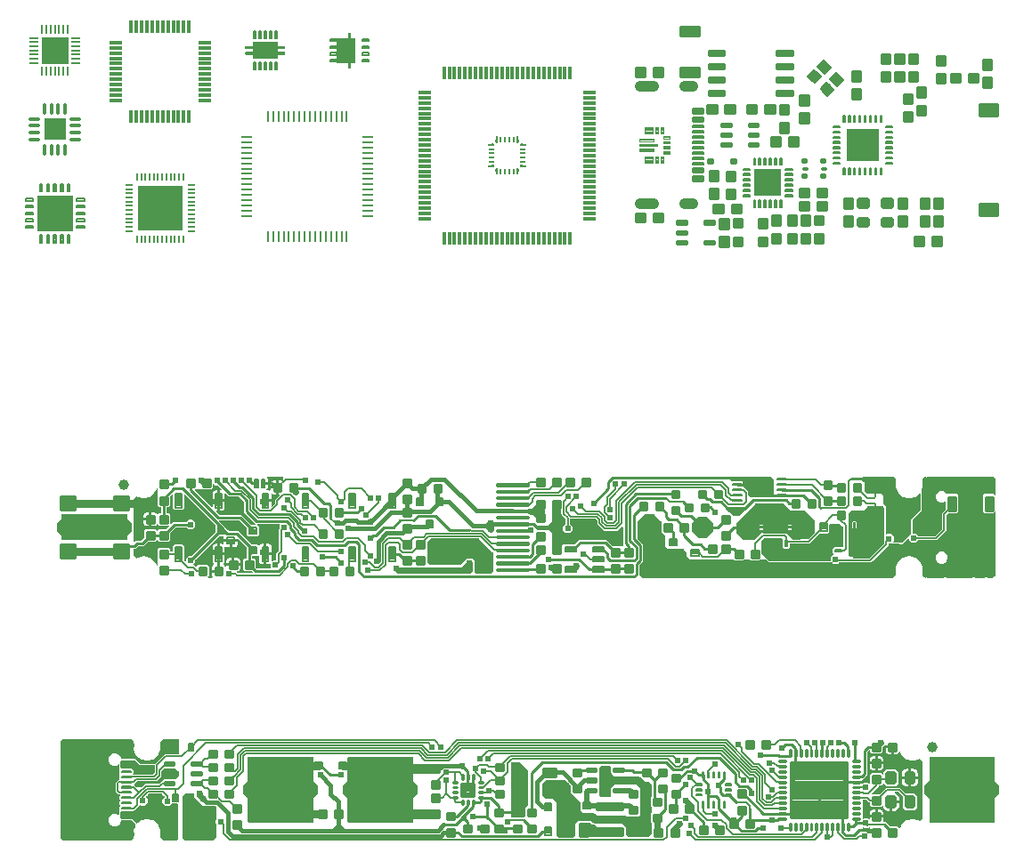
<source format=gbr>
G04 EAGLE Gerber RS-274X export*
G75*
%MOMM*%
%FSLAX34Y34*%
%LPD*%
%INTop Copper*%
%IPPOS*%
%AMOC8*
5,1,8,0,0,1.08239X$1,22.5*%
G01*
%ADD10R,0.800000X0.230000*%
%ADD11R,0.230000X0.800000*%
%ADD12R,4.300000X4.300000*%
%ADD13R,0.300000X1.200000*%
%ADD14R,1.200000X0.300000*%
%ADD15R,0.220000X1.000000*%
%ADD16R,1.000000X0.220000*%
%ADD17C,0.200000*%
%ADD18R,3.350000X3.350000*%
%ADD19R,0.850000X0.200000*%
%ADD20R,0.200000X0.850000*%
%ADD21R,2.650000X2.650000*%
%ADD22R,2.400000X1.650000*%
%ADD23C,0.140000*%
%ADD24C,0.105000*%
%ADD25C,0.108500*%
%ADD26R,0.495000X0.250000*%
%ADD27R,0.600000X0.250000*%
%ADD28R,0.250000X0.495000*%
%ADD29R,0.250000X0.600000*%
%ADD30C,0.300000*%
%ADD31C,0.363000*%
%ADD32C,0.330000*%
%ADD33C,0.264000*%
%ADD34C,0.187834*%
%ADD35R,3.150000X3.150000*%
%ADD36C,0.402334*%
%ADD37R,2.500000X2.500000*%
%ADD38C,0.550000*%
%ADD39C,0.420000*%
%ADD40C,1.000000*%
%ADD41C,0.150000*%
%ADD42R,2.100000X2.100000*%
%ADD43C,0.254000*%
%ADD44C,0.222250*%
%ADD45C,0.225000*%
%ADD46C,0.280000*%
%ADD47C,0.290000*%
%ADD48C,0.184800*%
%ADD49C,0.369600*%
%ADD50C,0.285000*%
%ADD51C,0.350000*%
%ADD52C,0.399900*%
%ADD53P,2.191840X8X112.500000*%
%ADD54C,1.000000*%
%ADD55C,0.165000*%
%ADD56C,0.317500*%
%ADD57C,0.190500*%
%ADD58C,2.000000*%
%ADD59C,0.231000*%
%ADD60C,0.381000*%
%ADD61C,0.134109*%
%ADD62C,0.127000*%
%ADD63C,0.604800*%
%ADD64C,0.508000*%
%ADD65C,0.762000*%
%ADD66C,1.143000*%
%ADD67C,0.889000*%
%ADD68C,0.609600*%
%ADD69C,0.800000*%
%ADD70C,0.203200*%
%ADD71C,0.152400*%
%ADD72C,0.177800*%

G36*
X846965Y317953D02*
X846965Y317953D01*
X847007Y317951D01*
X847074Y317973D01*
X847144Y317985D01*
X847180Y318007D01*
X847221Y318020D01*
X847293Y318074D01*
X847337Y318100D01*
X847350Y318116D01*
X847371Y318132D01*
X849318Y320079D01*
X849343Y320114D01*
X849374Y320142D01*
X849406Y320205D01*
X849447Y320263D01*
X849457Y320304D01*
X849477Y320342D01*
X849490Y320431D01*
X849503Y320480D01*
X849500Y320501D01*
X849504Y320527D01*
X849504Y328460D01*
X852021Y333686D01*
X856555Y337302D01*
X862210Y338592D01*
X867865Y337302D01*
X872399Y333686D01*
X874916Y328460D01*
X874916Y320527D01*
X874923Y320485D01*
X874921Y320443D01*
X874943Y320376D01*
X874955Y320306D01*
X874977Y320270D01*
X874990Y320229D01*
X875044Y320157D01*
X875070Y320113D01*
X875086Y320100D01*
X875102Y320079D01*
X877049Y318132D01*
X877084Y318107D01*
X877112Y318076D01*
X877175Y318044D01*
X877233Y318003D01*
X877274Y317993D01*
X877312Y317973D01*
X877401Y317960D01*
X877450Y317947D01*
X877471Y317950D01*
X877497Y317946D01*
X877863Y317946D01*
X877889Y317950D01*
X877916Y317948D01*
X877999Y317970D01*
X878084Y317985D01*
X878107Y317999D01*
X878132Y318006D01*
X878203Y318056D01*
X878277Y318100D01*
X878294Y318120D01*
X878315Y318135D01*
X878364Y318207D01*
X878418Y318274D01*
X878427Y318299D01*
X878442Y318321D01*
X878463Y318405D01*
X878490Y318486D01*
X878490Y318513D01*
X878496Y318539D01*
X878486Y318624D01*
X878484Y318711D01*
X878474Y318735D01*
X878471Y318762D01*
X878432Y318839D01*
X878399Y318918D01*
X878382Y318938D01*
X878370Y318962D01*
X878274Y319055D01*
X878248Y319084D01*
X878242Y319087D01*
X878236Y319093D01*
X877614Y319545D01*
X876492Y323000D01*
X877614Y326455D01*
X880553Y328591D01*
X895187Y328591D01*
X898126Y326455D01*
X899248Y323000D01*
X898126Y319545D01*
X897504Y319093D01*
X897486Y319074D01*
X897463Y319060D01*
X897409Y318993D01*
X897349Y318931D01*
X897338Y318907D01*
X897322Y318886D01*
X897294Y318805D01*
X897260Y318725D01*
X897258Y318699D01*
X897250Y318674D01*
X897252Y318588D01*
X897248Y318501D01*
X897255Y318476D01*
X897256Y318449D01*
X897289Y318370D01*
X897314Y318287D01*
X897331Y318266D01*
X897341Y318242D01*
X897399Y318178D01*
X897452Y318110D01*
X897474Y318096D01*
X897492Y318076D01*
X897569Y318036D01*
X897642Y317991D01*
X897668Y317986D01*
X897692Y317973D01*
X897824Y317954D01*
X897862Y317946D01*
X897869Y317947D01*
X897877Y317946D01*
X922013Y317946D01*
X922039Y317950D01*
X922066Y317948D01*
X922149Y317970D01*
X922234Y317985D01*
X922257Y317999D01*
X922282Y318006D01*
X922353Y318056D01*
X922427Y318100D01*
X922444Y318120D01*
X922465Y318135D01*
X922514Y318207D01*
X922568Y318274D01*
X922577Y318299D01*
X922592Y318321D01*
X922613Y318405D01*
X922640Y318486D01*
X922640Y318513D01*
X922646Y318539D01*
X922636Y318624D01*
X922634Y318711D01*
X922624Y318735D01*
X922621Y318762D01*
X922582Y318839D01*
X922549Y318918D01*
X922532Y318938D01*
X922520Y318962D01*
X922424Y319055D01*
X922398Y319084D01*
X922392Y319087D01*
X922386Y319093D01*
X921764Y319545D01*
X920642Y323000D01*
X921764Y326455D01*
X924703Y328591D01*
X934537Y328591D01*
X937476Y326455D01*
X938598Y323000D01*
X937476Y319545D01*
X936854Y319093D01*
X936836Y319074D01*
X936813Y319060D01*
X936759Y318993D01*
X936699Y318931D01*
X936688Y318907D01*
X936672Y318886D01*
X936644Y318805D01*
X936610Y318725D01*
X936608Y318699D01*
X936600Y318674D01*
X936602Y318588D01*
X936598Y318501D01*
X936605Y318476D01*
X936606Y318449D01*
X936639Y318370D01*
X936664Y318287D01*
X936681Y318266D01*
X936691Y318242D01*
X936749Y318178D01*
X936802Y318110D01*
X936824Y318096D01*
X936842Y318076D01*
X936919Y318036D01*
X936992Y317991D01*
X937018Y317986D01*
X937042Y317973D01*
X937174Y317954D01*
X937212Y317946D01*
X937219Y317947D01*
X937227Y317946D01*
X940950Y317946D01*
X940985Y317952D01*
X941033Y317951D01*
X941853Y318059D01*
X941882Y318069D01*
X941913Y318070D01*
X942023Y318113D01*
X942067Y318127D01*
X942075Y318134D01*
X942088Y318139D01*
X943509Y318959D01*
X943564Y319006D01*
X943624Y319045D01*
X943653Y319081D01*
X943680Y319104D01*
X943701Y319142D01*
X943741Y319191D01*
X944561Y320612D01*
X944572Y320641D01*
X944589Y320667D01*
X944622Y320780D01*
X944637Y320823D01*
X944637Y320834D01*
X944641Y320847D01*
X944749Y321667D01*
X944747Y321702D01*
X944754Y321750D01*
X944754Y323011D01*
X944757Y323023D01*
X944755Y323045D01*
X944759Y323072D01*
X944759Y380301D01*
X944744Y380389D01*
X944734Y380477D01*
X944724Y380498D01*
X944720Y380522D01*
X944674Y380598D01*
X944635Y380678D01*
X944618Y380694D01*
X944605Y380715D01*
X944536Y380771D01*
X944472Y380832D01*
X944450Y380841D01*
X944431Y380856D01*
X944347Y380885D01*
X944265Y380919D01*
X944241Y380920D01*
X944219Y380928D01*
X944130Y380925D01*
X944041Y380929D01*
X944018Y380922D01*
X943994Y380921D01*
X943912Y380888D01*
X943827Y380861D01*
X943806Y380845D01*
X943787Y380837D01*
X943749Y380803D01*
X943677Y380749D01*
X942603Y379675D01*
X933657Y379675D01*
X932105Y381227D01*
X932105Y396173D01*
X933657Y397725D01*
X942603Y397725D01*
X943677Y396651D01*
X943750Y396600D01*
X943819Y396544D01*
X943841Y396536D01*
X943861Y396523D01*
X943947Y396500D01*
X944031Y396472D01*
X944055Y396473D01*
X944078Y396467D01*
X944167Y396476D01*
X944256Y396479D01*
X944278Y396487D01*
X944301Y396490D01*
X944381Y396529D01*
X944463Y396563D01*
X944481Y396579D01*
X944502Y396589D01*
X944563Y396654D01*
X944629Y396714D01*
X944640Y396735D01*
X944656Y396753D01*
X944691Y396835D01*
X944732Y396914D01*
X944735Y396940D01*
X944744Y396959D01*
X944746Y397010D01*
X944759Y397099D01*
X944759Y409328D01*
X944754Y409356D01*
X944754Y410650D01*
X944748Y410685D01*
X944749Y410733D01*
X944641Y411553D01*
X944631Y411582D01*
X944630Y411613D01*
X944587Y411723D01*
X944573Y411767D01*
X944566Y411775D01*
X944561Y411788D01*
X943741Y413209D01*
X943694Y413264D01*
X943655Y413324D01*
X943619Y413353D01*
X943596Y413380D01*
X943558Y413401D01*
X943509Y413441D01*
X942088Y414261D01*
X942059Y414272D01*
X942033Y414289D01*
X941919Y414322D01*
X941916Y414323D01*
X941914Y414324D01*
X941913Y414324D01*
X941876Y414337D01*
X941866Y414337D01*
X941853Y414341D01*
X941033Y414449D01*
X940998Y414447D01*
X940950Y414454D01*
X937227Y414454D01*
X937201Y414450D01*
X937174Y414452D01*
X937091Y414430D01*
X937006Y414415D01*
X936983Y414401D01*
X936958Y414394D01*
X936887Y414344D01*
X936813Y414300D01*
X936796Y414280D01*
X936775Y414265D01*
X936726Y414193D01*
X936672Y414126D01*
X936663Y414101D01*
X936648Y414079D01*
X936627Y413995D01*
X936600Y413914D01*
X936600Y413887D01*
X936594Y413861D01*
X936604Y413776D01*
X936606Y413689D01*
X936616Y413665D01*
X936619Y413638D01*
X936658Y413561D01*
X936691Y413482D01*
X936708Y413462D01*
X936720Y413438D01*
X936816Y413345D01*
X936842Y413316D01*
X936848Y413313D01*
X936854Y413307D01*
X937476Y412855D01*
X938598Y409400D01*
X937476Y405945D01*
X934537Y403809D01*
X924703Y403809D01*
X921764Y405945D01*
X920642Y409400D01*
X921764Y412855D01*
X922386Y413307D01*
X922404Y413326D01*
X922427Y413340D01*
X922481Y413406D01*
X922541Y413469D01*
X922552Y413493D01*
X922568Y413514D01*
X922596Y413595D01*
X922630Y413675D01*
X922632Y413701D01*
X922640Y413726D01*
X922638Y413812D01*
X922642Y413899D01*
X922634Y413924D01*
X922634Y413951D01*
X922601Y414030D01*
X922576Y414113D01*
X922559Y414134D01*
X922549Y414158D01*
X922491Y414222D01*
X922438Y414290D01*
X922416Y414305D01*
X922398Y414324D01*
X922321Y414363D01*
X922248Y414409D01*
X922222Y414414D01*
X922198Y414427D01*
X922066Y414446D01*
X922028Y414454D01*
X922021Y414453D01*
X922013Y414454D01*
X897877Y414454D01*
X897851Y414450D01*
X897824Y414452D01*
X897741Y414430D01*
X897656Y414415D01*
X897633Y414401D01*
X897608Y414394D01*
X897537Y414344D01*
X897463Y414300D01*
X897446Y414280D01*
X897425Y414265D01*
X897376Y414193D01*
X897322Y414126D01*
X897313Y414101D01*
X897298Y414079D01*
X897277Y413995D01*
X897250Y413914D01*
X897250Y413887D01*
X897244Y413861D01*
X897254Y413776D01*
X897256Y413689D01*
X897266Y413665D01*
X897269Y413638D01*
X897308Y413561D01*
X897341Y413482D01*
X897358Y413462D01*
X897370Y413438D01*
X897466Y413345D01*
X897492Y413316D01*
X897498Y413313D01*
X897504Y413307D01*
X898126Y412855D01*
X899248Y409400D01*
X898126Y405945D01*
X895187Y403809D01*
X880553Y403809D01*
X877614Y405945D01*
X876492Y409400D01*
X877614Y412855D01*
X878236Y413307D01*
X878254Y413326D01*
X878277Y413340D01*
X878331Y413407D01*
X878391Y413469D01*
X878402Y413493D01*
X878418Y413514D01*
X878446Y413595D01*
X878480Y413675D01*
X878482Y413701D01*
X878490Y413726D01*
X878488Y413812D01*
X878492Y413899D01*
X878485Y413924D01*
X878484Y413951D01*
X878451Y414030D01*
X878426Y414113D01*
X878409Y414134D01*
X878399Y414158D01*
X878341Y414222D01*
X878288Y414290D01*
X878266Y414304D01*
X878248Y414324D01*
X878171Y414364D01*
X878098Y414409D01*
X878072Y414414D01*
X878048Y414427D01*
X877916Y414446D01*
X877878Y414454D01*
X877871Y414453D01*
X877863Y414454D01*
X877497Y414454D01*
X877455Y414447D01*
X877413Y414449D01*
X877346Y414427D01*
X877276Y414415D01*
X877240Y414393D01*
X877199Y414380D01*
X877127Y414326D01*
X877083Y414300D01*
X877070Y414284D01*
X877049Y414268D01*
X875102Y412321D01*
X875077Y412286D01*
X875046Y412258D01*
X875014Y412195D01*
X874973Y412137D01*
X874963Y412096D01*
X874943Y412058D01*
X874930Y411969D01*
X874917Y411920D01*
X874920Y411899D01*
X874916Y411873D01*
X874916Y403940D01*
X874339Y402741D01*
X874326Y402695D01*
X874303Y402652D01*
X874292Y402572D01*
X874278Y402525D01*
X874281Y402499D01*
X874276Y402466D01*
X874276Y388770D01*
X874283Y388728D01*
X874281Y388686D01*
X874303Y388618D01*
X874315Y388549D01*
X874337Y388512D01*
X874350Y388472D01*
X874379Y388433D01*
X874379Y384602D01*
X874374Y384592D01*
X874333Y384535D01*
X874323Y384493D01*
X874303Y384456D01*
X874290Y384366D01*
X874277Y384317D01*
X874280Y384296D01*
X874276Y384270D01*
X874276Y381921D01*
X865572Y373216D01*
X865547Y373182D01*
X865516Y373153D01*
X865484Y373090D01*
X865443Y373032D01*
X865433Y372991D01*
X865413Y372953D01*
X865400Y372864D01*
X865387Y372815D01*
X865390Y372794D01*
X865386Y372768D01*
X865386Y360969D01*
X865397Y360904D01*
X865399Y360838D01*
X865417Y360795D01*
X865425Y360748D01*
X865459Y360691D01*
X865484Y360631D01*
X865515Y360596D01*
X865540Y360555D01*
X865591Y360513D01*
X865635Y360465D01*
X865677Y360443D01*
X865714Y360414D01*
X865776Y360393D01*
X865835Y360362D01*
X865889Y360354D01*
X865926Y360342D01*
X865966Y360343D01*
X866020Y360335D01*
X868412Y360335D01*
X870869Y357878D01*
X870904Y357853D01*
X870933Y357822D01*
X870996Y357790D01*
X871054Y357749D01*
X871095Y357739D01*
X871132Y357719D01*
X871222Y357706D01*
X871271Y357693D01*
X871292Y357696D01*
X871318Y357692D01*
X886944Y357692D01*
X886986Y357699D01*
X887028Y357697D01*
X887095Y357719D01*
X887165Y357731D01*
X887201Y357753D01*
X887242Y357766D01*
X887314Y357820D01*
X887358Y357846D01*
X887371Y357862D01*
X887392Y357878D01*
X893418Y363904D01*
X893443Y363938D01*
X893474Y363967D01*
X893506Y364030D01*
X893547Y364088D01*
X893557Y364129D01*
X893577Y364167D01*
X893590Y364256D01*
X893603Y364305D01*
X893600Y364326D01*
X893604Y364352D01*
X893604Y379329D01*
X896919Y382645D01*
X896944Y382679D01*
X896975Y382708D01*
X897007Y382771D01*
X897048Y382829D01*
X897058Y382870D01*
X897078Y382908D01*
X897091Y382997D01*
X897104Y383046D01*
X897101Y383067D01*
X897105Y383093D01*
X897105Y389513D01*
X897092Y389589D01*
X897086Y389666D01*
X897072Y389699D01*
X897066Y389734D01*
X897026Y389800D01*
X896994Y389871D01*
X896970Y389896D01*
X896951Y389927D01*
X896891Y389976D01*
X896837Y390031D01*
X896805Y390046D01*
X896777Y390068D01*
X896704Y390093D01*
X896634Y390126D01*
X896598Y390129D01*
X896565Y390140D01*
X896487Y390138D01*
X896410Y390144D01*
X896371Y390135D01*
X896340Y390134D01*
X896297Y390116D01*
X896228Y390099D01*
X894322Y389309D01*
X892018Y389309D01*
X889890Y390191D01*
X888261Y391820D01*
X887379Y393948D01*
X887379Y396252D01*
X888261Y398380D01*
X889890Y400009D01*
X892018Y400891D01*
X894322Y400891D01*
X896450Y400009D01*
X898079Y398380D01*
X898188Y398116D01*
X898218Y398071D01*
X898238Y398021D01*
X898278Y397977D01*
X898310Y397927D01*
X898353Y397895D01*
X898389Y397855D01*
X898442Y397828D01*
X898489Y397793D01*
X898541Y397777D01*
X898589Y397752D01*
X898659Y397742D01*
X898704Y397729D01*
X898735Y397731D01*
X898774Y397725D01*
X907603Y397725D01*
X909155Y396173D01*
X909155Y381227D01*
X907603Y379675D01*
X899603Y379675D01*
X899561Y379668D01*
X899519Y379670D01*
X899452Y379648D01*
X899382Y379636D01*
X899346Y379614D01*
X899305Y379601D01*
X899233Y379547D01*
X899189Y379521D01*
X899176Y379505D01*
X899155Y379489D01*
X897602Y377936D01*
X897577Y377902D01*
X897546Y377873D01*
X897514Y377810D01*
X897473Y377752D01*
X897463Y377711D01*
X897443Y377673D01*
X897430Y377584D01*
X897417Y377535D01*
X897420Y377514D01*
X897416Y377488D01*
X897416Y362511D01*
X888785Y353880D01*
X871318Y353880D01*
X871276Y353873D01*
X871234Y353875D01*
X871167Y353853D01*
X871097Y353841D01*
X871060Y353819D01*
X871020Y353806D01*
X870947Y353752D01*
X870904Y353726D01*
X870891Y353710D01*
X870869Y353694D01*
X868412Y351237D01*
X864644Y351237D01*
X861979Y353902D01*
X861979Y354123D01*
X861967Y354193D01*
X861966Y354229D01*
X861960Y354242D01*
X861954Y354299D01*
X861944Y354320D01*
X861940Y354344D01*
X861894Y354420D01*
X861855Y354500D01*
X861838Y354517D01*
X861825Y354537D01*
X861756Y354593D01*
X861692Y354654D01*
X861670Y354663D01*
X861651Y354678D01*
X861567Y354707D01*
X861485Y354742D01*
X861461Y354743D01*
X861439Y354750D01*
X861350Y354748D01*
X861261Y354752D01*
X861238Y354744D01*
X861214Y354744D01*
X861132Y354710D01*
X861047Y354683D01*
X861026Y354667D01*
X861007Y354659D01*
X860969Y354625D01*
X860897Y354571D01*
X857951Y351626D01*
X856596Y350271D01*
X856582Y350263D01*
X856542Y350250D01*
X856503Y350221D01*
X852672Y350221D01*
X852662Y350226D01*
X852604Y350267D01*
X852563Y350277D01*
X852526Y350297D01*
X852436Y350310D01*
X852387Y350323D01*
X852366Y350320D01*
X852340Y350324D01*
X843160Y350324D01*
X843095Y350313D01*
X843029Y350311D01*
X842986Y350293D01*
X842939Y350285D01*
X842882Y350251D01*
X842822Y350226D01*
X842787Y350195D01*
X842746Y350170D01*
X842704Y350119D01*
X842656Y350075D01*
X842634Y350033D01*
X842605Y349996D01*
X842584Y349934D01*
X842553Y349875D01*
X842545Y349821D01*
X842533Y349784D01*
X842534Y349755D01*
X842533Y349752D01*
X842533Y349739D01*
X842526Y349690D01*
X842526Y348901D01*
X841224Y347599D01*
X841224Y347598D01*
X827472Y333846D01*
X827471Y333846D01*
X826169Y332544D01*
X795880Y332544D01*
X795838Y332537D01*
X795796Y332539D01*
X795729Y332517D01*
X795659Y332505D01*
X795622Y332483D01*
X795582Y332470D01*
X795509Y332416D01*
X795466Y332390D01*
X795459Y332382D01*
X795455Y332380D01*
X795448Y332370D01*
X795431Y332358D01*
X794244Y331171D01*
X790476Y331171D01*
X789289Y332358D01*
X789256Y332381D01*
X789236Y332403D01*
X789234Y332404D01*
X789225Y332414D01*
X789162Y332446D01*
X789104Y332487D01*
X789063Y332497D01*
X789026Y332517D01*
X788936Y332530D01*
X788887Y332543D01*
X788866Y332540D01*
X788840Y332544D01*
X729341Y332544D01*
X726986Y334898D01*
X726955Y334921D01*
X726937Y334940D01*
X726934Y334941D01*
X726923Y334954D01*
X726860Y334986D01*
X726802Y335027D01*
X726761Y335037D01*
X726723Y335057D01*
X726634Y335070D01*
X726585Y335083D01*
X726564Y335080D01*
X726538Y335084D01*
X720594Y335084D01*
X720552Y335077D01*
X720510Y335079D01*
X720443Y335057D01*
X720373Y335045D01*
X720337Y335023D01*
X720296Y335010D01*
X720224Y334956D01*
X720180Y334930D01*
X720171Y334920D01*
X720166Y334917D01*
X720161Y334909D01*
X720146Y334898D01*
X720078Y334830D01*
X711226Y334830D01*
X711158Y334898D01*
X711126Y334921D01*
X711108Y334940D01*
X711106Y334941D01*
X711095Y334954D01*
X711032Y334986D01*
X710974Y335027D01*
X710933Y335037D01*
X710895Y335057D01*
X710806Y335070D01*
X710757Y335083D01*
X710736Y335080D01*
X710710Y335084D01*
X705354Y335084D01*
X705312Y335077D01*
X705270Y335079D01*
X705203Y335057D01*
X705133Y335045D01*
X705097Y335023D01*
X705056Y335010D01*
X704984Y334956D01*
X704940Y334930D01*
X704931Y334920D01*
X704926Y334917D01*
X704921Y334909D01*
X704906Y334898D01*
X704838Y334830D01*
X695986Y334830D01*
X695918Y334898D01*
X695886Y334921D01*
X695868Y334940D01*
X695866Y334941D01*
X695855Y334954D01*
X695792Y334986D01*
X695734Y335027D01*
X695693Y335037D01*
X695655Y335057D01*
X695566Y335070D01*
X695517Y335083D01*
X695496Y335080D01*
X695470Y335084D01*
X654193Y335084D01*
X650754Y338523D01*
X650754Y342070D01*
X650747Y342112D01*
X650749Y342154D01*
X650727Y342221D01*
X650715Y342291D01*
X650693Y342327D01*
X650680Y342368D01*
X650626Y342441D01*
X650600Y342484D01*
X650584Y342497D01*
X650568Y342518D01*
X648028Y345058D01*
X648000Y345078D01*
X647991Y345088D01*
X647987Y345090D01*
X647965Y345114D01*
X647902Y345146D01*
X647844Y345187D01*
X647803Y345197D01*
X647765Y345217D01*
X647676Y345230D01*
X647627Y345243D01*
X647606Y345240D01*
X647580Y345244D01*
X632603Y345244D01*
X630434Y347413D01*
X630434Y357310D01*
X630427Y357352D01*
X630429Y357394D01*
X630407Y357461D01*
X630395Y357531D01*
X630373Y357567D01*
X630360Y357608D01*
X630306Y357681D01*
X630280Y357724D01*
X630264Y357737D01*
X630248Y357758D01*
X626624Y361383D01*
X626624Y371280D01*
X626617Y371322D01*
X626619Y371364D01*
X626597Y371431D01*
X626585Y371501D01*
X626563Y371537D01*
X626550Y371578D01*
X626496Y371651D01*
X626470Y371694D01*
X626454Y371707D01*
X626438Y371728D01*
X620088Y378078D01*
X620054Y378103D01*
X620025Y378134D01*
X619962Y378166D01*
X619904Y378207D01*
X619863Y378217D01*
X619825Y378237D01*
X619736Y378250D01*
X619687Y378263D01*
X619666Y378260D01*
X619640Y378264D01*
X610750Y378264D01*
X610708Y378257D01*
X610666Y378259D01*
X610599Y378237D01*
X610529Y378225D01*
X610493Y378203D01*
X610452Y378190D01*
X610379Y378136D01*
X610336Y378110D01*
X610323Y378094D01*
X610302Y378078D01*
X603883Y371660D01*
X603858Y371624D01*
X603826Y371594D01*
X603801Y371546D01*
X603787Y371529D01*
X603783Y371516D01*
X603755Y371476D01*
X603744Y371433D01*
X603724Y371394D01*
X603711Y371307D01*
X603699Y371258D01*
X603701Y371236D01*
X603697Y371209D01*
X603764Y355248D01*
X603771Y355208D01*
X603769Y355166D01*
X603791Y355098D01*
X603804Y355027D01*
X603825Y354992D01*
X603838Y354953D01*
X603893Y354878D01*
X603919Y354835D01*
X603935Y354822D01*
X603950Y354802D01*
X607426Y351326D01*
X609100Y349652D01*
X609100Y333779D01*
X607426Y332105D01*
X605476Y330154D01*
X605451Y330120D01*
X605420Y330091D01*
X605388Y330028D01*
X605347Y329970D01*
X605337Y329929D01*
X605317Y329891D01*
X605304Y329802D01*
X605291Y329753D01*
X605294Y329732D01*
X605290Y329706D01*
X605290Y320988D01*
X605297Y320946D01*
X605295Y320904D01*
X605317Y320837D01*
X605329Y320767D01*
X605351Y320731D01*
X605364Y320690D01*
X605418Y320617D01*
X605444Y320574D01*
X605460Y320561D01*
X605476Y320540D01*
X607884Y318132D01*
X607918Y318107D01*
X607947Y318076D01*
X608010Y318044D01*
X608068Y318003D01*
X608109Y317993D01*
X608147Y317973D01*
X608236Y317960D01*
X608285Y317947D01*
X608306Y317950D01*
X608332Y317946D01*
X846923Y317946D01*
X846965Y317953D01*
G37*
G36*
X62799Y67950D02*
X62799Y67950D01*
X62826Y67948D01*
X62909Y67970D01*
X62994Y67985D01*
X63017Y67999D01*
X63042Y68006D01*
X63113Y68056D01*
X63187Y68100D01*
X63204Y68120D01*
X63225Y68135D01*
X63274Y68207D01*
X63328Y68274D01*
X63337Y68299D01*
X63352Y68321D01*
X63373Y68405D01*
X63400Y68486D01*
X63400Y68513D01*
X63406Y68539D01*
X63396Y68624D01*
X63394Y68711D01*
X63384Y68735D01*
X63381Y68762D01*
X63342Y68839D01*
X63309Y68918D01*
X63292Y68938D01*
X63280Y68962D01*
X63184Y69055D01*
X63158Y69084D01*
X63152Y69087D01*
X63146Y69093D01*
X62524Y69545D01*
X61402Y73000D01*
X62524Y76455D01*
X65463Y78591D01*
X75297Y78591D01*
X78236Y76455D01*
X79358Y73000D01*
X78236Y69545D01*
X77614Y69093D01*
X77596Y69074D01*
X77573Y69060D01*
X77519Y68993D01*
X77459Y68931D01*
X77448Y68907D01*
X77432Y68886D01*
X77404Y68805D01*
X77370Y68725D01*
X77368Y68699D01*
X77360Y68674D01*
X77362Y68588D01*
X77358Y68501D01*
X77365Y68476D01*
X77366Y68449D01*
X77399Y68370D01*
X77424Y68287D01*
X77441Y68266D01*
X77451Y68242D01*
X77509Y68178D01*
X77562Y68110D01*
X77584Y68096D01*
X77602Y68076D01*
X77679Y68036D01*
X77752Y67991D01*
X77778Y67986D01*
X77802Y67973D01*
X77934Y67954D01*
X77972Y67946D01*
X77979Y67947D01*
X77987Y67946D01*
X102123Y67946D01*
X102149Y67950D01*
X102176Y67948D01*
X102259Y67970D01*
X102344Y67985D01*
X102367Y67999D01*
X102392Y68006D01*
X102463Y68056D01*
X102537Y68100D01*
X102554Y68120D01*
X102575Y68135D01*
X102624Y68207D01*
X102678Y68274D01*
X102687Y68299D01*
X102702Y68321D01*
X102723Y68405D01*
X102750Y68486D01*
X102750Y68513D01*
X102756Y68539D01*
X102746Y68624D01*
X102744Y68711D01*
X102734Y68735D01*
X102731Y68762D01*
X102692Y68839D01*
X102659Y68918D01*
X102642Y68938D01*
X102630Y68962D01*
X102534Y69055D01*
X102508Y69084D01*
X102502Y69087D01*
X102496Y69093D01*
X101874Y69545D01*
X100752Y73000D01*
X101874Y76455D01*
X104813Y78591D01*
X119447Y78591D01*
X122386Y76455D01*
X123508Y73000D01*
X122386Y69545D01*
X121764Y69093D01*
X121746Y69074D01*
X121723Y69060D01*
X121669Y68993D01*
X121609Y68931D01*
X121598Y68907D01*
X121582Y68886D01*
X121554Y68805D01*
X121520Y68725D01*
X121518Y68699D01*
X121510Y68674D01*
X121512Y68588D01*
X121508Y68501D01*
X121515Y68476D01*
X121516Y68449D01*
X121549Y68370D01*
X121574Y68287D01*
X121591Y68266D01*
X121601Y68242D01*
X121659Y68178D01*
X121712Y68110D01*
X121734Y68096D01*
X121752Y68076D01*
X121829Y68036D01*
X121902Y67991D01*
X121928Y67986D01*
X121952Y67973D01*
X122084Y67954D01*
X122122Y67946D01*
X122129Y67947D01*
X122137Y67946D01*
X122503Y67946D01*
X122545Y67953D01*
X122587Y67951D01*
X122654Y67973D01*
X122724Y67985D01*
X122760Y68007D01*
X122801Y68020D01*
X122873Y68074D01*
X122917Y68100D01*
X122930Y68116D01*
X122951Y68131D01*
X124898Y70079D01*
X124923Y70114D01*
X124954Y70142D01*
X124986Y70205D01*
X125027Y70263D01*
X125037Y70304D01*
X125057Y70342D01*
X125070Y70431D01*
X125083Y70480D01*
X125080Y70501D01*
X125084Y70527D01*
X125084Y78460D01*
X126296Y80977D01*
X126309Y81024D01*
X126332Y81067D01*
X126343Y81144D01*
X126352Y81171D01*
X126352Y81177D01*
X126357Y81193D01*
X126354Y81219D01*
X126359Y81252D01*
X126359Y83389D01*
X126352Y83431D01*
X126354Y83473D01*
X126332Y83540D01*
X126320Y83610D01*
X126298Y83646D01*
X126285Y83687D01*
X126231Y83759D01*
X126205Y83803D01*
X126189Y83816D01*
X126173Y83837D01*
X123207Y86803D01*
X123176Y86825D01*
X123160Y86843D01*
X123157Y86844D01*
X123144Y86859D01*
X123081Y86891D01*
X123023Y86932D01*
X122982Y86942D01*
X122944Y86962D01*
X122855Y86975D01*
X122806Y86988D01*
X122785Y86985D01*
X122759Y86989D01*
X113255Y86989D01*
X113190Y86978D01*
X113124Y86976D01*
X113081Y86958D01*
X113034Y86950D01*
X112977Y86916D01*
X112917Y86891D01*
X112882Y86860D01*
X112841Y86835D01*
X112799Y86784D01*
X112751Y86740D01*
X112729Y86698D01*
X112700Y86661D01*
X112679Y86599D01*
X112648Y86540D01*
X112640Y86486D01*
X112628Y86449D01*
X112628Y86434D01*
X112628Y86433D01*
X112628Y86407D01*
X112621Y86355D01*
X112621Y86148D01*
X111739Y84020D01*
X110110Y82391D01*
X107982Y81509D01*
X105678Y81509D01*
X103550Y82391D01*
X101921Y84020D01*
X101039Y86148D01*
X101039Y88452D01*
X101921Y90580D01*
X103550Y92209D01*
X105678Y93091D01*
X107982Y93091D01*
X110166Y92186D01*
X110179Y92176D01*
X110201Y92168D01*
X110220Y92155D01*
X110307Y92133D01*
X110391Y92104D01*
X110415Y92105D01*
X110437Y92099D01*
X110526Y92108D01*
X110616Y92111D01*
X110637Y92119D01*
X110661Y92122D01*
X110741Y92161D01*
X110823Y92195D01*
X110841Y92211D01*
X110862Y92221D01*
X110923Y92286D01*
X110989Y92346D01*
X111000Y92367D01*
X111016Y92384D01*
X111051Y92466D01*
X111092Y92546D01*
X111095Y92572D01*
X111103Y92591D01*
X111106Y92641D01*
X111119Y92731D01*
X111119Y95991D01*
X111398Y96270D01*
X111436Y96324D01*
X111481Y96372D01*
X111499Y96415D01*
X111526Y96454D01*
X111543Y96518D01*
X111568Y96579D01*
X111570Y96626D01*
X111582Y96671D01*
X111575Y96737D01*
X111578Y96803D01*
X111564Y96848D01*
X111559Y96895D01*
X111530Y96954D01*
X111510Y97016D01*
X111477Y97060D01*
X111459Y97096D01*
X111431Y97123D01*
X111398Y97167D01*
X111355Y97210D01*
X111355Y100190D01*
X111916Y100751D01*
X111954Y100806D01*
X111999Y100853D01*
X112018Y100897D01*
X112045Y100936D01*
X112061Y100999D01*
X112087Y101060D01*
X112089Y101107D01*
X112101Y101153D01*
X112094Y101218D01*
X112097Y101284D01*
X112082Y101329D01*
X112077Y101376D01*
X112048Y101435D01*
X112028Y101498D01*
X111995Y101542D01*
X111978Y101577D01*
X111949Y101604D01*
X111916Y101648D01*
X111355Y102210D01*
X111355Y105190D01*
X111916Y105752D01*
X111954Y105806D01*
X111999Y105853D01*
X112018Y105897D01*
X112045Y105936D01*
X112061Y105999D01*
X112087Y106060D01*
X112089Y106107D01*
X112101Y106153D01*
X112094Y106218D01*
X112097Y106284D01*
X112082Y106329D01*
X112077Y106376D01*
X112048Y106435D01*
X112028Y106498D01*
X111995Y106542D01*
X111978Y106577D01*
X111949Y106604D01*
X111916Y106649D01*
X111355Y107210D01*
X111355Y110190D01*
X111877Y110712D01*
X111927Y110785D01*
X111983Y110854D01*
X111991Y110876D01*
X112005Y110896D01*
X112027Y110982D01*
X112055Y111066D01*
X112055Y111090D01*
X112061Y111113D01*
X112051Y111202D01*
X112049Y111291D01*
X112040Y111313D01*
X112037Y111336D01*
X111998Y111416D01*
X111964Y111498D01*
X111948Y111516D01*
X111938Y111537D01*
X111873Y111598D01*
X111813Y111664D01*
X111792Y111675D01*
X111775Y111691D01*
X111693Y111726D01*
X111613Y111767D01*
X111587Y111770D01*
X111568Y111779D01*
X111518Y111781D01*
X111428Y111794D01*
X110291Y111794D01*
X108989Y113096D01*
X108988Y113096D01*
X107944Y114141D01*
X107944Y123339D01*
X110331Y125726D01*
X110612Y125726D01*
X110677Y125737D01*
X110743Y125739D01*
X110786Y125757D01*
X110833Y125765D01*
X110890Y125799D01*
X110950Y125824D01*
X110985Y125855D01*
X111026Y125880D01*
X111068Y125931D01*
X111116Y125975D01*
X111138Y126017D01*
X111167Y126054D01*
X111188Y126116D01*
X111219Y126175D01*
X111227Y126229D01*
X111239Y126266D01*
X111238Y126306D01*
X111246Y126360D01*
X111246Y139796D01*
X111231Y139883D01*
X111221Y139972D01*
X111211Y139993D01*
X111207Y140017D01*
X111161Y140093D01*
X111122Y140173D01*
X111105Y140189D01*
X111092Y140210D01*
X111023Y140266D01*
X110959Y140327D01*
X110937Y140336D01*
X110918Y140351D01*
X110834Y140380D01*
X110752Y140414D01*
X110728Y140415D01*
X110706Y140423D01*
X110617Y140420D01*
X110528Y140424D01*
X110505Y140417D01*
X110481Y140416D01*
X110399Y140383D01*
X110314Y140356D01*
X110293Y140340D01*
X110274Y140332D01*
X110236Y140298D01*
X110163Y140244D01*
X110110Y140191D01*
X107982Y139309D01*
X105678Y139309D01*
X103550Y140191D01*
X101921Y141820D01*
X101039Y143948D01*
X101039Y146252D01*
X101921Y148380D01*
X103550Y150009D01*
X105678Y150891D01*
X107982Y150891D01*
X110110Y150009D01*
X111739Y148380D01*
X112621Y146252D01*
X112621Y146172D01*
X112632Y146107D01*
X112634Y146041D01*
X112652Y145998D01*
X112660Y145951D01*
X112694Y145894D01*
X112719Y145834D01*
X112750Y145799D01*
X112775Y145758D01*
X112826Y145716D01*
X112870Y145668D01*
X112912Y145646D01*
X112949Y145617D01*
X113011Y145596D01*
X113070Y145565D01*
X113124Y145557D01*
X113161Y145545D01*
X113201Y145546D01*
X113255Y145538D01*
X127657Y145538D01*
X130774Y142422D01*
X130808Y142397D01*
X130837Y142366D01*
X130900Y142334D01*
X130958Y142293D01*
X130999Y142283D01*
X131037Y142263D01*
X131126Y142250D01*
X131175Y142237D01*
X131196Y142240D01*
X131222Y142236D01*
X146136Y142236D01*
X146178Y142243D01*
X146220Y142241D01*
X146287Y142263D01*
X146357Y142275D01*
X146393Y142297D01*
X146434Y142310D01*
X146506Y142364D01*
X146550Y142390D01*
X146563Y142406D01*
X146584Y142422D01*
X154204Y150041D01*
X167000Y150041D01*
X167065Y150052D01*
X167131Y150054D01*
X167174Y150072D01*
X167221Y150080D01*
X167278Y150114D01*
X167338Y150139D01*
X167373Y150170D01*
X167414Y150195D01*
X167456Y150246D01*
X167504Y150290D01*
X167526Y150332D01*
X167555Y150369D01*
X167576Y150431D01*
X167607Y150490D01*
X167615Y150544D01*
X167627Y150581D01*
X167626Y150621D01*
X167634Y150675D01*
X167634Y163820D01*
X167623Y163885D01*
X167621Y163951D01*
X167603Y163994D01*
X167595Y164041D01*
X167561Y164098D01*
X167536Y164158D01*
X167505Y164193D01*
X167480Y164234D01*
X167429Y164276D01*
X167385Y164324D01*
X167343Y164346D01*
X167306Y164375D01*
X167244Y164396D01*
X167185Y164427D01*
X167131Y164435D01*
X167094Y164447D01*
X167054Y164446D01*
X167000Y164454D01*
X153077Y164454D01*
X153035Y164447D01*
X152993Y164449D01*
X152926Y164427D01*
X152856Y164415D01*
X152820Y164393D01*
X152779Y164380D01*
X152707Y164326D01*
X152663Y164300D01*
X152650Y164284D01*
X152629Y164268D01*
X150682Y162321D01*
X150657Y162287D01*
X150626Y162258D01*
X150594Y162195D01*
X150553Y162137D01*
X150543Y162096D01*
X150523Y162058D01*
X150510Y161969D01*
X150497Y161920D01*
X150500Y161899D01*
X150496Y161873D01*
X150496Y153940D01*
X147979Y148714D01*
X143445Y145098D01*
X137790Y143808D01*
X132135Y145098D01*
X127601Y148714D01*
X125084Y153940D01*
X125084Y161873D01*
X125077Y161915D01*
X125079Y161957D01*
X125057Y162024D01*
X125045Y162094D01*
X125023Y162130D01*
X125010Y162171D01*
X124956Y162243D01*
X124930Y162287D01*
X124914Y162300D01*
X124898Y162321D01*
X122951Y164268D01*
X122916Y164293D01*
X122888Y164324D01*
X122825Y164356D01*
X122767Y164397D01*
X122726Y164407D01*
X122688Y164427D01*
X122599Y164440D01*
X122550Y164453D01*
X122529Y164450D01*
X122503Y164454D01*
X122137Y164454D01*
X122111Y164450D01*
X122084Y164452D01*
X122001Y164430D01*
X121916Y164415D01*
X121893Y164401D01*
X121868Y164394D01*
X121797Y164344D01*
X121723Y164300D01*
X121706Y164280D01*
X121685Y164265D01*
X121636Y164193D01*
X121582Y164126D01*
X121573Y164101D01*
X121558Y164079D01*
X121537Y163995D01*
X121510Y163914D01*
X121510Y163887D01*
X121504Y163861D01*
X121514Y163776D01*
X121516Y163689D01*
X121526Y163665D01*
X121529Y163638D01*
X121568Y163561D01*
X121601Y163482D01*
X121618Y163462D01*
X121630Y163438D01*
X121726Y163345D01*
X121752Y163316D01*
X121758Y163313D01*
X121764Y163307D01*
X122386Y162855D01*
X123508Y159400D01*
X122386Y155945D01*
X119447Y153809D01*
X104813Y153809D01*
X101874Y155945D01*
X100752Y159400D01*
X101874Y162855D01*
X102496Y163307D01*
X102514Y163326D01*
X102537Y163340D01*
X102591Y163407D01*
X102651Y163469D01*
X102662Y163493D01*
X102678Y163514D01*
X102706Y163595D01*
X102740Y163675D01*
X102742Y163701D01*
X102750Y163726D01*
X102748Y163812D01*
X102752Y163899D01*
X102745Y163924D01*
X102744Y163951D01*
X102711Y164030D01*
X102686Y164113D01*
X102669Y164134D01*
X102659Y164158D01*
X102601Y164222D01*
X102548Y164290D01*
X102526Y164304D01*
X102508Y164324D01*
X102431Y164364D01*
X102358Y164409D01*
X102332Y164414D01*
X102308Y164427D01*
X102176Y164446D01*
X102138Y164454D01*
X102131Y164453D01*
X102123Y164454D01*
X77987Y164454D01*
X77961Y164450D01*
X77934Y164452D01*
X77851Y164430D01*
X77766Y164415D01*
X77743Y164401D01*
X77718Y164394D01*
X77647Y164344D01*
X77573Y164300D01*
X77556Y164280D01*
X77535Y164265D01*
X77486Y164193D01*
X77432Y164126D01*
X77423Y164101D01*
X77408Y164079D01*
X77387Y163995D01*
X77360Y163914D01*
X77360Y163887D01*
X77354Y163861D01*
X77364Y163776D01*
X77366Y163689D01*
X77376Y163665D01*
X77379Y163638D01*
X77418Y163561D01*
X77451Y163482D01*
X77468Y163462D01*
X77480Y163438D01*
X77576Y163345D01*
X77602Y163316D01*
X77608Y163313D01*
X77614Y163307D01*
X78236Y162855D01*
X79358Y159400D01*
X78236Y155945D01*
X75297Y153809D01*
X65463Y153809D01*
X62524Y155945D01*
X61402Y159400D01*
X62524Y162855D01*
X63146Y163307D01*
X63164Y163326D01*
X63187Y163340D01*
X63241Y163407D01*
X63301Y163469D01*
X63312Y163493D01*
X63328Y163514D01*
X63356Y163595D01*
X63390Y163675D01*
X63392Y163701D01*
X63400Y163726D01*
X63398Y163812D01*
X63402Y163899D01*
X63395Y163924D01*
X63394Y163951D01*
X63361Y164030D01*
X63336Y164113D01*
X63319Y164134D01*
X63309Y164158D01*
X63251Y164222D01*
X63198Y164290D01*
X63176Y164304D01*
X63158Y164324D01*
X63081Y164364D01*
X63008Y164409D01*
X62982Y164414D01*
X62958Y164427D01*
X62826Y164446D01*
X62788Y164454D01*
X62781Y164453D01*
X62773Y164454D01*
X59050Y164454D01*
X59015Y164448D01*
X58967Y164449D01*
X58147Y164341D01*
X58118Y164331D01*
X58087Y164330D01*
X57977Y164287D01*
X57933Y164273D01*
X57925Y164266D01*
X57912Y164261D01*
X56491Y163441D01*
X56436Y163394D01*
X56376Y163355D01*
X56347Y163319D01*
X56320Y163296D01*
X56299Y163258D01*
X56259Y163209D01*
X55439Y161788D01*
X55428Y161759D01*
X55411Y161733D01*
X55378Y161619D01*
X55363Y161576D01*
X55363Y161566D01*
X55359Y161553D01*
X55251Y160733D01*
X55253Y160698D01*
X55246Y160650D01*
X55246Y159387D01*
X55242Y159375D01*
X55245Y159354D01*
X55241Y159328D01*
X55241Y73072D01*
X55246Y73044D01*
X55246Y71750D01*
X55252Y71715D01*
X55251Y71667D01*
X55359Y70847D01*
X55369Y70818D01*
X55370Y70787D01*
X55413Y70677D01*
X55427Y70633D01*
X55434Y70625D01*
X55439Y70612D01*
X56259Y69191D01*
X56306Y69136D01*
X56345Y69076D01*
X56381Y69047D01*
X56404Y69020D01*
X56442Y68999D01*
X56491Y68959D01*
X57912Y68139D01*
X57941Y68128D01*
X57967Y68111D01*
X58081Y68078D01*
X58124Y68063D01*
X58134Y68063D01*
X58147Y68059D01*
X58967Y67951D01*
X59002Y67953D01*
X59050Y67946D01*
X62773Y67946D01*
X62799Y67950D01*
G37*
G36*
X390077Y85097D02*
X390077Y85097D01*
X390143Y85099D01*
X390186Y85117D01*
X390233Y85125D01*
X390290Y85159D01*
X390350Y85184D01*
X390385Y85215D01*
X390426Y85240D01*
X390468Y85291D01*
X390516Y85335D01*
X390538Y85377D01*
X390567Y85414D01*
X390588Y85476D01*
X390619Y85535D01*
X390627Y85589D01*
X390639Y85626D01*
X390638Y85666D01*
X390646Y85720D01*
X390646Y146680D01*
X390635Y146745D01*
X390633Y146811D01*
X390615Y146854D01*
X390607Y146901D01*
X390573Y146958D01*
X390548Y147018D01*
X390517Y147053D01*
X390492Y147094D01*
X390441Y147136D01*
X390397Y147184D01*
X390355Y147206D01*
X390318Y147235D01*
X390256Y147256D01*
X390197Y147287D01*
X390143Y147295D01*
X390106Y147307D01*
X390066Y147306D01*
X390012Y147314D01*
X329052Y147314D01*
X328987Y147303D01*
X328921Y147301D01*
X328878Y147283D01*
X328831Y147275D01*
X328774Y147241D01*
X328714Y147216D01*
X328679Y147185D01*
X328638Y147160D01*
X328597Y147109D01*
X328548Y147065D01*
X328526Y147023D01*
X328497Y146986D01*
X328476Y146924D01*
X328445Y146865D01*
X328437Y146811D01*
X328425Y146774D01*
X328426Y146734D01*
X328418Y146680D01*
X328418Y85720D01*
X328429Y85655D01*
X328431Y85589D01*
X328449Y85546D01*
X328457Y85499D01*
X328491Y85442D01*
X328516Y85382D01*
X328547Y85347D01*
X328572Y85306D01*
X328623Y85265D01*
X328667Y85216D01*
X328709Y85194D01*
X328746Y85165D01*
X328808Y85144D01*
X328867Y85113D01*
X328921Y85105D01*
X328958Y85093D01*
X328998Y85094D01*
X329052Y85086D01*
X390012Y85086D01*
X390077Y85097D01*
G37*
G36*
X943035Y85097D02*
X943035Y85097D01*
X943101Y85099D01*
X943144Y85117D01*
X943191Y85125D01*
X943248Y85159D01*
X943308Y85184D01*
X943343Y85215D01*
X943384Y85240D01*
X943426Y85291D01*
X943474Y85335D01*
X943496Y85377D01*
X943525Y85414D01*
X943546Y85476D01*
X943577Y85535D01*
X943585Y85589D01*
X943597Y85626D01*
X943596Y85666D01*
X943604Y85720D01*
X943604Y146680D01*
X943593Y146745D01*
X943591Y146811D01*
X943573Y146854D01*
X943565Y146901D01*
X943531Y146958D01*
X943506Y147018D01*
X943475Y147053D01*
X943450Y147094D01*
X943399Y147136D01*
X943355Y147184D01*
X943313Y147206D01*
X943276Y147235D01*
X943214Y147256D01*
X943155Y147287D01*
X943101Y147295D01*
X943064Y147307D01*
X943024Y147306D01*
X942970Y147314D01*
X882010Y147314D01*
X881945Y147303D01*
X881879Y147301D01*
X881836Y147283D01*
X881789Y147275D01*
X881732Y147241D01*
X881672Y147216D01*
X881637Y147185D01*
X881596Y147160D01*
X881555Y147109D01*
X881506Y147065D01*
X881484Y147023D01*
X881455Y146986D01*
X881434Y146924D01*
X881403Y146865D01*
X881395Y146811D01*
X881383Y146774D01*
X881384Y146734D01*
X881376Y146680D01*
X881376Y85720D01*
X881387Y85655D01*
X881389Y85589D01*
X881407Y85546D01*
X881415Y85499D01*
X881449Y85442D01*
X881474Y85382D01*
X881505Y85347D01*
X881530Y85306D01*
X881581Y85265D01*
X881625Y85216D01*
X881667Y85194D01*
X881704Y85165D01*
X881766Y85144D01*
X881825Y85113D01*
X881879Y85105D01*
X881916Y85093D01*
X881956Y85094D01*
X882010Y85086D01*
X942970Y85086D01*
X943035Y85097D01*
G37*
G36*
X295081Y85097D02*
X295081Y85097D01*
X295147Y85099D01*
X295190Y85117D01*
X295237Y85125D01*
X295294Y85159D01*
X295354Y85184D01*
X295389Y85215D01*
X295430Y85240D01*
X295472Y85291D01*
X295520Y85335D01*
X295542Y85377D01*
X295571Y85414D01*
X295592Y85476D01*
X295623Y85535D01*
X295631Y85589D01*
X295643Y85626D01*
X295642Y85666D01*
X295650Y85720D01*
X295650Y146680D01*
X295639Y146745D01*
X295637Y146811D01*
X295619Y146854D01*
X295611Y146901D01*
X295577Y146958D01*
X295552Y147018D01*
X295521Y147053D01*
X295496Y147094D01*
X295445Y147136D01*
X295401Y147184D01*
X295359Y147206D01*
X295322Y147235D01*
X295260Y147256D01*
X295201Y147287D01*
X295147Y147295D01*
X295110Y147307D01*
X295070Y147306D01*
X295016Y147314D01*
X234056Y147314D01*
X233991Y147303D01*
X233925Y147301D01*
X233882Y147283D01*
X233835Y147275D01*
X233778Y147241D01*
X233718Y147216D01*
X233683Y147185D01*
X233642Y147160D01*
X233601Y147109D01*
X233552Y147065D01*
X233530Y147023D01*
X233501Y146986D01*
X233480Y146924D01*
X233449Y146865D01*
X233441Y146811D01*
X233429Y146774D01*
X233430Y146734D01*
X233422Y146680D01*
X233422Y85720D01*
X233433Y85655D01*
X233435Y85589D01*
X233453Y85546D01*
X233461Y85499D01*
X233495Y85442D01*
X233520Y85382D01*
X233551Y85347D01*
X233576Y85306D01*
X233627Y85265D01*
X233671Y85216D01*
X233713Y85194D01*
X233750Y85165D01*
X233812Y85144D01*
X233871Y85113D01*
X233925Y85105D01*
X233962Y85093D01*
X234002Y85094D01*
X234056Y85086D01*
X295016Y85086D01*
X295081Y85097D01*
G37*
G36*
X852997Y79691D02*
X852997Y79691D01*
X853057Y79687D01*
X853108Y79703D01*
X853161Y79708D01*
X853215Y79735D01*
X853272Y79752D01*
X853314Y79784D01*
X853362Y79808D01*
X853403Y79851D01*
X853451Y79887D01*
X853486Y79939D01*
X853516Y79971D01*
X853530Y80003D01*
X853556Y80042D01*
X855311Y83686D01*
X859845Y87302D01*
X865500Y88592D01*
X871155Y87302D01*
X871771Y86810D01*
X871798Y86796D01*
X871820Y86775D01*
X871896Y86743D01*
X871968Y86704D01*
X871998Y86700D01*
X872026Y86688D01*
X872109Y86684D01*
X872190Y86673D01*
X872220Y86679D01*
X872250Y86678D01*
X872329Y86703D01*
X872410Y86721D01*
X872435Y86737D01*
X872464Y86746D01*
X872560Y86817D01*
X872598Y86842D01*
X872605Y86850D01*
X872615Y86858D01*
X874838Y89082D01*
X874863Y89116D01*
X874894Y89145D01*
X874926Y89208D01*
X874967Y89266D01*
X874977Y89307D01*
X874997Y89345D01*
X875010Y89434D01*
X875023Y89483D01*
X875020Y89504D01*
X875024Y89530D01*
X875024Y142870D01*
X875017Y142912D01*
X875019Y142954D01*
X874997Y143021D01*
X874985Y143091D01*
X874963Y143127D01*
X874950Y143168D01*
X874896Y143241D01*
X874870Y143284D01*
X874854Y143297D01*
X874838Y143319D01*
X872615Y145542D01*
X872590Y145560D01*
X872570Y145583D01*
X872498Y145623D01*
X872431Y145670D01*
X872401Y145678D01*
X872375Y145693D01*
X872293Y145706D01*
X872213Y145726D01*
X872183Y145723D01*
X872153Y145728D01*
X872072Y145711D01*
X871990Y145703D01*
X871963Y145690D01*
X871933Y145684D01*
X871830Y145624D01*
X871789Y145604D01*
X871782Y145596D01*
X871771Y145590D01*
X871155Y145098D01*
X865500Y143808D01*
X859845Y145098D01*
X855311Y148714D01*
X853711Y152037D01*
X853693Y152061D01*
X853682Y152090D01*
X853628Y152152D01*
X853579Y152219D01*
X853554Y152235D01*
X853534Y152258D01*
X853461Y152297D01*
X853393Y152343D01*
X853363Y152350D01*
X853337Y152365D01*
X853255Y152376D01*
X853174Y152395D01*
X853144Y152391D01*
X853114Y152396D01*
X853034Y152378D01*
X852952Y152368D01*
X852925Y152354D01*
X852895Y152347D01*
X852826Y152302D01*
X852752Y152264D01*
X852732Y152242D01*
X852707Y152226D01*
X852632Y152132D01*
X852602Y152098D01*
X852598Y152089D01*
X852590Y152079D01*
X852300Y151576D01*
X851714Y150990D01*
X850997Y150577D01*
X850198Y150362D01*
X847719Y150362D01*
X847719Y156205D01*
X847708Y156270D01*
X847706Y156335D01*
X847688Y156379D01*
X847679Y156426D01*
X847646Y156482D01*
X847621Y156543D01*
X847589Y156578D01*
X847565Y156619D01*
X847514Y156660D01*
X847470Y156709D01*
X847428Y156731D01*
X847391Y156760D01*
X847329Y156781D01*
X847270Y156811D01*
X847216Y156820D01*
X847179Y156832D01*
X847139Y156831D01*
X847085Y156839D01*
X846449Y156839D01*
X846449Y157475D01*
X846437Y157540D01*
X846436Y157605D01*
X846418Y157649D01*
X846409Y157696D01*
X846376Y157753D01*
X846351Y157813D01*
X846319Y157848D01*
X846295Y157889D01*
X846244Y157930D01*
X846200Y157979D01*
X846158Y158001D01*
X846121Y158030D01*
X846059Y158051D01*
X846000Y158081D01*
X845946Y158090D01*
X845909Y158102D01*
X845869Y158101D01*
X845815Y158109D01*
X839748Y158109D01*
X839685Y158169D01*
X839663Y158179D01*
X839644Y158194D01*
X839560Y158222D01*
X839478Y158257D01*
X839454Y158258D01*
X839432Y158265D01*
X839343Y158263D01*
X839254Y158267D01*
X839231Y158260D01*
X839207Y158259D01*
X839125Y158226D01*
X839040Y158198D01*
X839019Y158182D01*
X839000Y158175D01*
X838962Y158141D01*
X838890Y158087D01*
X837366Y156563D01*
X837341Y156528D01*
X837310Y156499D01*
X837278Y156436D01*
X837237Y156378D01*
X837227Y156337D01*
X837207Y156300D01*
X837194Y156210D01*
X837181Y156161D01*
X837184Y156140D01*
X837180Y156114D01*
X837180Y152414D01*
X835636Y150870D01*
X826784Y150870D01*
X825240Y152414D01*
X825240Y153366D01*
X825224Y153454D01*
X825215Y153542D01*
X825205Y153563D01*
X825201Y153587D01*
X825155Y153664D01*
X825116Y153743D01*
X825099Y153759D01*
X825086Y153780D01*
X825017Y153836D01*
X824953Y153897D01*
X824931Y153906D01*
X824912Y153921D01*
X824828Y153950D01*
X824746Y153985D01*
X824722Y153986D01*
X824700Y153993D01*
X824611Y153991D01*
X824522Y153995D01*
X824499Y153987D01*
X824475Y153987D01*
X824393Y153953D01*
X824308Y153926D01*
X824287Y153910D01*
X824268Y153902D01*
X824230Y153868D01*
X824158Y153814D01*
X822506Y152163D01*
X822482Y152128D01*
X822451Y152100D01*
X822419Y152037D01*
X822378Y151979D01*
X822368Y151938D01*
X822348Y151900D01*
X822335Y151811D01*
X822322Y151762D01*
X822325Y151741D01*
X822321Y151715D01*
X822321Y130388D01*
X820647Y128714D01*
X818062Y126128D01*
X818037Y126094D01*
X818006Y126065D01*
X817974Y126002D01*
X817933Y125944D01*
X817923Y125903D01*
X817903Y125865D01*
X817890Y125776D01*
X817877Y125727D01*
X817880Y125706D01*
X817876Y125680D01*
X817876Y123530D01*
X817892Y123442D01*
X817901Y123354D01*
X817911Y123332D01*
X817915Y123309D01*
X817961Y123232D01*
X818000Y123153D01*
X818017Y123136D01*
X818030Y123116D01*
X818099Y123060D01*
X818163Y122999D01*
X818185Y122989D01*
X818204Y122974D01*
X818288Y122946D01*
X818370Y122911D01*
X818394Y122910D01*
X818416Y122903D01*
X818505Y122905D01*
X818594Y122901D01*
X818617Y122908D01*
X818641Y122909D01*
X818723Y122943D01*
X818808Y122970D01*
X818829Y122986D01*
X818848Y122993D01*
X818886Y123027D01*
X818958Y123081D01*
X819166Y123289D01*
X822934Y123289D01*
X824158Y122065D01*
X824231Y122014D01*
X824300Y121958D01*
X824322Y121951D01*
X824342Y121937D01*
X824428Y121915D01*
X824512Y121887D01*
X824536Y121887D01*
X824559Y121881D01*
X824648Y121891D01*
X824737Y121893D01*
X824759Y121902D01*
X824782Y121905D01*
X824862Y121944D01*
X824944Y121977D01*
X824962Y121993D01*
X824983Y122004D01*
X825044Y122069D01*
X825110Y122129D01*
X825121Y122150D01*
X825137Y122167D01*
X825172Y122249D01*
X825213Y122328D01*
X825216Y122355D01*
X825225Y122374D01*
X825227Y122424D01*
X825240Y122514D01*
X825240Y130786D01*
X826784Y132330D01*
X835636Y132330D01*
X836963Y131003D01*
X837036Y130952D01*
X837105Y130896D01*
X837127Y130888D01*
X837147Y130875D01*
X837233Y130853D01*
X837317Y130824D01*
X837341Y130825D01*
X837364Y130819D01*
X837453Y130828D01*
X837542Y130831D01*
X837564Y130840D01*
X837587Y130842D01*
X837667Y130881D01*
X837749Y130915D01*
X837767Y130931D01*
X837788Y130941D01*
X837849Y131006D01*
X837915Y131066D01*
X837926Y131087D01*
X837942Y131105D01*
X837977Y131187D01*
X838018Y131266D01*
X838021Y131292D01*
X838030Y131311D01*
X838032Y131362D01*
X838045Y131451D01*
X838045Y133221D01*
X840549Y135725D01*
X849591Y135725D01*
X852095Y133221D01*
X852095Y122179D01*
X849591Y119675D01*
X840549Y119675D01*
X838183Y122041D01*
X838129Y122079D01*
X838082Y122124D01*
X838038Y122142D01*
X837999Y122169D01*
X837936Y122186D01*
X837875Y122211D01*
X837828Y122213D01*
X837782Y122225D01*
X837717Y122218D01*
X837651Y122221D01*
X837606Y122207D01*
X837559Y122202D01*
X837500Y122173D01*
X837437Y122153D01*
X837393Y122120D01*
X837358Y122103D01*
X837331Y122074D01*
X837287Y122041D01*
X835636Y120390D01*
X833750Y120390D01*
X833685Y120379D01*
X833619Y120377D01*
X833576Y120359D01*
X833529Y120351D01*
X833472Y120317D01*
X833412Y120292D01*
X833377Y120261D01*
X833336Y120236D01*
X833294Y120185D01*
X833246Y120141D01*
X833224Y120099D01*
X833195Y120062D01*
X833174Y120000D01*
X833143Y119941D01*
X833135Y119887D01*
X833123Y119850D01*
X833124Y119810D01*
X833116Y119756D01*
X833116Y119221D01*
X831814Y117919D01*
X831814Y117918D01*
X826988Y113092D01*
X826937Y113019D01*
X826881Y112950D01*
X826873Y112928D01*
X826859Y112908D01*
X826837Y112822D01*
X826809Y112738D01*
X826809Y112714D01*
X826804Y112691D01*
X826813Y112602D01*
X826815Y112513D01*
X826824Y112491D01*
X826827Y112468D01*
X826866Y112388D01*
X826900Y112306D01*
X826916Y112288D01*
X826926Y112267D01*
X826991Y112206D01*
X827051Y112140D01*
X827072Y112129D01*
X827089Y112113D01*
X827171Y112078D01*
X827251Y112037D01*
X827277Y112034D01*
X827296Y112025D01*
X827346Y112023D01*
X827436Y112010D01*
X834222Y112010D01*
X834264Y112017D01*
X834306Y112015D01*
X834373Y112037D01*
X834443Y112049D01*
X834479Y112071D01*
X834520Y112084D01*
X834592Y112138D01*
X834636Y112164D01*
X834649Y112180D01*
X834670Y112196D01*
X840581Y118106D01*
X853629Y118106D01*
X858825Y112911D01*
X858859Y112886D01*
X858888Y112855D01*
X858951Y112823D01*
X859009Y112782D01*
X859050Y112772D01*
X859088Y112752D01*
X859177Y112739D01*
X859226Y112726D01*
X859247Y112729D01*
X859273Y112725D01*
X867591Y112725D01*
X870095Y110221D01*
X870095Y99179D01*
X867591Y96675D01*
X858549Y96675D01*
X856045Y99179D01*
X856045Y110037D01*
X856038Y110079D01*
X856040Y110121D01*
X856018Y110188D01*
X856006Y110258D01*
X855984Y110294D01*
X855971Y110335D01*
X855917Y110407D01*
X855891Y110451D01*
X855875Y110464D01*
X855859Y110485D01*
X852236Y114108D01*
X852202Y114133D01*
X852173Y114164D01*
X852110Y114196D01*
X852052Y114237D01*
X852011Y114247D01*
X851973Y114267D01*
X851884Y114280D01*
X851835Y114293D01*
X851814Y114290D01*
X851788Y114294D01*
X849306Y114294D01*
X849276Y114289D01*
X849246Y114291D01*
X849166Y114269D01*
X849085Y114255D01*
X849059Y114239D01*
X849030Y114231D01*
X848963Y114183D01*
X848892Y114140D01*
X848873Y114117D01*
X848848Y114100D01*
X848802Y114031D01*
X848750Y113966D01*
X848741Y113938D01*
X848724Y113913D01*
X848705Y113832D01*
X848678Y113754D01*
X848679Y113724D01*
X848672Y113695D01*
X848682Y113612D01*
X848685Y113529D01*
X848696Y113502D01*
X848700Y113472D01*
X848738Y113398D01*
X848769Y113322D01*
X848789Y113299D01*
X848803Y113273D01*
X848865Y113217D01*
X848921Y113156D01*
X848947Y113142D01*
X848969Y113122D01*
X849080Y113074D01*
X849120Y113053D01*
X849131Y113052D01*
X849141Y113047D01*
X849666Y112907D01*
X850757Y112277D01*
X851647Y111387D01*
X852277Y110296D01*
X852603Y109080D01*
X852603Y105969D01*
X845705Y105969D01*
X845640Y105958D01*
X845575Y105956D01*
X845531Y105938D01*
X845484Y105929D01*
X845428Y105896D01*
X845367Y105871D01*
X845332Y105839D01*
X845291Y105815D01*
X845250Y105764D01*
X845201Y105720D01*
X845179Y105678D01*
X845150Y105641D01*
X845129Y105579D01*
X845099Y105520D01*
X845090Y105466D01*
X845078Y105429D01*
X845079Y105389D01*
X845071Y105335D01*
X845071Y104699D01*
X844435Y104699D01*
X844370Y104687D01*
X844305Y104686D01*
X844261Y104668D01*
X844214Y104659D01*
X844157Y104626D01*
X844097Y104601D01*
X844062Y104569D01*
X844021Y104545D01*
X843980Y104494D01*
X843931Y104450D01*
X843909Y104408D01*
X843880Y104371D01*
X843859Y104309D01*
X843828Y104250D01*
X843820Y104196D01*
X843808Y104159D01*
X843809Y104119D01*
X843801Y104065D01*
X843801Y96167D01*
X841690Y96167D01*
X840474Y96493D01*
X839383Y97123D01*
X838493Y98013D01*
X837863Y99104D01*
X837537Y100320D01*
X837537Y100441D01*
X837522Y100528D01*
X837512Y100617D01*
X837502Y100638D01*
X837498Y100662D01*
X837452Y100738D01*
X837413Y100818D01*
X837396Y100834D01*
X837383Y100855D01*
X837314Y100911D01*
X837250Y100972D01*
X837228Y100981D01*
X837209Y100996D01*
X837125Y101025D01*
X837043Y101059D01*
X837019Y101060D01*
X836997Y101068D01*
X836908Y101065D01*
X836819Y101069D01*
X836796Y101062D01*
X836772Y101061D01*
X836690Y101028D01*
X836605Y101001D01*
X836584Y100985D01*
X836565Y100977D01*
X836527Y100943D01*
X836455Y100889D01*
X835636Y100070D01*
X826784Y100070D01*
X825240Y101614D01*
X825240Y103500D01*
X825229Y103565D01*
X825227Y103631D01*
X825209Y103674D01*
X825201Y103721D01*
X825167Y103778D01*
X825142Y103838D01*
X825111Y103873D01*
X825086Y103914D01*
X825035Y103956D01*
X824991Y104004D01*
X824949Y104026D01*
X824912Y104055D01*
X824850Y104076D01*
X824791Y104107D01*
X824737Y104115D01*
X824700Y104127D01*
X824660Y104126D01*
X824606Y104134D01*
X824071Y104134D01*
X821596Y106608D01*
X821562Y106633D01*
X821533Y106664D01*
X821470Y106696D01*
X821412Y106737D01*
X821371Y106747D01*
X821333Y106767D01*
X821244Y106780D01*
X821195Y106793D01*
X821174Y106790D01*
X821148Y106794D01*
X818510Y106794D01*
X818445Y106783D01*
X818379Y106781D01*
X818336Y106763D01*
X818289Y106755D01*
X818232Y106721D01*
X818172Y106696D01*
X818137Y106665D01*
X818096Y106640D01*
X818055Y106589D01*
X818006Y106545D01*
X817984Y106503D01*
X817955Y106466D01*
X817934Y106404D01*
X817903Y106345D01*
X817895Y106291D01*
X817883Y106254D01*
X817884Y106214D01*
X817876Y106160D01*
X817876Y89240D01*
X817892Y89152D01*
X817901Y89064D01*
X817911Y89042D01*
X817915Y89019D01*
X817961Y88942D01*
X818000Y88863D01*
X818017Y88846D01*
X818030Y88826D01*
X818099Y88770D01*
X818163Y88709D01*
X818185Y88699D01*
X818204Y88684D01*
X818288Y88656D01*
X818370Y88621D01*
X818394Y88620D01*
X818416Y88613D01*
X818505Y88615D01*
X818594Y88611D01*
X818617Y88618D01*
X818641Y88619D01*
X818723Y88653D01*
X818808Y88680D01*
X818829Y88696D01*
X818848Y88703D01*
X818886Y88737D01*
X818959Y88791D01*
X819166Y88999D01*
X822934Y88999D01*
X823650Y88283D01*
X823723Y88232D01*
X823792Y88176D01*
X823814Y88169D01*
X823834Y88155D01*
X823920Y88133D01*
X824004Y88105D01*
X824028Y88105D01*
X824051Y88099D01*
X824140Y88109D01*
X824229Y88111D01*
X824251Y88120D01*
X824274Y88123D01*
X824354Y88162D01*
X824436Y88195D01*
X824454Y88211D01*
X824475Y88222D01*
X824536Y88287D01*
X824602Y88347D01*
X824613Y88368D01*
X824629Y88385D01*
X824664Y88467D01*
X824705Y88546D01*
X824708Y88573D01*
X824717Y88592D01*
X824719Y88642D01*
X824732Y88732D01*
X824732Y89531D01*
X830575Y89531D01*
X830640Y89542D01*
X830705Y89544D01*
X830749Y89562D01*
X830796Y89570D01*
X830852Y89604D01*
X830913Y89629D01*
X830948Y89661D01*
X830989Y89685D01*
X831030Y89736D01*
X831079Y89780D01*
X831101Y89822D01*
X831130Y89859D01*
X831151Y89921D01*
X831181Y89980D01*
X831190Y90034D01*
X831202Y90071D01*
X831201Y90111D01*
X831209Y90165D01*
X831209Y90801D01*
X831211Y90801D01*
X831211Y90165D01*
X831223Y90100D01*
X831224Y90035D01*
X831242Y89991D01*
X831251Y89944D01*
X831284Y89887D01*
X831309Y89827D01*
X831341Y89792D01*
X831365Y89751D01*
X831416Y89710D01*
X831460Y89661D01*
X831502Y89639D01*
X831539Y89610D01*
X831601Y89589D01*
X831660Y89558D01*
X831714Y89550D01*
X831751Y89538D01*
X831791Y89539D01*
X831845Y89531D01*
X837688Y89531D01*
X837688Y87052D01*
X837545Y86519D01*
X837542Y86483D01*
X837530Y86449D01*
X837532Y86372D01*
X837526Y86296D01*
X837536Y86261D01*
X837537Y86224D01*
X837566Y86154D01*
X837586Y86079D01*
X837608Y86050D01*
X837621Y86017D01*
X837673Y85960D01*
X837718Y85898D01*
X837748Y85878D01*
X837773Y85851D01*
X837841Y85816D01*
X837905Y85773D01*
X837940Y85765D01*
X837972Y85748D01*
X838074Y85733D01*
X838123Y85722D01*
X838138Y85724D01*
X838157Y85721D01*
X839882Y85721D01*
X843888Y81716D01*
X843922Y81691D01*
X843951Y81660D01*
X844014Y81628D01*
X844072Y81587D01*
X844113Y81577D01*
X844151Y81557D01*
X844240Y81544D01*
X844289Y81531D01*
X844310Y81534D01*
X844336Y81530D01*
X850876Y81530D01*
X852536Y79869D01*
X852585Y79835D01*
X852628Y79793D01*
X852677Y79771D01*
X852721Y79741D01*
X852778Y79726D01*
X852833Y79702D01*
X852886Y79698D01*
X852938Y79685D01*
X852997Y79691D01*
G37*
G36*
X714932Y354143D02*
X714932Y354143D01*
X714974Y354141D01*
X715041Y354163D01*
X715111Y354175D01*
X715147Y354197D01*
X715188Y354210D01*
X715261Y354264D01*
X715304Y354290D01*
X715317Y354306D01*
X715338Y354322D01*
X721503Y360486D01*
X723588Y360486D01*
X723588Y360450D01*
X723589Y360448D01*
X723588Y360446D01*
X723608Y360403D01*
X723626Y360359D01*
X723628Y360359D01*
X723629Y360357D01*
X723714Y360324D01*
X745269Y360324D01*
X750974Y354619D01*
X751012Y354593D01*
X751042Y354560D01*
X751103Y354529D01*
X751159Y354491D01*
X751202Y354479D01*
X751243Y354459D01*
X751327Y354447D01*
X751376Y354435D01*
X751399Y354437D01*
X751429Y354433D01*
X765916Y354566D01*
X765955Y354574D01*
X765994Y354572D01*
X766064Y354594D01*
X766136Y354608D01*
X766170Y354628D01*
X766208Y354640D01*
X766285Y354698D01*
X766328Y354724D01*
X766340Y354738D01*
X766358Y354752D01*
X772488Y360882D01*
X772513Y360917D01*
X772544Y360946D01*
X772576Y361008D01*
X772617Y361066D01*
X772627Y361107D01*
X772647Y361145D01*
X772660Y361235D01*
X772673Y361283D01*
X772670Y361304D01*
X772674Y361330D01*
X772674Y372550D01*
X772667Y372592D01*
X772669Y372634D01*
X772661Y372659D01*
X772661Y372660D01*
X772660Y372662D01*
X772647Y372701D01*
X772635Y372771D01*
X772613Y372807D01*
X772600Y372848D01*
X772546Y372921D01*
X772520Y372964D01*
X772504Y372977D01*
X772488Y372998D01*
X763598Y381888D01*
X763571Y381908D01*
X763566Y381913D01*
X763561Y381915D01*
X763535Y381944D01*
X763472Y381976D01*
X763414Y382017D01*
X763373Y382027D01*
X763335Y382047D01*
X763246Y382060D01*
X763197Y382073D01*
X763176Y382070D01*
X763150Y382074D01*
X749443Y382074D01*
X743278Y388238D01*
X743244Y388263D01*
X743215Y388294D01*
X743152Y388326D01*
X743094Y388367D01*
X743053Y388377D01*
X743015Y388397D01*
X742926Y388410D01*
X742877Y388423D01*
X742856Y388420D01*
X742830Y388424D01*
X716160Y388424D01*
X716118Y388417D01*
X716076Y388419D01*
X716009Y388397D01*
X715939Y388385D01*
X715903Y388363D01*
X715862Y388350D01*
X715789Y388296D01*
X715746Y388270D01*
X715733Y388254D01*
X715712Y388238D01*
X697932Y370458D01*
X697907Y370424D01*
X697876Y370395D01*
X697844Y370332D01*
X697803Y370274D01*
X697793Y370233D01*
X697773Y370195D01*
X697761Y370109D01*
X697753Y370086D01*
X697753Y370078D01*
X697748Y370057D01*
X697750Y370036D01*
X697746Y370010D01*
X697746Y361120D01*
X697753Y361078D01*
X697751Y361036D01*
X697767Y360988D01*
X697767Y360982D01*
X697774Y360966D01*
X697785Y360899D01*
X697807Y360863D01*
X697820Y360822D01*
X697846Y360788D01*
X697851Y360774D01*
X697874Y360749D01*
X697900Y360706D01*
X697916Y360693D01*
X697932Y360672D01*
X704282Y354322D01*
X704316Y354297D01*
X704345Y354266D01*
X704408Y354234D01*
X704466Y354193D01*
X704507Y354183D01*
X704545Y354163D01*
X704634Y354150D01*
X704683Y354138D01*
X704704Y354140D01*
X704730Y354136D01*
X714890Y354136D01*
X714932Y354143D01*
G37*
G36*
X147040Y329691D02*
X147040Y329691D01*
X147100Y329689D01*
X147150Y329705D01*
X147203Y329712D01*
X147256Y329739D01*
X147313Y329758D01*
X147364Y329795D01*
X147402Y329815D01*
X147426Y329841D01*
X147464Y329869D01*
X147522Y329927D01*
X147546Y329962D01*
X147577Y329990D01*
X147609Y330053D01*
X147650Y330111D01*
X147660Y330152D01*
X147680Y330190D01*
X147693Y330280D01*
X147706Y330329D01*
X147703Y330349D01*
X147707Y330375D01*
X147707Y335985D01*
X147700Y336026D01*
X147702Y336069D01*
X147680Y336136D01*
X147668Y336206D01*
X147646Y336242D01*
X147633Y336282D01*
X147580Y336354D01*
X147580Y345226D01*
X149124Y346770D01*
X157976Y346770D01*
X159520Y345226D01*
X159520Y343340D01*
X159531Y343275D01*
X159533Y343209D01*
X159551Y343166D01*
X159559Y343119D01*
X159593Y343062D01*
X159618Y343002D01*
X159649Y342967D01*
X159674Y342926D01*
X159725Y342884D01*
X159769Y342836D01*
X159811Y342814D01*
X159848Y342785D01*
X159910Y342764D01*
X159969Y342733D01*
X160023Y342725D01*
X160060Y342713D01*
X160100Y342714D01*
X160154Y342706D01*
X161551Y342706D01*
X161616Y342717D01*
X161682Y342719D01*
X161725Y342737D01*
X161772Y342745D01*
X161829Y342779D01*
X161889Y342804D01*
X161924Y342835D01*
X161965Y342860D01*
X162007Y342911D01*
X162055Y342955D01*
X162077Y342997D01*
X162106Y343034D01*
X162127Y343096D01*
X162158Y343155D01*
X162166Y343209D01*
X162178Y343246D01*
X162177Y343286D01*
X162185Y343340D01*
X162185Y348494D01*
X163636Y349945D01*
X171404Y349945D01*
X172855Y348494D01*
X172855Y334613D01*
X172862Y334571D01*
X172860Y334529D01*
X172882Y334462D01*
X172894Y334392D01*
X172916Y334356D01*
X172929Y334315D01*
X172983Y334243D01*
X173009Y334199D01*
X173025Y334186D01*
X173040Y334165D01*
X173319Y333887D01*
X173392Y333836D01*
X173461Y333780D01*
X173483Y333772D01*
X173503Y333758D01*
X173589Y333736D01*
X173673Y333708D01*
X173697Y333708D01*
X173720Y333703D01*
X173809Y333712D01*
X173898Y333714D01*
X173919Y333723D01*
X173943Y333726D01*
X174023Y333765D01*
X174105Y333799D01*
X174123Y333815D01*
X174144Y333825D01*
X174205Y333890D01*
X174271Y333950D01*
X174282Y333971D01*
X174298Y333988D01*
X174333Y334070D01*
X174374Y334150D01*
X174377Y334176D01*
X174386Y334195D01*
X174388Y334246D01*
X174401Y334335D01*
X174401Y336334D01*
X177066Y338999D01*
X179643Y338999D01*
X179685Y339006D01*
X179727Y339004D01*
X179794Y339026D01*
X179864Y339038D01*
X179900Y339060D01*
X179941Y339073D01*
X180013Y339127D01*
X180057Y339153D01*
X180070Y339169D01*
X180091Y339185D01*
X202893Y361987D01*
X202918Y362021D01*
X202949Y362050D01*
X202981Y362113D01*
X203022Y362171D01*
X203032Y362212D01*
X203052Y362250D01*
X203065Y362339D01*
X203078Y362388D01*
X203075Y362409D01*
X203079Y362435D01*
X203079Y367425D01*
X203072Y367467D01*
X203074Y367509D01*
X203066Y367532D01*
X203066Y367548D01*
X203050Y367585D01*
X203040Y367646D01*
X203018Y367682D01*
X203005Y367723D01*
X202982Y367753D01*
X202981Y367756D01*
X202977Y367760D01*
X202951Y367795D01*
X202925Y367839D01*
X202909Y367852D01*
X202893Y367873D01*
X173937Y396829D01*
X173864Y396880D01*
X173795Y396936D01*
X173773Y396944D01*
X173753Y396957D01*
X173667Y396980D01*
X173583Y397008D01*
X173559Y397008D01*
X173536Y397013D01*
X173447Y397004D01*
X173358Y397002D01*
X173336Y396993D01*
X173313Y396990D01*
X173233Y396951D01*
X173151Y396917D01*
X173133Y396901D01*
X173112Y396891D01*
X173051Y396826D01*
X172985Y396766D01*
X172974Y396745D01*
X172958Y396727D01*
X172923Y396646D01*
X172882Y396566D01*
X172879Y396540D01*
X172870Y396521D01*
X172868Y396470D01*
X172855Y396381D01*
X172855Y383906D01*
X171404Y382455D01*
X163636Y382455D01*
X162185Y383906D01*
X162185Y396889D01*
X162170Y396977D01*
X162160Y397065D01*
X162150Y397086D01*
X162146Y397110D01*
X162100Y397187D01*
X162061Y397266D01*
X162044Y397282D01*
X162031Y397303D01*
X161962Y397359D01*
X161898Y397420D01*
X161876Y397429D01*
X161857Y397444D01*
X161773Y397473D01*
X161691Y397508D01*
X161667Y397509D01*
X161645Y397516D01*
X161556Y397514D01*
X161467Y397518D01*
X161444Y397510D01*
X161420Y397510D01*
X161338Y397476D01*
X161253Y397449D01*
X161232Y397433D01*
X161213Y397425D01*
X161175Y397391D01*
X161103Y397337D01*
X159705Y395940D01*
X159681Y395905D01*
X159650Y395877D01*
X159618Y395814D01*
X159577Y395756D01*
X159567Y395715D01*
X159547Y395677D01*
X159534Y395588D01*
X159521Y395539D01*
X159524Y395518D01*
X159520Y395492D01*
X159520Y386794D01*
X157976Y385250D01*
X156725Y385250D01*
X156660Y385239D01*
X156594Y385237D01*
X156551Y385219D01*
X156504Y385211D01*
X156447Y385177D01*
X156387Y385152D01*
X156352Y385121D01*
X156311Y385096D01*
X156269Y385045D01*
X156221Y385001D01*
X156199Y384959D01*
X156170Y384922D01*
X156149Y384860D01*
X156118Y384801D01*
X156110Y384747D01*
X156098Y384710D01*
X156099Y384670D01*
X156091Y384616D01*
X156091Y380424D01*
X156102Y380359D01*
X156104Y380293D01*
X156122Y380250D01*
X156130Y380203D01*
X156164Y380146D01*
X156189Y380086D01*
X156220Y380051D01*
X156245Y380010D01*
X156296Y379968D01*
X156340Y379920D01*
X156382Y379898D01*
X156419Y379869D01*
X156481Y379848D01*
X156540Y379817D01*
X156594Y379809D01*
X156631Y379797D01*
X156671Y379798D01*
X156725Y379790D01*
X157976Y379790D01*
X159520Y378246D01*
X159520Y369674D01*
X159536Y369586D01*
X159545Y369498D01*
X159555Y369477D01*
X159559Y369453D01*
X159605Y369377D01*
X159644Y369297D01*
X159661Y369280D01*
X159674Y369260D01*
X159743Y369204D01*
X159807Y369143D01*
X159829Y369134D01*
X159848Y369119D01*
X159932Y369090D01*
X160014Y369055D01*
X160038Y369054D01*
X160060Y369047D01*
X160149Y369049D01*
X160238Y369045D01*
X160261Y369053D01*
X160285Y369053D01*
X160367Y369087D01*
X160452Y369114D01*
X160473Y369130D01*
X160492Y369138D01*
X160530Y369172D01*
X160602Y369226D01*
X162658Y371281D01*
X174795Y371281D01*
X174837Y371288D01*
X174879Y371286D01*
X174946Y371308D01*
X175016Y371320D01*
X175053Y371342D01*
X175093Y371355D01*
X175166Y371409D01*
X175209Y371435D01*
X175222Y371451D01*
X175244Y371467D01*
X177066Y373289D01*
X180834Y373289D01*
X183499Y370624D01*
X183499Y366856D01*
X180834Y364191D01*
X177066Y364191D01*
X175244Y366013D01*
X175209Y366038D01*
X175180Y366069D01*
X175117Y366101D01*
X175059Y366142D01*
X175018Y366152D01*
X174981Y366172D01*
X174891Y366185D01*
X174842Y366198D01*
X174821Y366195D01*
X174795Y366199D01*
X165025Y366199D01*
X164983Y366192D01*
X164941Y366194D01*
X164874Y366172D01*
X164804Y366160D01*
X164768Y366138D01*
X164727Y366125D01*
X164655Y366071D01*
X164611Y366045D01*
X164598Y366029D01*
X164577Y366013D01*
X159706Y361142D01*
X159681Y361108D01*
X159650Y361079D01*
X159618Y361016D01*
X159577Y360958D01*
X159567Y360917D01*
X159547Y360879D01*
X159534Y360790D01*
X159521Y360741D01*
X159524Y360720D01*
X159520Y360694D01*
X159520Y354154D01*
X157976Y352610D01*
X149124Y352610D01*
X147649Y354086D01*
X147594Y354124D01*
X147547Y354169D01*
X147503Y354187D01*
X147464Y354214D01*
X147401Y354231D01*
X147340Y354256D01*
X147293Y354258D01*
X147247Y354270D01*
X147182Y354263D01*
X147116Y354266D01*
X147071Y354252D01*
X147024Y354247D01*
X146965Y354218D01*
X146902Y354198D01*
X146858Y354165D01*
X146823Y354148D01*
X146796Y354119D01*
X146752Y354086D01*
X145276Y352610D01*
X138736Y352610D01*
X138694Y352603D01*
X138652Y352605D01*
X138585Y352583D01*
X138515Y352571D01*
X138479Y352549D01*
X138438Y352536D01*
X138366Y352482D01*
X138322Y352456D01*
X138309Y352440D01*
X138288Y352424D01*
X134282Y348419D01*
X129465Y348419D01*
X129423Y348412D01*
X129381Y348414D01*
X129314Y348392D01*
X129244Y348380D01*
X129208Y348358D01*
X129167Y348345D01*
X129095Y348291D01*
X129051Y348265D01*
X129038Y348249D01*
X129017Y348233D01*
X126662Y345879D01*
X125610Y345879D01*
X125545Y345868D01*
X125479Y345866D01*
X125436Y345848D01*
X125389Y345840D01*
X125332Y345806D01*
X125272Y345781D01*
X125237Y345750D01*
X125196Y345725D01*
X125155Y345674D01*
X125106Y345630D01*
X125084Y345588D01*
X125055Y345551D01*
X125034Y345489D01*
X125003Y345430D01*
X124995Y345376D01*
X124983Y345339D01*
X124983Y345314D01*
X124983Y345312D01*
X124983Y345295D01*
X124976Y345245D01*
X124976Y339530D01*
X124983Y339488D01*
X124981Y339446D01*
X125003Y339379D01*
X125015Y339309D01*
X125037Y339273D01*
X125050Y339232D01*
X125092Y339176D01*
X125093Y339172D01*
X125100Y339164D01*
X125104Y339159D01*
X125130Y339116D01*
X125146Y339103D01*
X125162Y339082D01*
X127385Y336858D01*
X127410Y336840D01*
X127430Y336817D01*
X127502Y336777D01*
X127569Y336730D01*
X127599Y336722D01*
X127625Y336707D01*
X127707Y336694D01*
X127787Y336674D01*
X127817Y336677D01*
X127847Y336672D01*
X127928Y336689D01*
X128010Y336697D01*
X128037Y336710D01*
X128067Y336716D01*
X128170Y336776D01*
X128211Y336796D01*
X128218Y336804D01*
X128229Y336810D01*
X128845Y337302D01*
X134500Y338592D01*
X140155Y337302D01*
X144689Y333686D01*
X146444Y330042D01*
X146479Y329994D01*
X146505Y329940D01*
X146544Y329904D01*
X146575Y329861D01*
X146625Y329827D01*
X146669Y329786D01*
X146718Y329765D01*
X146762Y329736D01*
X146820Y329722D01*
X146875Y329699D01*
X146929Y329696D01*
X146980Y329684D01*
X147040Y329691D01*
G37*
G36*
X855902Y351603D02*
X855902Y351603D01*
X855944Y351601D01*
X856011Y351623D01*
X856081Y351635D01*
X856117Y351657D01*
X856158Y351670D01*
X856231Y351724D01*
X856274Y351750D01*
X856287Y351766D01*
X856308Y351782D01*
X861793Y357267D01*
X861818Y357301D01*
X861849Y357330D01*
X861881Y357393D01*
X861922Y357451D01*
X861932Y357492D01*
X861952Y357530D01*
X861965Y357619D01*
X861978Y357668D01*
X861977Y357668D01*
X863928Y359619D01*
X863953Y359654D01*
X863984Y359683D01*
X864016Y359746D01*
X864057Y359804D01*
X864067Y359845D01*
X864087Y359882D01*
X864100Y359972D01*
X864113Y360021D01*
X864110Y360042D01*
X864114Y360068D01*
X864114Y373557D01*
X872818Y382262D01*
X872843Y382296D01*
X872874Y382325D01*
X872906Y382388D01*
X872947Y382446D01*
X872957Y382487D01*
X872977Y382525D01*
X872990Y382614D01*
X873003Y382663D01*
X873000Y382684D01*
X873004Y382710D01*
X873004Y397880D01*
X872995Y397933D01*
X872995Y397987D01*
X872975Y398042D01*
X872965Y398101D01*
X872937Y398147D01*
X872919Y398198D01*
X872881Y398243D01*
X872850Y398294D01*
X872809Y398328D01*
X872774Y398369D01*
X872722Y398398D01*
X872676Y398435D01*
X872625Y398453D01*
X872578Y398479D01*
X872520Y398488D01*
X872464Y398507D01*
X872410Y398506D01*
X872357Y398514D01*
X872299Y398502D01*
X872239Y398501D01*
X872190Y398480D01*
X872137Y398470D01*
X872075Y398434D01*
X872032Y398416D01*
X872009Y398396D01*
X871975Y398376D01*
X867865Y395098D01*
X862210Y393808D01*
X856555Y395098D01*
X852021Y398714D01*
X849504Y403940D01*
X849504Y411873D01*
X849497Y411915D01*
X849499Y411957D01*
X849477Y412024D01*
X849465Y412094D01*
X849443Y412130D01*
X849430Y412171D01*
X849376Y412243D01*
X849350Y412287D01*
X849334Y412300D01*
X849318Y412321D01*
X847371Y414269D01*
X847336Y414293D01*
X847308Y414324D01*
X847245Y414356D01*
X847187Y414397D01*
X847146Y414407D01*
X847108Y414427D01*
X847019Y414440D01*
X846970Y414453D01*
X846949Y414450D01*
X846923Y414454D01*
X818390Y414454D01*
X818348Y414447D01*
X818306Y414449D01*
X818239Y414427D01*
X818169Y414415D01*
X818133Y414393D01*
X818092Y414380D01*
X818019Y414326D01*
X817976Y414300D01*
X817963Y414284D01*
X817942Y414268D01*
X816550Y412876D01*
X816512Y412823D01*
X816467Y412775D01*
X816448Y412731D01*
X816421Y412692D01*
X816405Y412629D01*
X816379Y412568D01*
X816377Y412521D01*
X816366Y412475D01*
X816372Y412410D01*
X816369Y412344D01*
X816384Y412299D01*
X816389Y412252D01*
X816418Y412193D01*
X816438Y412130D01*
X816471Y412086D01*
X816488Y412051D01*
X816517Y412024D01*
X816550Y411980D01*
X819344Y409186D01*
X819378Y409161D01*
X819407Y409130D01*
X819470Y409098D01*
X819528Y409057D01*
X819569Y409047D01*
X819607Y409027D01*
X819666Y409019D01*
X819666Y401252D01*
X819673Y401210D01*
X819671Y401168D01*
X819693Y401101D01*
X819705Y401031D01*
X819727Y400995D01*
X819740Y400954D01*
X819794Y400881D01*
X819820Y400838D01*
X819836Y400825D01*
X819852Y400804D01*
X822646Y398010D01*
X822680Y397985D01*
X822709Y397954D01*
X822772Y397922D01*
X822830Y397881D01*
X822871Y397871D01*
X822909Y397851D01*
X822998Y397838D01*
X823047Y397826D01*
X823068Y397828D01*
X823094Y397824D01*
X836039Y397824D01*
X837446Y396417D01*
X837446Y389060D01*
X837453Y389018D01*
X837451Y388976D01*
X837473Y388909D01*
X837485Y388839D01*
X837507Y388803D01*
X837520Y388762D01*
X837574Y388689D01*
X837600Y388646D01*
X837616Y388633D01*
X837632Y388612D01*
X839986Y386257D01*
X839986Y360068D01*
X840002Y359980D01*
X840011Y359892D01*
X840021Y359870D01*
X840025Y359847D01*
X840071Y359770D01*
X840110Y359691D01*
X840127Y359674D01*
X840140Y359654D01*
X840209Y359598D01*
X840273Y359537D01*
X840295Y359527D01*
X840314Y359512D01*
X840398Y359484D01*
X840480Y359449D01*
X840504Y359448D01*
X840526Y359441D01*
X840615Y359443D01*
X840704Y359439D01*
X840727Y359446D01*
X840751Y359447D01*
X840833Y359481D01*
X840918Y359508D01*
X840939Y359524D01*
X840958Y359531D01*
X840996Y359565D01*
X841069Y359619D01*
X841276Y359827D01*
X845044Y359827D01*
X847709Y357162D01*
X847709Y353394D01*
X846993Y352679D01*
X846942Y352605D01*
X846886Y352536D01*
X846879Y352514D01*
X846865Y352494D01*
X846843Y352408D01*
X846815Y352324D01*
X846815Y352300D01*
X846809Y352277D01*
X846819Y352188D01*
X846821Y352099D01*
X846830Y352077D01*
X846833Y352054D01*
X846872Y351974D01*
X846905Y351892D01*
X846921Y351874D01*
X846932Y351853D01*
X846997Y351792D01*
X847057Y351726D01*
X847078Y351715D01*
X847095Y351699D01*
X847177Y351664D01*
X847256Y351623D01*
X847283Y351620D01*
X847302Y351611D01*
X847352Y351609D01*
X847442Y351596D01*
X855860Y351596D01*
X855902Y351603D01*
G37*
G36*
X787242Y333827D02*
X787242Y333827D01*
X787308Y333829D01*
X787351Y333847D01*
X787398Y333855D01*
X787455Y333889D01*
X787515Y333914D01*
X787550Y333945D01*
X787591Y333970D01*
X787633Y334021D01*
X787681Y334065D01*
X787703Y334107D01*
X787732Y334144D01*
X787753Y334206D01*
X787784Y334265D01*
X787792Y334319D01*
X787804Y334356D01*
X787803Y334396D01*
X787811Y334450D01*
X787811Y337604D01*
X790315Y340108D01*
X790352Y340162D01*
X790398Y340210D01*
X790416Y340253D01*
X790443Y340292D01*
X790459Y340356D01*
X790485Y340416D01*
X790487Y340463D01*
X790499Y340509D01*
X790492Y340575D01*
X790495Y340640D01*
X790481Y340685D01*
X790476Y340732D01*
X790446Y340791D01*
X790426Y340854D01*
X790394Y340898D01*
X790376Y340933D01*
X790348Y340960D01*
X790315Y341005D01*
X789615Y341704D01*
X789615Y345796D01*
X791094Y347275D01*
X798710Y347275D01*
X798775Y347286D01*
X798841Y347288D01*
X798884Y347306D01*
X798931Y347314D01*
X798988Y347348D01*
X799048Y347373D01*
X799083Y347404D01*
X799124Y347429D01*
X799166Y347480D01*
X799214Y347524D01*
X799236Y347566D01*
X799265Y347603D01*
X799286Y347665D01*
X799317Y347724D01*
X799325Y347778D01*
X799337Y347815D01*
X799336Y347855D01*
X799344Y347909D01*
X799344Y366200D01*
X799337Y366242D01*
X799339Y366284D01*
X799317Y366351D01*
X799305Y366421D01*
X799283Y366457D01*
X799270Y366498D01*
X799216Y366571D01*
X799190Y366614D01*
X799174Y366627D01*
X799158Y366648D01*
X796618Y369188D01*
X796584Y369213D01*
X796555Y369244D01*
X796492Y369276D01*
X796434Y369317D01*
X796393Y369327D01*
X796355Y369347D01*
X796266Y369360D01*
X796217Y369373D01*
X796196Y369370D01*
X796170Y369374D01*
X787089Y369374D01*
X787024Y369363D01*
X786958Y369361D01*
X786915Y369343D01*
X786868Y369335D01*
X786811Y369301D01*
X786751Y369276D01*
X786716Y369245D01*
X786675Y369220D01*
X786633Y369169D01*
X786585Y369125D01*
X786563Y369083D01*
X786534Y369046D01*
X786513Y368984D01*
X786482Y368925D01*
X786474Y368871D01*
X786462Y368834D01*
X786463Y368796D01*
X786462Y368793D01*
X786462Y368788D01*
X786455Y368740D01*
X786455Y361724D01*
X784976Y360245D01*
X777505Y360245D01*
X777463Y360238D01*
X777421Y360240D01*
X777353Y360218D01*
X777284Y360206D01*
X777247Y360184D01*
X777207Y360171D01*
X777134Y360117D01*
X777091Y360091D01*
X777077Y360075D01*
X777056Y360059D01*
X768327Y351331D01*
X768326Y351328D01*
X768323Y351326D01*
X767771Y350764D01*
X766984Y350764D01*
X766981Y350764D01*
X766978Y350764D01*
X749367Y350602D01*
X749305Y350591D01*
X749242Y350589D01*
X749196Y350570D01*
X749147Y350561D01*
X749093Y350528D01*
X749035Y350505D01*
X748998Y350471D01*
X748955Y350445D01*
X748915Y350396D01*
X748869Y350353D01*
X748846Y350308D01*
X748815Y350269D01*
X748795Y350210D01*
X748766Y350154D01*
X748758Y350095D01*
X748745Y350056D01*
X748746Y350019D01*
X748739Y349968D01*
X748739Y347154D01*
X747260Y345675D01*
X743168Y345675D01*
X741689Y347154D01*
X741689Y354770D01*
X741678Y354835D01*
X741676Y354901D01*
X741658Y354944D01*
X741650Y354991D01*
X741616Y355048D01*
X741591Y355108D01*
X741560Y355143D01*
X741535Y355184D01*
X741484Y355226D01*
X741440Y355274D01*
X741398Y355296D01*
X741361Y355325D01*
X741299Y355346D01*
X741240Y355377D01*
X741186Y355385D01*
X741149Y355397D01*
X741109Y355396D01*
X741055Y355404D01*
X724288Y355404D01*
X724246Y355397D01*
X724204Y355399D01*
X724137Y355377D01*
X724067Y355365D01*
X724031Y355343D01*
X723990Y355330D01*
X723917Y355276D01*
X723874Y355250D01*
X723861Y355234D01*
X723852Y355228D01*
X723850Y355226D01*
X723849Y355226D01*
X723840Y355218D01*
X722062Y353440D01*
X722037Y353406D01*
X722006Y353377D01*
X721974Y353314D01*
X721933Y353256D01*
X721923Y353215D01*
X721903Y353177D01*
X721890Y353088D01*
X721878Y353039D01*
X721880Y353018D01*
X721876Y352992D01*
X721876Y342070D01*
X721883Y342028D01*
X721881Y341986D01*
X721898Y341933D01*
X721898Y341930D01*
X721902Y341921D01*
X721903Y341919D01*
X721915Y341849D01*
X721937Y341813D01*
X721950Y341772D01*
X721978Y341735D01*
X721983Y341723D01*
X722004Y341699D01*
X722030Y341656D01*
X722046Y341643D01*
X722062Y341622D01*
X729682Y334002D01*
X729716Y333977D01*
X729745Y333946D01*
X729808Y333914D01*
X729866Y333873D01*
X729907Y333863D01*
X729945Y333843D01*
X730034Y333830D01*
X730083Y333818D01*
X730104Y333820D01*
X730130Y333816D01*
X787177Y333816D01*
X787242Y333827D01*
G37*
G36*
X464107Y321758D02*
X464107Y321758D01*
X464149Y321756D01*
X464216Y321778D01*
X464286Y321790D01*
X464322Y321812D01*
X464363Y321825D01*
X464436Y321879D01*
X464479Y321905D01*
X464492Y321921D01*
X464513Y321937D01*
X466418Y323842D01*
X466443Y323876D01*
X466474Y323905D01*
X466496Y323949D01*
X466523Y323981D01*
X466530Y324002D01*
X466547Y324026D01*
X466557Y324067D01*
X466577Y324105D01*
X466586Y324167D01*
X466595Y324194D01*
X466594Y324212D01*
X466603Y324243D01*
X466600Y324264D01*
X466604Y324290D01*
X466604Y342070D01*
X466597Y342112D01*
X466599Y342154D01*
X466577Y342221D01*
X466565Y342291D01*
X466543Y342327D01*
X466530Y342368D01*
X466476Y342441D01*
X466450Y342484D01*
X466434Y342497D01*
X466418Y342518D01*
X453718Y355218D01*
X453684Y355243D01*
X453655Y355274D01*
X453592Y355306D01*
X453534Y355347D01*
X453493Y355357D01*
X453455Y355377D01*
X453366Y355390D01*
X453317Y355403D01*
X453296Y355400D01*
X453270Y355404D01*
X407550Y355404D01*
X407508Y355397D01*
X407466Y355399D01*
X407399Y355377D01*
X407329Y355365D01*
X407293Y355343D01*
X407252Y355330D01*
X407179Y355276D01*
X407136Y355250D01*
X407123Y355234D01*
X407102Y355218D01*
X404562Y352678D01*
X404537Y352644D01*
X404506Y352615D01*
X404474Y352552D01*
X404433Y352494D01*
X404423Y352453D01*
X404403Y352415D01*
X404390Y352326D01*
X404378Y352277D01*
X404380Y352256D01*
X404376Y352230D01*
X404376Y333180D01*
X404383Y333138D01*
X404381Y333096D01*
X404403Y333029D01*
X404415Y332959D01*
X404437Y332923D01*
X404450Y332882D01*
X404483Y332838D01*
X404486Y332829D01*
X404503Y332811D01*
X404504Y332809D01*
X404530Y332766D01*
X404546Y332753D01*
X404562Y332732D01*
X407102Y330192D01*
X407136Y330167D01*
X407165Y330136D01*
X407228Y330104D01*
X407286Y330063D01*
X407327Y330053D01*
X407365Y330033D01*
X407454Y330020D01*
X407503Y330008D01*
X407524Y330010D01*
X407550Y330006D01*
X435490Y330006D01*
X435532Y330013D01*
X435574Y330011D01*
X435641Y330033D01*
X435711Y330045D01*
X435747Y330067D01*
X435788Y330080D01*
X435861Y330134D01*
X435904Y330160D01*
X435917Y330176D01*
X435938Y330192D01*
X442103Y336356D01*
X446657Y336356D01*
X448826Y334187D01*
X448826Y333906D01*
X448833Y333864D01*
X448831Y333822D01*
X448853Y333754D01*
X448865Y333685D01*
X448887Y333648D01*
X448900Y333608D01*
X448929Y333569D01*
X448929Y329738D01*
X448924Y329728D01*
X448883Y329670D01*
X448873Y329629D01*
X448853Y329592D01*
X448840Y329502D01*
X448828Y329453D01*
X448830Y329432D01*
X448826Y329406D01*
X448826Y327556D01*
X448833Y327514D01*
X448831Y327472D01*
X448853Y327404D01*
X448865Y327335D01*
X448887Y327298D01*
X448900Y327258D01*
X448929Y327219D01*
X448929Y324187D01*
X448936Y324145D01*
X448934Y324103D01*
X448956Y324036D01*
X448968Y323966D01*
X448990Y323930D01*
X449003Y323889D01*
X449057Y323816D01*
X449083Y323773D01*
X449099Y323760D01*
X449115Y323739D01*
X450917Y321937D01*
X450951Y321912D01*
X450980Y321881D01*
X451043Y321849D01*
X451101Y321808D01*
X451142Y321798D01*
X451180Y321778D01*
X451269Y321765D01*
X451318Y321752D01*
X451339Y321755D01*
X451365Y321751D01*
X464065Y321751D01*
X464107Y321758D01*
G37*
G36*
X118055Y354020D02*
X118055Y354020D01*
X118121Y354022D01*
X118164Y354040D01*
X118211Y354048D01*
X118268Y354082D01*
X118328Y354107D01*
X118363Y354138D01*
X118404Y354163D01*
X118446Y354214D01*
X118494Y354258D01*
X118516Y354300D01*
X118545Y354337D01*
X118566Y354399D01*
X118597Y354458D01*
X118605Y354512D01*
X118617Y354549D01*
X118616Y354589D01*
X118624Y354643D01*
X118624Y378011D01*
X118613Y378076D01*
X118611Y378142D01*
X118593Y378185D01*
X118585Y378232D01*
X118551Y378289D01*
X118526Y378349D01*
X118495Y378384D01*
X118470Y378425D01*
X118419Y378467D01*
X118375Y378515D01*
X118333Y378537D01*
X118296Y378566D01*
X118234Y378587D01*
X118175Y378618D01*
X118121Y378626D01*
X118084Y378638D01*
X118044Y378637D01*
X117990Y378645D01*
X57030Y378645D01*
X56965Y378634D01*
X56899Y378632D01*
X56856Y378614D01*
X56809Y378606D01*
X56752Y378572D01*
X56692Y378547D01*
X56657Y378516D01*
X56616Y378491D01*
X56575Y378440D01*
X56526Y378396D01*
X56504Y378354D01*
X56475Y378317D01*
X56454Y378255D01*
X56423Y378196D01*
X56415Y378142D01*
X56403Y378105D01*
X56404Y378065D01*
X56396Y378011D01*
X56396Y354643D01*
X56407Y354578D01*
X56409Y354512D01*
X56427Y354469D01*
X56435Y354422D01*
X56469Y354365D01*
X56494Y354305D01*
X56525Y354270D01*
X56550Y354229D01*
X56601Y354187D01*
X56645Y354139D01*
X56687Y354117D01*
X56724Y354088D01*
X56786Y354067D01*
X56845Y354036D01*
X56899Y354028D01*
X56936Y354016D01*
X56976Y354017D01*
X57030Y354009D01*
X117990Y354009D01*
X118055Y354020D01*
G37*
G36*
X824152Y336363D02*
X824152Y336363D01*
X824194Y336361D01*
X824261Y336383D01*
X824331Y336395D01*
X824367Y336417D01*
X824408Y336430D01*
X824481Y336484D01*
X824524Y336510D01*
X824537Y336526D01*
X824558Y336542D01*
X838528Y350512D01*
X838553Y350546D01*
X838584Y350575D01*
X838611Y350628D01*
X838619Y350637D01*
X838622Y350646D01*
X838657Y350696D01*
X838667Y350737D01*
X838687Y350775D01*
X838700Y350864D01*
X838713Y350913D01*
X838710Y350934D01*
X838714Y350960D01*
X838714Y353028D01*
X838707Y353070D01*
X838709Y353112D01*
X838687Y353180D01*
X838675Y353249D01*
X838653Y353286D01*
X838640Y353326D01*
X838611Y353365D01*
X838611Y357196D01*
X838616Y357206D01*
X838657Y357263D01*
X838667Y357305D01*
X838687Y357342D01*
X838700Y357432D01*
X838713Y357481D01*
X838710Y357502D01*
X838714Y357528D01*
X838714Y384488D01*
X838707Y384530D01*
X838709Y384572D01*
X838687Y384639D01*
X838675Y384709D01*
X838653Y384745D01*
X838640Y384786D01*
X838586Y384859D01*
X838560Y384902D01*
X838544Y384915D01*
X838528Y384936D01*
X837766Y385698D01*
X837732Y385723D01*
X837703Y385754D01*
X837640Y385786D01*
X837582Y385827D01*
X837541Y385837D01*
X837503Y385857D01*
X837414Y385870D01*
X837365Y385883D01*
X837344Y385880D01*
X837318Y385884D01*
X822840Y385884D01*
X822798Y385877D01*
X822756Y385879D01*
X822689Y385857D01*
X822619Y385845D01*
X822583Y385823D01*
X822542Y385810D01*
X822469Y385756D01*
X822426Y385730D01*
X822413Y385714D01*
X822392Y385698D01*
X818767Y382074D01*
X807600Y382074D01*
X807558Y382067D01*
X807516Y382069D01*
X807449Y382047D01*
X807379Y382035D01*
X807343Y382013D01*
X807302Y382000D01*
X807229Y381946D01*
X807186Y381920D01*
X807173Y381904D01*
X807152Y381888D01*
X804612Y379348D01*
X804587Y379314D01*
X804556Y379285D01*
X804524Y379222D01*
X804483Y379164D01*
X804473Y379123D01*
X804453Y379085D01*
X804440Y378996D01*
X804428Y378947D01*
X804430Y378926D01*
X804426Y378900D01*
X804426Y365376D01*
X804390Y365376D01*
X804388Y365375D01*
X804386Y365376D01*
X804343Y365356D01*
X804299Y365338D01*
X804299Y365336D01*
X804297Y365335D01*
X804264Y365250D01*
X804264Y341750D01*
X804265Y341748D01*
X804264Y341746D01*
X804284Y341703D01*
X804302Y341659D01*
X804304Y341659D01*
X804305Y341657D01*
X804390Y341624D01*
X804426Y341624D01*
X804426Y340292D01*
X804433Y340250D01*
X804431Y340208D01*
X804453Y340141D01*
X804465Y340071D01*
X804487Y340035D01*
X804500Y339994D01*
X804554Y339921D01*
X804580Y339878D01*
X804596Y339865D01*
X804612Y339844D01*
X806644Y337812D01*
X806717Y337761D01*
X806786Y337705D01*
X806808Y337697D01*
X806828Y337683D01*
X806914Y337661D01*
X806998Y337633D01*
X807022Y337633D01*
X807045Y337627D01*
X807134Y337637D01*
X807223Y337639D01*
X807245Y337648D01*
X807268Y337651D01*
X807348Y337690D01*
X807430Y337724D01*
X807448Y337740D01*
X807469Y337750D01*
X807530Y337815D01*
X807596Y337875D01*
X807607Y337896D01*
X807623Y337913D01*
X807658Y337995D01*
X807699Y338075D01*
X807702Y338101D01*
X807711Y338120D01*
X807713Y338170D01*
X807726Y338260D01*
X807726Y341624D01*
X808998Y341624D01*
X808998Y336644D01*
X808999Y336642D01*
X808998Y336640D01*
X809018Y336597D01*
X809036Y336553D01*
X809038Y336553D01*
X809039Y336551D01*
X809124Y336518D01*
X811156Y336518D01*
X811158Y336519D01*
X811160Y336518D01*
X811203Y336538D01*
X811247Y336556D01*
X811247Y336558D01*
X811249Y336559D01*
X811282Y336644D01*
X811282Y341624D01*
X812554Y341624D01*
X812554Y336990D01*
X812565Y336925D01*
X812567Y336859D01*
X812585Y336816D01*
X812593Y336769D01*
X812627Y336712D01*
X812652Y336652D01*
X812683Y336617D01*
X812708Y336576D01*
X812759Y336535D01*
X812803Y336486D01*
X812845Y336464D01*
X812882Y336435D01*
X812944Y336414D01*
X813003Y336383D01*
X813057Y336375D01*
X813094Y336363D01*
X813134Y336364D01*
X813188Y336356D01*
X824110Y336356D01*
X824152Y336363D01*
G37*
G36*
X529512Y340173D02*
X529512Y340173D01*
X529554Y340171D01*
X529621Y340193D01*
X529691Y340205D01*
X529727Y340227D01*
X529768Y340240D01*
X529841Y340294D01*
X529884Y340320D01*
X529897Y340336D01*
X529918Y340352D01*
X531188Y341622D01*
X531213Y341656D01*
X531244Y341685D01*
X531266Y341728D01*
X531294Y341762D01*
X531301Y341783D01*
X531317Y341806D01*
X531327Y341847D01*
X531347Y341885D01*
X531355Y341944D01*
X531366Y341975D01*
X531365Y341995D01*
X531373Y342023D01*
X531370Y342044D01*
X531374Y342070D01*
X531374Y348157D01*
X532762Y349545D01*
X533867Y349533D01*
X533912Y349541D01*
X533958Y349539D01*
X534022Y349560D01*
X534088Y349571D01*
X534128Y349594D01*
X534172Y349608D01*
X534239Y349658D01*
X534283Y349683D01*
X534298Y349701D01*
X534322Y349719D01*
X534348Y349745D01*
X543749Y349745D01*
X543791Y349752D01*
X543833Y349750D01*
X543900Y349772D01*
X543970Y349784D01*
X544006Y349806D01*
X544047Y349819D01*
X544119Y349873D01*
X544163Y349899D01*
X544176Y349915D01*
X544197Y349931D01*
X548378Y354111D01*
X574362Y354111D01*
X580248Y348226D01*
X580282Y348201D01*
X580311Y348170D01*
X580374Y348138D01*
X580432Y348097D01*
X580473Y348087D01*
X580511Y348067D01*
X580600Y348054D01*
X580649Y348041D01*
X580670Y348044D01*
X580696Y348040D01*
X587236Y348040D01*
X587304Y347972D01*
X587339Y347947D01*
X587367Y347916D01*
X587430Y347884D01*
X587488Y347843D01*
X587529Y347833D01*
X587567Y347813D01*
X587657Y347800D01*
X587705Y347788D01*
X587726Y347790D01*
X587752Y347786D01*
X589160Y347786D01*
X589202Y347793D01*
X589244Y347791D01*
X589311Y347813D01*
X589381Y347825D01*
X589417Y347847D01*
X589458Y347860D01*
X589531Y347914D01*
X589574Y347940D01*
X589587Y347956D01*
X589608Y347972D01*
X590538Y348901D01*
X590576Y348955D01*
X590621Y349003D01*
X590640Y349047D01*
X590667Y349086D01*
X590683Y349149D01*
X590709Y349210D01*
X590711Y349257D01*
X590722Y349303D01*
X590716Y349368D01*
X590719Y349434D01*
X590704Y349479D01*
X590699Y349526D01*
X590670Y349585D01*
X590650Y349648D01*
X590617Y349692D01*
X590600Y349727D01*
X590571Y349754D01*
X590538Y349798D01*
X590429Y349908D01*
X590429Y365565D01*
X590422Y365607D01*
X590424Y365649D01*
X590402Y365716D01*
X590390Y365786D01*
X590368Y365822D01*
X590355Y365863D01*
X590301Y365936D01*
X590275Y365979D01*
X590259Y365992D01*
X590243Y366013D01*
X589500Y366757D01*
X589446Y366795D01*
X589398Y366840D01*
X589354Y366859D01*
X589315Y366886D01*
X589252Y366902D01*
X589191Y366928D01*
X589144Y366930D01*
X589098Y366941D01*
X589033Y366935D01*
X588967Y366938D01*
X588922Y366923D01*
X588875Y366918D01*
X588816Y366889D01*
X588753Y366869D01*
X588709Y366836D01*
X588674Y366819D01*
X588647Y366790D01*
X588603Y366757D01*
X584615Y362770D01*
X572115Y362770D01*
X565561Y369324D01*
X565561Y372768D01*
X565554Y372810D01*
X565556Y372852D01*
X565534Y372919D01*
X565522Y372989D01*
X565500Y373025D01*
X565487Y373066D01*
X565433Y373139D01*
X565407Y373182D01*
X565391Y373195D01*
X565376Y373216D01*
X564323Y374268D01*
X564289Y374293D01*
X564260Y374324D01*
X564197Y374356D01*
X564139Y374397D01*
X564098Y374407D01*
X564060Y374427D01*
X563971Y374440D01*
X563922Y374453D01*
X563901Y374450D01*
X563875Y374454D01*
X540138Y374454D01*
X540073Y374443D01*
X540007Y374441D01*
X539964Y374423D01*
X539917Y374415D01*
X539860Y374381D01*
X539800Y374356D01*
X539765Y374325D01*
X539724Y374300D01*
X539682Y374249D01*
X539634Y374205D01*
X539612Y374163D01*
X539583Y374126D01*
X539562Y374064D01*
X539531Y374005D01*
X539523Y373951D01*
X539511Y373914D01*
X539512Y373878D01*
X539511Y373875D01*
X539511Y373868D01*
X539504Y373820D01*
X539504Y369760D01*
X539511Y369718D01*
X539509Y369676D01*
X539531Y369609D01*
X539543Y369539D01*
X539565Y369502D01*
X539578Y369462D01*
X539632Y369389D01*
X539658Y369346D01*
X539674Y369333D01*
X539690Y369311D01*
X542147Y366854D01*
X542147Y363086D01*
X539482Y360421D01*
X535714Y360421D01*
X533049Y363086D01*
X533049Y366854D01*
X535506Y369311D01*
X535531Y369346D01*
X535562Y369375D01*
X535594Y369438D01*
X535635Y369496D01*
X535645Y369537D01*
X535665Y369574D01*
X535678Y369664D01*
X535691Y369713D01*
X535688Y369734D01*
X535692Y369760D01*
X535692Y374078D01*
X535685Y374120D01*
X535687Y374162D01*
X535665Y374229D01*
X535653Y374299D01*
X535631Y374335D01*
X535618Y374376D01*
X535564Y374448D01*
X535538Y374492D01*
X535522Y374505D01*
X535506Y374526D01*
X531882Y378151D01*
X531882Y378392D01*
X531875Y378434D01*
X531877Y378476D01*
X531855Y378543D01*
X531843Y378613D01*
X531821Y378649D01*
X531808Y378690D01*
X531754Y378763D01*
X531728Y378806D01*
X531712Y378819D01*
X531697Y378840D01*
X531374Y379163D01*
X531374Y390330D01*
X531367Y390372D01*
X531369Y390414D01*
X531347Y390481D01*
X531335Y390551D01*
X531313Y390587D01*
X531300Y390628D01*
X531246Y390701D01*
X531220Y390744D01*
X531204Y390757D01*
X531188Y390778D01*
X529918Y392048D01*
X529884Y392073D01*
X529855Y392104D01*
X529792Y392136D01*
X529734Y392177D01*
X529693Y392187D01*
X529655Y392207D01*
X529566Y392220D01*
X529517Y392233D01*
X529496Y392230D01*
X529470Y392234D01*
X524390Y392234D01*
X524348Y392227D01*
X524306Y392229D01*
X524239Y392207D01*
X524169Y392195D01*
X524133Y392173D01*
X524092Y392160D01*
X524019Y392106D01*
X523976Y392080D01*
X523963Y392064D01*
X523942Y392048D01*
X522672Y390778D01*
X522647Y390744D01*
X522616Y390715D01*
X522584Y390652D01*
X522543Y390594D01*
X522533Y390553D01*
X522513Y390515D01*
X522500Y390426D01*
X522488Y390377D01*
X522490Y390356D01*
X522486Y390330D01*
X522486Y371543D01*
X517592Y366648D01*
X517554Y366595D01*
X517509Y366547D01*
X517490Y366503D01*
X517463Y366464D01*
X517447Y366401D01*
X517421Y366340D01*
X517419Y366293D01*
X517408Y366247D01*
X517414Y366182D01*
X517411Y366116D01*
X517426Y366071D01*
X517431Y366024D01*
X517460Y365965D01*
X517480Y365902D01*
X517513Y365858D01*
X517530Y365823D01*
X517559Y365796D01*
X517592Y365752D01*
X522486Y360857D01*
X522486Y342070D01*
X522493Y342028D01*
X522491Y341986D01*
X522500Y341958D01*
X522501Y341938D01*
X522516Y341900D01*
X522525Y341849D01*
X522547Y341813D01*
X522560Y341772D01*
X522578Y341748D01*
X522585Y341730D01*
X522615Y341697D01*
X522640Y341656D01*
X522656Y341643D01*
X522672Y341622D01*
X523942Y340352D01*
X523976Y340327D01*
X524005Y340296D01*
X524068Y340264D01*
X524126Y340223D01*
X524167Y340213D01*
X524205Y340193D01*
X524294Y340180D01*
X524343Y340168D01*
X524364Y340170D01*
X524390Y340166D01*
X529470Y340166D01*
X529512Y340173D01*
G37*
G36*
X542327Y70488D02*
X542327Y70488D01*
X542369Y70486D01*
X542436Y70508D01*
X542506Y70520D01*
X542542Y70542D01*
X542583Y70555D01*
X542656Y70609D01*
X542699Y70635D01*
X542712Y70651D01*
X542733Y70667D01*
X544638Y72572D01*
X544663Y72606D01*
X544694Y72635D01*
X544716Y72679D01*
X544743Y72711D01*
X544750Y72732D01*
X544767Y72756D01*
X544777Y72797D01*
X544797Y72835D01*
X544806Y72897D01*
X544815Y72924D01*
X544814Y72942D01*
X544823Y72973D01*
X544820Y72994D01*
X544824Y73020D01*
X544824Y84187D01*
X552258Y91622D01*
X552283Y91656D01*
X552314Y91685D01*
X552346Y91748D01*
X552387Y91806D01*
X552397Y91847D01*
X552417Y91885D01*
X552430Y91974D01*
X552443Y92023D01*
X552440Y92044D01*
X552444Y92070D01*
X552444Y93340D01*
X552437Y93382D01*
X552439Y93424D01*
X552417Y93491D01*
X552405Y93561D01*
X552383Y93597D01*
X552370Y93638D01*
X552316Y93711D01*
X552290Y93754D01*
X552274Y93767D01*
X552258Y93788D01*
X549904Y96143D01*
X549904Y96413D01*
X549897Y96454D01*
X549899Y96497D01*
X549877Y96564D01*
X549865Y96633D01*
X549843Y96670D01*
X549830Y96710D01*
X549776Y96783D01*
X549750Y96827D01*
X549734Y96840D01*
X549718Y96861D01*
X549665Y96914D01*
X549665Y103739D01*
X549658Y103781D01*
X549660Y103823D01*
X549638Y103890D01*
X549626Y103960D01*
X549604Y103996D01*
X549591Y104037D01*
X549537Y104110D01*
X549511Y104153D01*
X549495Y104166D01*
X549479Y104187D01*
X540987Y112680D01*
X540975Y112749D01*
X540953Y112785D01*
X540940Y112826D01*
X540886Y112898D01*
X540860Y112942D01*
X540844Y112955D01*
X540828Y112976D01*
X540760Y113044D01*
X540760Y120192D01*
X540753Y120234D01*
X540755Y120276D01*
X540733Y120343D01*
X540721Y120413D01*
X540699Y120449D01*
X540686Y120490D01*
X540632Y120562D01*
X540606Y120606D01*
X540590Y120619D01*
X540574Y120640D01*
X535676Y125538D01*
X535641Y125563D01*
X535613Y125594D01*
X535550Y125626D01*
X535492Y125667D01*
X535451Y125677D01*
X535413Y125697D01*
X535324Y125710D01*
X535275Y125723D01*
X535254Y125720D01*
X535228Y125724D01*
X517520Y125724D01*
X517478Y125717D01*
X517436Y125719D01*
X517369Y125697D01*
X517299Y125685D01*
X517263Y125663D01*
X517222Y125650D01*
X517149Y125596D01*
X517106Y125570D01*
X517093Y125554D01*
X517072Y125538D01*
X513262Y121728D01*
X513237Y121694D01*
X513206Y121665D01*
X513174Y121602D01*
X513133Y121544D01*
X513123Y121503D01*
X513103Y121465D01*
X513090Y121376D01*
X513078Y121327D01*
X513080Y121306D01*
X513076Y121280D01*
X513076Y111120D01*
X513083Y111078D01*
X513081Y111036D01*
X513103Y110969D01*
X513115Y110899D01*
X513137Y110863D01*
X513150Y110822D01*
X513204Y110749D01*
X513230Y110706D01*
X513246Y110693D01*
X513262Y110672D01*
X515802Y108132D01*
X515836Y108107D01*
X515865Y108076D01*
X515928Y108044D01*
X515986Y108003D01*
X516027Y107993D01*
X516065Y107973D01*
X516154Y107960D01*
X516203Y107948D01*
X516224Y107950D01*
X516250Y107946D01*
X523607Y107946D01*
X527046Y104507D01*
X527046Y73020D01*
X527053Y72978D01*
X527051Y72936D01*
X527061Y72906D01*
X527062Y72887D01*
X527076Y72852D01*
X527085Y72799D01*
X527107Y72763D01*
X527120Y72722D01*
X527139Y72697D01*
X527146Y72679D01*
X527175Y72647D01*
X527200Y72606D01*
X527216Y72593D01*
X527232Y72572D01*
X529137Y70667D01*
X529171Y70642D01*
X529200Y70611D01*
X529263Y70579D01*
X529321Y70538D01*
X529362Y70528D01*
X529400Y70508D01*
X529489Y70495D01*
X529538Y70482D01*
X529559Y70485D01*
X529585Y70481D01*
X542285Y70481D01*
X542327Y70488D01*
G37*
G36*
X200702Y67953D02*
X200702Y67953D01*
X200744Y67951D01*
X200811Y67973D01*
X200881Y67985D01*
X200917Y68007D01*
X200958Y68020D01*
X201031Y68074D01*
X201074Y68100D01*
X201087Y68116D01*
X201108Y68132D01*
X203008Y70032D01*
X203033Y70066D01*
X203064Y70095D01*
X203089Y70145D01*
X203115Y70176D01*
X203121Y70194D01*
X203137Y70216D01*
X203147Y70257D01*
X203167Y70295D01*
X203175Y70354D01*
X203187Y70389D01*
X203187Y70410D01*
X203193Y70433D01*
X203190Y70454D01*
X203194Y70480D01*
X203194Y83470D01*
X203187Y83512D01*
X203189Y83554D01*
X203167Y83622D01*
X203155Y83691D01*
X203133Y83728D01*
X203120Y83768D01*
X203091Y83807D01*
X203091Y87638D01*
X203096Y87648D01*
X203137Y87705D01*
X203147Y87747D01*
X203167Y87784D01*
X203180Y87874D01*
X203193Y87923D01*
X203190Y87944D01*
X203194Y87970D01*
X203194Y99690D01*
X203187Y99732D01*
X203189Y99774D01*
X203167Y99841D01*
X203155Y99911D01*
X203133Y99947D01*
X203120Y99988D01*
X203066Y100061D01*
X203040Y100104D01*
X203024Y100117D01*
X203008Y100139D01*
X202373Y100774D01*
X202346Y100792D01*
X202342Y100797D01*
X202337Y100799D01*
X202310Y100829D01*
X202247Y100861D01*
X202189Y100902D01*
X202148Y100912D01*
X202110Y100932D01*
X202021Y100945D01*
X201972Y100958D01*
X201951Y100955D01*
X201925Y100959D01*
X190814Y100959D01*
X182747Y109026D01*
X182747Y112390D01*
X182736Y112455D01*
X182734Y112521D01*
X182716Y112564D01*
X182708Y112611D01*
X182674Y112668D01*
X182649Y112728D01*
X182618Y112763D01*
X182593Y112804D01*
X182542Y112846D01*
X182498Y112894D01*
X182456Y112916D01*
X182419Y112945D01*
X182357Y112966D01*
X182298Y112997D01*
X182244Y113005D01*
X182207Y113017D01*
X182167Y113016D01*
X182113Y113024D01*
X174620Y113024D01*
X174578Y113017D01*
X174536Y113019D01*
X174469Y112997D01*
X174399Y112985D01*
X174363Y112963D01*
X174322Y112950D01*
X174249Y112896D01*
X174206Y112870D01*
X174193Y112854D01*
X174172Y112838D01*
X171632Y110298D01*
X171607Y110264D01*
X171576Y110235D01*
X171544Y110172D01*
X171503Y110114D01*
X171493Y110073D01*
X171473Y110035D01*
X171460Y109946D01*
X171448Y109897D01*
X171450Y109876D01*
X171446Y109850D01*
X171446Y70480D01*
X171453Y70438D01*
X171451Y70396D01*
X171459Y70373D01*
X171459Y70352D01*
X171476Y70311D01*
X171485Y70259D01*
X171507Y70223D01*
X171520Y70182D01*
X171538Y70158D01*
X171544Y70144D01*
X171567Y70119D01*
X171574Y70109D01*
X171600Y70066D01*
X171616Y70053D01*
X171632Y70032D01*
X173532Y68132D01*
X173566Y68107D01*
X173595Y68076D01*
X173658Y68044D01*
X173716Y68003D01*
X173757Y67993D01*
X173795Y67973D01*
X173884Y67960D01*
X173933Y67947D01*
X173954Y67950D01*
X173980Y67946D01*
X200660Y67946D01*
X200702Y67953D01*
G37*
G36*
X165848Y67961D02*
X165848Y67961D01*
X165967Y67968D01*
X166005Y67981D01*
X166046Y67986D01*
X166156Y68029D01*
X166269Y68066D01*
X166304Y68088D01*
X166341Y68103D01*
X166437Y68172D01*
X166538Y68236D01*
X166566Y68266D01*
X166599Y68289D01*
X166675Y68381D01*
X166756Y68468D01*
X166776Y68503D01*
X166801Y68534D01*
X166852Y68642D01*
X166910Y68746D01*
X166920Y68786D01*
X166937Y68822D01*
X166959Y68939D01*
X166989Y69054D01*
X166993Y69114D01*
X166997Y69134D01*
X166995Y69155D01*
X166999Y69215D01*
X166999Y101786D01*
X166984Y101904D01*
X166977Y102023D01*
X166964Y102061D01*
X166959Y102102D01*
X166916Y102212D01*
X166879Y102325D01*
X166857Y102360D01*
X166842Y102397D01*
X166773Y102493D01*
X166709Y102594D01*
X166679Y102622D01*
X166656Y102655D01*
X166564Y102731D01*
X166477Y102812D01*
X166442Y102832D01*
X166411Y102857D01*
X166303Y102908D01*
X166199Y102966D01*
X166159Y102976D01*
X166123Y102993D01*
X166006Y103015D01*
X165891Y103045D01*
X165831Y103049D01*
X165811Y103053D01*
X165790Y103051D01*
X165730Y103055D01*
X161576Y103055D01*
X161478Y103043D01*
X161379Y103040D01*
X161320Y103023D01*
X161260Y103015D01*
X161168Y102979D01*
X161073Y102951D01*
X161021Y102921D01*
X160965Y102898D01*
X160884Y102840D01*
X160799Y102790D01*
X160724Y102724D01*
X160707Y102712D01*
X160699Y102702D01*
X160678Y102684D01*
X158724Y100729D01*
X154956Y100729D01*
X152291Y103394D01*
X152291Y107162D01*
X153792Y108662D01*
X153865Y108757D01*
X153943Y108846D01*
X153962Y108882D01*
X153986Y108914D01*
X154034Y109023D01*
X154088Y109129D01*
X154097Y109168D01*
X154113Y109205D01*
X154131Y109323D01*
X154158Y109439D01*
X154156Y109480D01*
X154163Y109520D01*
X154151Y109638D01*
X154148Y109757D01*
X154137Y109796D01*
X154133Y109836D01*
X154093Y109948D01*
X154059Y110063D01*
X154039Y110097D01*
X154025Y110135D01*
X153958Y110234D01*
X153898Y110337D01*
X153858Y110382D01*
X153847Y110399D01*
X153831Y110412D01*
X153792Y110457D01*
X152035Y112214D01*
X151957Y112274D01*
X151885Y112342D01*
X151832Y112371D01*
X151784Y112408D01*
X151693Y112448D01*
X151606Y112496D01*
X151548Y112511D01*
X151492Y112535D01*
X151394Y112550D01*
X151299Y112575D01*
X151199Y112581D01*
X151178Y112585D01*
X151166Y112583D01*
X151138Y112585D01*
X139936Y112585D01*
X139838Y112573D01*
X139739Y112570D01*
X139681Y112553D01*
X139621Y112545D01*
X139529Y112509D01*
X139433Y112481D01*
X139381Y112451D01*
X139325Y112428D01*
X139245Y112370D01*
X139159Y112320D01*
X139084Y112254D01*
X139068Y112242D01*
X139060Y112232D01*
X139039Y112214D01*
X137155Y110330D01*
X137082Y110236D01*
X137004Y110147D01*
X136985Y110111D01*
X136961Y110079D01*
X136913Y109970D01*
X136859Y109864D01*
X136850Y109824D01*
X136834Y109787D01*
X136816Y109669D01*
X136789Y109553D01*
X136791Y109513D01*
X136784Y109473D01*
X136796Y109355D01*
X136799Y109236D01*
X136810Y109197D01*
X136814Y109157D01*
X136854Y109044D01*
X136888Y108930D01*
X136908Y108895D01*
X136922Y108857D01*
X136989Y108759D01*
X137049Y108656D01*
X137089Y108611D01*
X137100Y108594D01*
X137116Y108581D01*
X137156Y108535D01*
X138021Y107670D01*
X138021Y103902D01*
X135356Y101237D01*
X131511Y101237D01*
X131438Y101269D01*
X131332Y101323D01*
X131293Y101332D01*
X131255Y101348D01*
X131138Y101366D01*
X131022Y101393D01*
X130981Y101391D01*
X130941Y101398D01*
X130823Y101386D01*
X130704Y101383D01*
X130665Y101372D01*
X130625Y101368D01*
X130513Y101328D01*
X130398Y101294D01*
X130364Y101274D01*
X130325Y101260D01*
X130227Y101193D01*
X130124Y101133D01*
X130079Y101093D01*
X130062Y101082D01*
X130049Y101066D01*
X130004Y101027D01*
X128556Y99579D01*
X127259Y98282D01*
X125771Y96794D01*
X125751Y96794D01*
X125653Y96782D01*
X125554Y96779D01*
X125496Y96762D01*
X125435Y96754D01*
X125343Y96718D01*
X125248Y96690D01*
X125196Y96660D01*
X125140Y96637D01*
X125060Y96579D01*
X124974Y96529D01*
X124899Y96463D01*
X124882Y96451D01*
X124875Y96441D01*
X124854Y96423D01*
X124639Y96208D01*
X123929Y96208D01*
X123830Y96196D01*
X123731Y96193D01*
X123673Y96176D01*
X123613Y96168D01*
X123521Y96132D01*
X123426Y96104D01*
X123374Y96073D01*
X123318Y96051D01*
X123237Y95993D01*
X123152Y95943D01*
X123077Y95876D01*
X123060Y95864D01*
X123052Y95855D01*
X123031Y95836D01*
X122970Y95775D01*
X113660Y95775D01*
X113542Y95760D01*
X113423Y95753D01*
X113385Y95740D01*
X113344Y95735D01*
X113234Y95692D01*
X113121Y95655D01*
X113086Y95633D01*
X113049Y95618D01*
X112953Y95549D01*
X112852Y95485D01*
X112824Y95455D01*
X112791Y95432D01*
X112716Y95340D01*
X112634Y95253D01*
X112614Y95218D01*
X112589Y95187D01*
X112538Y95079D01*
X112480Y94975D01*
X112470Y94935D01*
X112453Y94899D01*
X112431Y94782D01*
X112401Y94667D01*
X112397Y94607D01*
X112393Y94587D01*
X112395Y94566D01*
X112391Y94506D01*
X112391Y89544D01*
X112406Y89426D01*
X112413Y89307D01*
X112426Y89269D01*
X112431Y89228D01*
X112474Y89118D01*
X112511Y89005D01*
X112533Y88970D01*
X112548Y88933D01*
X112618Y88837D01*
X112681Y88736D01*
X112711Y88708D01*
X112734Y88675D01*
X112826Y88599D01*
X112913Y88518D01*
X112948Y88498D01*
X112979Y88473D01*
X113087Y88422D01*
X113191Y88364D01*
X113231Y88354D01*
X113267Y88337D01*
X113384Y88315D01*
X113499Y88285D01*
X113560Y88281D01*
X113580Y88277D01*
X113600Y88279D01*
X113660Y88275D01*
X122794Y88275D01*
X122808Y88271D01*
X122908Y88265D01*
X122928Y88261D01*
X122941Y88263D01*
X122969Y88261D01*
X123548Y88261D01*
X127089Y84720D01*
X127128Y84690D01*
X127160Y84654D01*
X127253Y84593D01*
X127341Y84525D01*
X127385Y84505D01*
X127425Y84479D01*
X127530Y84443D01*
X127633Y84398D01*
X127680Y84391D01*
X127726Y84375D01*
X127837Y84366D01*
X127947Y84348D01*
X127995Y84353D01*
X128043Y84349D01*
X128152Y84368D01*
X128263Y84378D01*
X128309Y84395D01*
X128356Y84403D01*
X128458Y84448D01*
X128563Y84486D01*
X128602Y84513D01*
X128646Y84532D01*
X128778Y84625D01*
X132135Y87302D01*
X137790Y88592D01*
X143445Y87302D01*
X147979Y83686D01*
X150496Y78460D01*
X150496Y70790D01*
X150508Y70692D01*
X150511Y70593D01*
X150528Y70535D01*
X150536Y70475D01*
X150572Y70383D01*
X150600Y70288D01*
X150630Y70235D01*
X150653Y70179D01*
X150711Y70099D01*
X150761Y70014D01*
X150827Y69938D01*
X150839Y69922D01*
X150849Y69914D01*
X150867Y69893D01*
X152443Y68317D01*
X152521Y68257D01*
X152593Y68189D01*
X152646Y68160D01*
X152694Y68123D01*
X152785Y68083D01*
X152872Y68035D01*
X152930Y68020D01*
X152986Y67996D01*
X153084Y67981D01*
X153180Y67956D01*
X153280Y67950D01*
X153300Y67946D01*
X153312Y67948D01*
X153340Y67946D01*
X165730Y67946D01*
X165848Y67961D01*
G37*
G36*
X199407Y317961D02*
X199407Y317961D01*
X199496Y317971D01*
X199517Y317981D01*
X199540Y317985D01*
X199617Y318031D01*
X199697Y318070D01*
X199713Y318087D01*
X199733Y318100D01*
X199789Y318169D01*
X199851Y318234D01*
X199860Y318255D01*
X199875Y318274D01*
X199903Y318358D01*
X199938Y318440D01*
X199939Y318464D01*
X199947Y318486D01*
X199944Y318575D01*
X199948Y318664D01*
X199941Y318687D01*
X199940Y318711D01*
X199907Y318793D01*
X199879Y318878D01*
X199864Y318899D01*
X199856Y318918D01*
X199822Y318956D01*
X199773Y319021D01*
X199357Y319743D01*
X199142Y320542D01*
X199142Y323021D01*
X204985Y323021D01*
X205050Y323032D01*
X205115Y323034D01*
X205159Y323052D01*
X205206Y323060D01*
X205262Y323094D01*
X205323Y323119D01*
X205358Y323151D01*
X205399Y323175D01*
X205440Y323226D01*
X205489Y323270D01*
X205511Y323312D01*
X205540Y323349D01*
X205561Y323411D01*
X205591Y323470D01*
X205600Y323524D01*
X205612Y323561D01*
X205611Y323601D01*
X205619Y323655D01*
X205619Y324291D01*
X206255Y324291D01*
X206320Y324303D01*
X206385Y324304D01*
X206429Y324322D01*
X206476Y324331D01*
X206533Y324364D01*
X206593Y324389D01*
X206628Y324421D01*
X206669Y324445D01*
X206710Y324496D01*
X206759Y324540D01*
X206781Y324582D01*
X206810Y324619D01*
X206831Y324681D01*
X206861Y324740D01*
X206870Y324794D01*
X206882Y324831D01*
X206881Y324871D01*
X206889Y324925D01*
X206889Y339531D01*
X211463Y339531D01*
X211463Y333739D01*
X211259Y332980D01*
X210866Y332299D01*
X210311Y331744D01*
X210159Y331657D01*
X210155Y331652D01*
X210149Y331650D01*
X210068Y331580D01*
X209988Y331512D01*
X209985Y331506D01*
X209980Y331502D01*
X209930Y331409D01*
X209878Y331316D01*
X209877Y331310D01*
X209874Y331305D01*
X209859Y331199D01*
X209842Y331095D01*
X209844Y331089D01*
X209843Y331082D01*
X209866Y330978D01*
X209886Y330875D01*
X209890Y330869D01*
X209891Y330863D01*
X209949Y330774D01*
X210004Y330684D01*
X210009Y330680D01*
X210013Y330675D01*
X210159Y330558D01*
X210884Y330140D01*
X211470Y329554D01*
X211925Y328765D01*
X211938Y328750D01*
X211960Y328703D01*
X211982Y328681D01*
X211998Y328655D01*
X212062Y328603D01*
X212065Y328600D01*
X212070Y328594D01*
X212073Y328592D01*
X212120Y328545D01*
X212148Y328533D01*
X212172Y328514D01*
X212250Y328487D01*
X212325Y328453D01*
X212355Y328451D01*
X212384Y328442D01*
X212466Y328444D01*
X212549Y328439D01*
X212578Y328447D01*
X212609Y328448D01*
X212685Y328479D01*
X212764Y328503D01*
X212788Y328521D01*
X212816Y328533D01*
X212877Y328588D01*
X212943Y328638D01*
X212960Y328663D01*
X212982Y328684D01*
X213020Y328757D01*
X213064Y328827D01*
X213071Y328856D01*
X213085Y328884D01*
X213101Y328992D01*
X213104Y329001D01*
X213103Y329006D01*
X213112Y329046D01*
X213111Y329057D01*
X213112Y329069D01*
X213112Y329371D01*
X218955Y329371D01*
X219020Y329382D01*
X219085Y329384D01*
X219129Y329402D01*
X219176Y329410D01*
X219232Y329444D01*
X219293Y329469D01*
X219328Y329501D01*
X219369Y329525D01*
X219410Y329576D01*
X219459Y329620D01*
X219481Y329662D01*
X219510Y329699D01*
X219531Y329761D01*
X219561Y329820D01*
X219570Y329874D01*
X219582Y329911D01*
X219581Y329951D01*
X219589Y330005D01*
X219589Y330641D01*
X219591Y330641D01*
X219591Y330005D01*
X219603Y329940D01*
X219604Y329875D01*
X219622Y329831D01*
X219631Y329784D01*
X219664Y329727D01*
X219689Y329667D01*
X219721Y329632D01*
X219745Y329591D01*
X219796Y329550D01*
X219840Y329501D01*
X219882Y329479D01*
X219919Y329450D01*
X219981Y329429D01*
X220040Y329398D01*
X220094Y329390D01*
X220131Y329378D01*
X220171Y329379D01*
X220225Y329371D01*
X226068Y329371D01*
X226068Y326892D01*
X225853Y326093D01*
X225440Y325376D01*
X224854Y324790D01*
X224137Y324377D01*
X223269Y324144D01*
X223263Y324141D01*
X223257Y324140D01*
X223162Y324094D01*
X223066Y324048D01*
X223061Y324044D01*
X223056Y324041D01*
X222983Y323964D01*
X222909Y323888D01*
X222906Y323882D01*
X222902Y323878D01*
X222860Y323780D01*
X222817Y323683D01*
X222817Y323677D01*
X222814Y323671D01*
X222810Y323566D01*
X222803Y323459D01*
X222805Y323453D01*
X222804Y323447D01*
X222836Y323347D01*
X222867Y323244D01*
X222871Y323239D01*
X222873Y323233D01*
X222984Y323083D01*
X223496Y322571D01*
X223531Y322547D01*
X223559Y322516D01*
X223622Y322484D01*
X223680Y322443D01*
X223721Y322433D01*
X223759Y322413D01*
X223848Y322400D01*
X223897Y322387D01*
X223918Y322390D01*
X223944Y322386D01*
X237960Y322386D01*
X238048Y322401D01*
X238136Y322411D01*
X238157Y322421D01*
X238181Y322425D01*
X238258Y322471D01*
X238337Y322510D01*
X238353Y322527D01*
X238374Y322540D01*
X238430Y322609D01*
X238491Y322673D01*
X238500Y322695D01*
X238515Y322714D01*
X238544Y322798D01*
X238579Y322880D01*
X238580Y322904D01*
X238587Y322926D01*
X238585Y323015D01*
X238589Y323104D01*
X238581Y323127D01*
X238581Y323151D01*
X238547Y323233D01*
X238520Y323318D01*
X238504Y323339D01*
X238496Y323358D01*
X238462Y323396D01*
X238408Y323468D01*
X237392Y324485D01*
X237357Y324509D01*
X237329Y324540D01*
X237266Y324572D01*
X237208Y324613D01*
X237167Y324623D01*
X237129Y324643D01*
X237040Y324656D01*
X236991Y324669D01*
X236970Y324666D01*
X236944Y324670D01*
X230404Y324670D01*
X228860Y326214D01*
X228860Y335066D01*
X230404Y336610D01*
X231655Y336610D01*
X231720Y336621D01*
X231786Y336623D01*
X231829Y336641D01*
X231876Y336649D01*
X231933Y336683D01*
X231993Y336708D01*
X232028Y336739D01*
X232069Y336764D01*
X232111Y336815D01*
X232159Y336859D01*
X232181Y336901D01*
X232210Y336938D01*
X232231Y337000D01*
X232262Y337059D01*
X232270Y337113D01*
X232282Y337150D01*
X232281Y337190D01*
X232289Y337244D01*
X232289Y339603D01*
X232282Y339645D01*
X232284Y339688D01*
X232262Y339755D01*
X232250Y339824D01*
X232228Y339861D01*
X232215Y339901D01*
X232201Y339920D01*
X232201Y347120D01*
X232194Y347162D01*
X232196Y347204D01*
X232187Y347230D01*
X232187Y347252D01*
X232170Y347292D01*
X232162Y347341D01*
X232140Y347378D01*
X232127Y347418D01*
X232110Y347441D01*
X232102Y347460D01*
X232072Y347493D01*
X232047Y347534D01*
X232031Y347547D01*
X232015Y347569D01*
X224841Y354743D01*
X224768Y354793D01*
X224699Y354850D01*
X224677Y354857D01*
X224657Y354871D01*
X224571Y354893D01*
X224487Y354922D01*
X224463Y354921D01*
X224440Y354927D01*
X224351Y354918D01*
X224262Y354915D01*
X224240Y354906D01*
X224217Y354904D01*
X224137Y354864D01*
X224055Y354831D01*
X224037Y354815D01*
X224016Y354804D01*
X223983Y354769D01*
X217861Y354769D01*
X217796Y354758D01*
X217731Y354756D01*
X217687Y354738D01*
X217640Y354729D01*
X217584Y354696D01*
X217523Y354671D01*
X217488Y354639D01*
X217447Y354615D01*
X217406Y354564D01*
X217357Y354520D01*
X217335Y354478D01*
X217306Y354441D01*
X217285Y354379D01*
X217255Y354320D01*
X217246Y354266D01*
X217234Y354229D01*
X217235Y354195D01*
X217234Y354192D01*
X217234Y354183D01*
X217227Y354135D01*
X217227Y353499D01*
X217225Y353499D01*
X217225Y354135D01*
X217213Y354200D01*
X217212Y354265D01*
X217194Y354309D01*
X217185Y354356D01*
X217152Y354413D01*
X217127Y354473D01*
X217095Y354508D01*
X217071Y354549D01*
X217020Y354590D01*
X216976Y354639D01*
X216934Y354661D01*
X216897Y354690D01*
X216835Y354711D01*
X216776Y354741D01*
X216722Y354750D01*
X216685Y354762D01*
X216645Y354761D01*
X216591Y354769D01*
X210693Y354769D01*
X210693Y356899D01*
X210725Y357019D01*
X210728Y357055D01*
X210740Y357089D01*
X210738Y357166D01*
X210744Y357242D01*
X210734Y357277D01*
X210733Y357314D01*
X210705Y357384D01*
X210684Y357458D01*
X210663Y357488D01*
X210649Y357521D01*
X210597Y357578D01*
X210552Y357640D01*
X210522Y357660D01*
X210498Y357687D01*
X210429Y357722D01*
X210366Y357765D01*
X210330Y357773D01*
X210298Y357790D01*
X210196Y357805D01*
X210147Y357816D01*
X210132Y357814D01*
X210113Y357817D01*
X206173Y357817D01*
X206131Y357810D01*
X206089Y357812D01*
X206022Y357790D01*
X205952Y357778D01*
X205916Y357756D01*
X205875Y357743D01*
X205803Y357689D01*
X205759Y357663D01*
X205746Y357647D01*
X205725Y357631D01*
X183685Y335591D01*
X183660Y335557D01*
X183629Y335528D01*
X183597Y335465D01*
X183556Y335407D01*
X183546Y335366D01*
X183526Y335328D01*
X183513Y335239D01*
X183500Y335190D01*
X183503Y335169D01*
X183499Y335143D01*
X183499Y332566D01*
X182021Y331088D01*
X181970Y331015D01*
X181914Y330946D01*
X181907Y330924D01*
X181893Y330904D01*
X181871Y330818D01*
X181843Y330734D01*
X181843Y330710D01*
X181837Y330687D01*
X181847Y330598D01*
X181849Y330509D01*
X181858Y330487D01*
X181861Y330464D01*
X181900Y330384D01*
X181933Y330302D01*
X181949Y330284D01*
X181960Y330263D01*
X182025Y330202D01*
X182085Y330136D01*
X182106Y330125D01*
X182123Y330109D01*
X182205Y330074D01*
X182217Y330068D01*
X183541Y328744D01*
X183595Y328706D01*
X183643Y328661D01*
X183687Y328643D01*
X183726Y328616D01*
X183789Y328599D01*
X183850Y328574D01*
X183897Y328571D01*
X183943Y328560D01*
X184008Y328566D01*
X184074Y328564D01*
X184119Y328578D01*
X184166Y328583D01*
X184225Y328612D01*
X184288Y328632D01*
X184332Y328665D01*
X184367Y328682D01*
X184394Y328711D01*
X184438Y328744D01*
X185954Y330260D01*
X194806Y330260D01*
X196350Y328716D01*
X196350Y319864D01*
X195514Y319028D01*
X195463Y318955D01*
X195407Y318886D01*
X195399Y318864D01*
X195386Y318844D01*
X195364Y318758D01*
X195335Y318674D01*
X195336Y318650D01*
X195330Y318627D01*
X195339Y318538D01*
X195342Y318449D01*
X195351Y318427D01*
X195353Y318404D01*
X195392Y318324D01*
X195426Y318242D01*
X195442Y318224D01*
X195452Y318203D01*
X195517Y318142D01*
X195577Y318076D01*
X195598Y318065D01*
X195616Y318049D01*
X195698Y318014D01*
X195777Y317973D01*
X195803Y317970D01*
X195822Y317961D01*
X195873Y317959D01*
X195962Y317946D01*
X199319Y317946D01*
X199407Y317961D01*
G37*
G36*
X254893Y326846D02*
X254893Y326846D01*
X254981Y326856D01*
X255003Y326866D01*
X255026Y326870D01*
X255103Y326916D01*
X255183Y326955D01*
X255199Y326972D01*
X255219Y326985D01*
X255275Y327054D01*
X255336Y327118D01*
X255346Y327140D01*
X255361Y327159D01*
X255389Y327243D01*
X255424Y327325D01*
X255425Y327349D01*
X255432Y327371D01*
X255430Y327460D01*
X255434Y327549D01*
X255427Y327572D01*
X255426Y327596D01*
X255392Y327678D01*
X255365Y327763D01*
X255349Y327784D01*
X255342Y327803D01*
X255308Y327841D01*
X255254Y327913D01*
X254919Y328248D01*
X254919Y330749D01*
X254913Y330785D01*
X254915Y330821D01*
X254893Y330894D01*
X254880Y330970D01*
X254861Y331001D01*
X254851Y331036D01*
X254805Y331097D01*
X254765Y331163D01*
X254737Y331186D01*
X254716Y331215D01*
X254651Y331256D01*
X254591Y331304D01*
X254557Y331316D01*
X254526Y331336D01*
X254451Y331352D01*
X254379Y331376D01*
X254343Y331375D01*
X254307Y331383D01*
X254204Y331371D01*
X254154Y331370D01*
X254140Y331364D01*
X254121Y331362D01*
X253321Y331147D01*
X251339Y331147D01*
X251339Y339531D01*
X255913Y339531D01*
X255913Y334541D01*
X255928Y334453D01*
X255938Y334365D01*
X255948Y334343D01*
X255952Y334320D01*
X255998Y334243D01*
X256037Y334164D01*
X256054Y334147D01*
X256067Y334127D01*
X256136Y334071D01*
X256200Y334010D01*
X256222Y334000D01*
X256241Y333985D01*
X256325Y333957D01*
X256407Y333922D01*
X256431Y333921D01*
X256453Y333914D01*
X256542Y333916D01*
X256631Y333912D01*
X256654Y333919D01*
X256678Y333920D01*
X256760Y333954D01*
X256845Y333981D01*
X256866Y333997D01*
X256885Y334004D01*
X256923Y334038D01*
X256995Y334092D01*
X257584Y334681D01*
X259976Y334681D01*
X260041Y334692D01*
X260107Y334694D01*
X260150Y334712D01*
X260197Y334720D01*
X260254Y334754D01*
X260314Y334779D01*
X260349Y334810D01*
X260390Y334835D01*
X260432Y334886D01*
X260480Y334930D01*
X260502Y334972D01*
X260531Y335009D01*
X260552Y335071D01*
X260583Y335130D01*
X260591Y335184D01*
X260603Y335221D01*
X260602Y335261D01*
X260610Y335315D01*
X260610Y341335D01*
X262861Y343587D01*
X262886Y343621D01*
X262917Y343650D01*
X262949Y343713D01*
X262990Y343771D01*
X263000Y343812D01*
X263020Y343850D01*
X263033Y343939D01*
X263046Y343988D01*
X263043Y344009D01*
X263047Y344035D01*
X263047Y363838D01*
X263369Y364161D01*
X263394Y364195D01*
X263425Y364224D01*
X263457Y364287D01*
X263498Y364345D01*
X263508Y364386D01*
X263528Y364424D01*
X263541Y364513D01*
X263554Y364562D01*
X263551Y364583D01*
X263555Y364609D01*
X263555Y368084D01*
X263866Y368395D01*
X263917Y368468D01*
X263973Y368537D01*
X263980Y368559D01*
X263994Y368579D01*
X264016Y368665D01*
X264044Y368749D01*
X264044Y368773D01*
X264050Y368796D01*
X264040Y368885D01*
X264038Y368974D01*
X264029Y368995D01*
X264027Y369019D01*
X263987Y369099D01*
X263954Y369181D01*
X263938Y369199D01*
X263927Y369220D01*
X263862Y369281D01*
X263802Y369347D01*
X263781Y369358D01*
X263764Y369374D01*
X263682Y369409D01*
X263603Y369450D01*
X263576Y369453D01*
X263557Y369462D01*
X263507Y369464D01*
X263417Y369477D01*
X243350Y369477D01*
X243263Y369461D01*
X243174Y369452D01*
X243153Y369442D01*
X243130Y369438D01*
X243053Y369392D01*
X242973Y369353D01*
X242957Y369336D01*
X242936Y369323D01*
X242880Y369254D01*
X242819Y369190D01*
X242810Y369168D01*
X242795Y369149D01*
X242767Y369065D01*
X242732Y368983D01*
X242731Y368959D01*
X242723Y368937D01*
X242726Y368848D01*
X242722Y368759D01*
X242729Y368736D01*
X242730Y368712D01*
X242763Y368630D01*
X242790Y368545D01*
X242806Y368524D01*
X242814Y368505D01*
X242848Y368467D01*
X242902Y368395D01*
X244251Y367046D01*
X244251Y358954D01*
X242772Y357475D01*
X233680Y357475D01*
X232201Y358954D01*
X232201Y365227D01*
X232194Y365269D01*
X232196Y365311D01*
X232174Y365378D01*
X232162Y365448D01*
X232140Y365484D01*
X232127Y365525D01*
X232073Y365597D01*
X232047Y365641D01*
X232031Y365654D01*
X232015Y365675D01*
X225327Y372363D01*
X225293Y372388D01*
X225264Y372419D01*
X225201Y372451D01*
X225143Y372492D01*
X225102Y372502D01*
X225064Y372522D01*
X224975Y372535D01*
X224926Y372548D01*
X224905Y372545D01*
X224879Y372549D01*
X206935Y372549D01*
X206847Y372533D01*
X206759Y372524D01*
X206738Y372514D01*
X206714Y372510D01*
X206638Y372464D01*
X206558Y372425D01*
X206541Y372408D01*
X206521Y372395D01*
X206465Y372326D01*
X206404Y372262D01*
X206395Y372240D01*
X206380Y372221D01*
X206351Y372137D01*
X206316Y372055D01*
X206315Y372031D01*
X206308Y372009D01*
X206310Y371920D01*
X206306Y371831D01*
X206314Y371808D01*
X206314Y371784D01*
X206348Y371702D01*
X206375Y371617D01*
X206391Y371596D01*
X206399Y371577D01*
X206433Y371539D01*
X206487Y371467D01*
X210297Y367657D01*
X214933Y363021D01*
X214967Y362996D01*
X214996Y362965D01*
X215059Y362933D01*
X215117Y362892D01*
X215158Y362882D01*
X215196Y362862D01*
X215285Y362849D01*
X215334Y362836D01*
X215355Y362839D01*
X215381Y362835D01*
X223936Y362835D01*
X237060Y349711D01*
X237095Y349686D01*
X237123Y349655D01*
X237186Y349623D01*
X237244Y349582D01*
X237285Y349572D01*
X237323Y349552D01*
X237413Y349539D01*
X237461Y349526D01*
X237482Y349529D01*
X237508Y349525D01*
X242772Y349525D01*
X243570Y348726D01*
X243600Y348706D01*
X243624Y348678D01*
X243692Y348642D01*
X243754Y348598D01*
X243790Y348589D01*
X243821Y348572D01*
X243897Y348561D01*
X243972Y348542D01*
X244008Y348546D01*
X244044Y348541D01*
X244119Y348558D01*
X244195Y348565D01*
X244227Y348582D01*
X244263Y348589D01*
X244327Y348631D01*
X244396Y348665D01*
X244421Y348691D01*
X244451Y348711D01*
X244516Y348792D01*
X244550Y348828D01*
X244556Y348842D01*
X244568Y348858D01*
X244824Y349301D01*
X245379Y349856D01*
X246060Y350249D01*
X246819Y350453D01*
X248801Y350453D01*
X248801Y341435D01*
X248812Y341370D01*
X248814Y341305D01*
X248832Y341261D01*
X248840Y341214D01*
X248874Y341158D01*
X248899Y341097D01*
X248931Y341062D01*
X248955Y341021D01*
X249006Y340980D01*
X249050Y340931D01*
X249092Y340909D01*
X249129Y340880D01*
X249191Y340859D01*
X249250Y340829D01*
X249304Y340820D01*
X249341Y340808D01*
X249381Y340809D01*
X249435Y340801D01*
X250071Y340801D01*
X250071Y340799D01*
X249435Y340799D01*
X249370Y340787D01*
X249305Y340786D01*
X249261Y340768D01*
X249214Y340759D01*
X249157Y340726D01*
X249097Y340701D01*
X249062Y340669D01*
X249021Y340645D01*
X248980Y340594D01*
X248931Y340550D01*
X248909Y340508D01*
X248880Y340471D01*
X248859Y340409D01*
X248828Y340350D01*
X248820Y340296D01*
X248808Y340259D01*
X248808Y340240D01*
X248808Y340238D01*
X248808Y340216D01*
X248801Y340165D01*
X248801Y331147D01*
X246819Y331147D01*
X246060Y331351D01*
X245379Y331744D01*
X244824Y332299D01*
X244431Y332980D01*
X244227Y333739D01*
X244227Y338400D01*
X244212Y338487D01*
X244202Y338576D01*
X244192Y338597D01*
X244188Y338620D01*
X244142Y338697D01*
X244103Y338777D01*
X244086Y338793D01*
X244073Y338814D01*
X244004Y338870D01*
X243940Y338931D01*
X243918Y338940D01*
X243899Y338955D01*
X243815Y338983D01*
X243733Y339018D01*
X243709Y339019D01*
X243687Y339027D01*
X243598Y339024D01*
X243509Y339028D01*
X243486Y339021D01*
X243462Y339020D01*
X243380Y338987D01*
X243295Y338960D01*
X243274Y338944D01*
X243255Y338936D01*
X243217Y338902D01*
X243145Y338848D01*
X242772Y338475D01*
X238005Y338475D01*
X237940Y338464D01*
X237874Y338462D01*
X237831Y338444D01*
X237784Y338436D01*
X237727Y338402D01*
X237667Y338377D01*
X237632Y338346D01*
X237591Y338321D01*
X237549Y338270D01*
X237501Y338226D01*
X237479Y338184D01*
X237450Y338147D01*
X237429Y338085D01*
X237398Y338026D01*
X237390Y337972D01*
X237378Y337935D01*
X237379Y337895D01*
X237371Y337841D01*
X237371Y337244D01*
X237382Y337179D01*
X237384Y337113D01*
X237402Y337070D01*
X237410Y337023D01*
X237444Y336966D01*
X237469Y336906D01*
X237500Y336871D01*
X237525Y336830D01*
X237576Y336788D01*
X237620Y336740D01*
X237662Y336718D01*
X237699Y336689D01*
X237761Y336668D01*
X237820Y336637D01*
X237874Y336629D01*
X237911Y336617D01*
X237951Y336618D01*
X238005Y336610D01*
X239256Y336610D01*
X240800Y335066D01*
X240800Y328526D01*
X240807Y328484D01*
X240805Y328442D01*
X240827Y328375D01*
X240839Y328305D01*
X240861Y328269D01*
X240874Y328228D01*
X240928Y328156D01*
X240954Y328112D01*
X240970Y328099D01*
X240986Y328078D01*
X242047Y327017D01*
X242081Y326992D01*
X242110Y326961D01*
X242173Y326929D01*
X242231Y326888D01*
X242272Y326878D01*
X242310Y326858D01*
X242399Y326845D01*
X242448Y326832D01*
X242469Y326835D01*
X242495Y326831D01*
X254805Y326831D01*
X254893Y326846D01*
G37*
G36*
X125717Y352289D02*
X125717Y352289D01*
X125741Y352289D01*
X125823Y352323D01*
X125908Y352350D01*
X125929Y352366D01*
X125948Y352374D01*
X125986Y352408D01*
X126059Y352462D01*
X127098Y353501D01*
X131915Y353501D01*
X131957Y353508D01*
X131999Y353506D01*
X132066Y353528D01*
X132136Y353540D01*
X132172Y353562D01*
X132213Y353575D01*
X132286Y353629D01*
X132329Y353655D01*
X132342Y353671D01*
X132363Y353686D01*
X134694Y356018D01*
X134719Y356052D01*
X134750Y356081D01*
X134782Y356144D01*
X134823Y356202D01*
X134833Y356243D01*
X134853Y356281D01*
X134866Y356370D01*
X134879Y356419D01*
X134876Y356440D01*
X134880Y356466D01*
X134880Y363006D01*
X136424Y364550D01*
X145276Y364550D01*
X146752Y363074D01*
X146806Y363036D01*
X146853Y362991D01*
X146897Y362973D01*
X146936Y362946D01*
X146999Y362929D01*
X147060Y362904D01*
X147107Y362902D01*
X147153Y362890D01*
X147218Y362897D01*
X147284Y362894D01*
X147329Y362908D01*
X147376Y362913D01*
X147435Y362942D01*
X147498Y362962D01*
X147542Y362995D01*
X147577Y363012D01*
X147604Y363041D01*
X147649Y363074D01*
X149124Y364550D01*
X155664Y364550D01*
X155706Y364557D01*
X155748Y364555D01*
X155815Y364577D01*
X155885Y364589D01*
X155921Y364611D01*
X155962Y364624D01*
X156034Y364678D01*
X156078Y364704D01*
X156091Y364720D01*
X156112Y364736D01*
X158144Y366768D01*
X158195Y366841D01*
X158251Y366910D01*
X158259Y366932D01*
X158272Y366952D01*
X158295Y367038D01*
X158323Y367122D01*
X158323Y367146D01*
X158328Y367169D01*
X158319Y367258D01*
X158317Y367347D01*
X158308Y367369D01*
X158305Y367392D01*
X158266Y367472D01*
X158232Y367554D01*
X158216Y367572D01*
X158206Y367593D01*
X158141Y367654D01*
X158081Y367720D01*
X158060Y367731D01*
X158042Y367747D01*
X157961Y367782D01*
X157881Y367823D01*
X157855Y367826D01*
X157836Y367835D01*
X157785Y367837D01*
X157696Y367850D01*
X149124Y367850D01*
X147913Y369061D01*
X147884Y369082D01*
X147860Y369109D01*
X147792Y369146D01*
X147729Y369189D01*
X147694Y369198D01*
X147662Y369216D01*
X147586Y369226D01*
X147512Y369245D01*
X147476Y369242D01*
X147440Y369247D01*
X147365Y369230D01*
X147289Y369222D01*
X147256Y369206D01*
X147221Y369198D01*
X147156Y369157D01*
X147088Y369123D01*
X147063Y369096D01*
X147032Y369077D01*
X146968Y368996D01*
X146934Y368959D01*
X146928Y368945D01*
X146916Y368930D01*
X146700Y368556D01*
X146114Y367970D01*
X145397Y367557D01*
X144598Y367342D01*
X142119Y367342D01*
X142119Y373185D01*
X142108Y373250D01*
X142106Y373315D01*
X142088Y373359D01*
X142079Y373406D01*
X142046Y373462D01*
X142021Y373523D01*
X141989Y373558D01*
X141965Y373599D01*
X141914Y373640D01*
X141870Y373689D01*
X141828Y373711D01*
X141791Y373740D01*
X141729Y373761D01*
X141670Y373791D01*
X141616Y373800D01*
X141579Y373812D01*
X141539Y373811D01*
X141485Y373819D01*
X140849Y373819D01*
X140849Y373821D01*
X141485Y373821D01*
X141550Y373833D01*
X141615Y373834D01*
X141659Y373852D01*
X141706Y373861D01*
X141763Y373894D01*
X141823Y373919D01*
X141858Y373951D01*
X141899Y373975D01*
X141940Y374026D01*
X141989Y374070D01*
X142011Y374112D01*
X142040Y374149D01*
X142061Y374211D01*
X142091Y374270D01*
X142100Y374324D01*
X142112Y374361D01*
X142111Y374401D01*
X142119Y374455D01*
X142119Y380298D01*
X144598Y380298D01*
X145397Y380083D01*
X146114Y379670D01*
X146700Y379084D01*
X146916Y378710D01*
X146939Y378682D01*
X146955Y378650D01*
X147011Y378597D01*
X147060Y378539D01*
X147092Y378521D01*
X147118Y378496D01*
X147189Y378466D01*
X147256Y378428D01*
X147291Y378423D01*
X147325Y378409D01*
X147402Y378405D01*
X147477Y378393D01*
X147513Y378400D01*
X147549Y378399D01*
X147622Y378422D01*
X147697Y378437D01*
X147728Y378456D01*
X147763Y378467D01*
X147846Y378529D01*
X147888Y378555D01*
X147898Y378567D01*
X147913Y378579D01*
X149124Y379790D01*
X150375Y379790D01*
X150440Y379801D01*
X150506Y379803D01*
X150549Y379821D01*
X150596Y379829D01*
X150653Y379863D01*
X150713Y379888D01*
X150748Y379919D01*
X150789Y379944D01*
X150831Y379995D01*
X150879Y380039D01*
X150901Y380081D01*
X150930Y380118D01*
X150951Y380180D01*
X150982Y380239D01*
X150990Y380293D01*
X151002Y380330D01*
X151001Y380370D01*
X151009Y380424D01*
X151009Y384616D01*
X150998Y384681D01*
X150996Y384747D01*
X150978Y384790D01*
X150970Y384837D01*
X150936Y384894D01*
X150911Y384954D01*
X150880Y384989D01*
X150855Y385030D01*
X150804Y385072D01*
X150760Y385120D01*
X150718Y385142D01*
X150681Y385171D01*
X150619Y385192D01*
X150560Y385223D01*
X150506Y385231D01*
X150469Y385243D01*
X150429Y385242D01*
X150375Y385250D01*
X149124Y385250D01*
X147580Y386794D01*
X147580Y395657D01*
X147609Y395713D01*
X147650Y395771D01*
X147660Y395812D01*
X147680Y395850D01*
X147693Y395940D01*
X147706Y395988D01*
X147703Y396009D01*
X147707Y396035D01*
X147707Y402203D01*
X147693Y402284D01*
X147686Y402367D01*
X147673Y402394D01*
X147668Y402424D01*
X147625Y402495D01*
X147590Y402570D01*
X147569Y402591D01*
X147553Y402617D01*
X147489Y402669D01*
X147430Y402727D01*
X147402Y402739D01*
X147379Y402758D01*
X147301Y402785D01*
X147225Y402819D01*
X147195Y402820D01*
X147167Y402830D01*
X147084Y402828D01*
X147001Y402833D01*
X146972Y402824D01*
X146942Y402823D01*
X146866Y402792D01*
X146786Y402768D01*
X146762Y402750D01*
X146735Y402739D01*
X146673Y402683D01*
X146607Y402633D01*
X146588Y402605D01*
X146569Y402588D01*
X146547Y402544D01*
X146502Y402478D01*
X144689Y398714D01*
X140155Y395098D01*
X134500Y393808D01*
X128845Y395098D01*
X128229Y395590D01*
X128202Y395604D01*
X128180Y395625D01*
X128104Y395657D01*
X128032Y395696D01*
X128002Y395700D01*
X127974Y395712D01*
X127891Y395716D01*
X127810Y395727D01*
X127780Y395721D01*
X127750Y395722D01*
X127671Y395697D01*
X127590Y395679D01*
X127565Y395663D01*
X127536Y395654D01*
X127440Y395583D01*
X127402Y395558D01*
X127395Y395550D01*
X127385Y395542D01*
X125162Y393318D01*
X125137Y393284D01*
X125106Y393255D01*
X125074Y393192D01*
X125033Y393134D01*
X125023Y393093D01*
X125003Y393055D01*
X124990Y392966D01*
X124978Y392917D01*
X124980Y392896D01*
X124976Y392870D01*
X124976Y352910D01*
X124992Y352822D01*
X125001Y352734D01*
X125011Y352713D01*
X125015Y352689D01*
X125061Y352612D01*
X125100Y352533D01*
X125117Y352517D01*
X125130Y352496D01*
X125199Y352440D01*
X125263Y352379D01*
X125285Y352370D01*
X125304Y352355D01*
X125388Y352326D01*
X125470Y352291D01*
X125494Y352290D01*
X125516Y352283D01*
X125605Y352285D01*
X125694Y352281D01*
X125717Y352289D01*
G37*
G36*
X495520Y90051D02*
X495520Y90051D01*
X495619Y90054D01*
X495677Y90071D01*
X495738Y90079D01*
X495830Y90115D01*
X495925Y90143D01*
X495977Y90173D01*
X496033Y90196D01*
X496113Y90254D01*
X496199Y90304D01*
X496274Y90370D01*
X496291Y90382D01*
X496298Y90392D01*
X496320Y90411D01*
X497209Y91300D01*
X497269Y91378D01*
X497337Y91450D01*
X497366Y91503D01*
X497403Y91551D01*
X497443Y91642D01*
X497491Y91728D01*
X497506Y91787D01*
X497530Y91843D01*
X497545Y91941D01*
X497570Y92036D01*
X497576Y92136D01*
X497580Y92157D01*
X497578Y92169D01*
X497580Y92197D01*
X497580Y99036D01*
X499236Y100691D01*
X499263Y100700D01*
X499298Y100722D01*
X499335Y100737D01*
X499431Y100806D01*
X499532Y100870D01*
X499560Y100900D01*
X499593Y100923D01*
X499669Y101015D01*
X499750Y101102D01*
X499770Y101137D01*
X499795Y101168D01*
X499846Y101276D01*
X499904Y101380D01*
X499914Y101420D01*
X499931Y101456D01*
X499953Y101573D01*
X499983Y101688D01*
X499987Y101748D01*
X499991Y101768D01*
X499989Y101789D01*
X499993Y101849D01*
X499993Y133726D01*
X499981Y133824D01*
X499978Y133923D01*
X499961Y133981D01*
X499953Y134042D01*
X499917Y134134D01*
X499889Y134229D01*
X499859Y134281D01*
X499836Y134337D01*
X499778Y134417D01*
X499728Y134503D01*
X499662Y134578D01*
X499650Y134595D01*
X499640Y134602D01*
X499622Y134624D01*
X492256Y141990D01*
X492177Y142050D01*
X492105Y142118D01*
X492052Y142147D01*
X492004Y142184D01*
X491913Y142224D01*
X491827Y142272D01*
X491768Y142287D01*
X491712Y142311D01*
X491614Y142326D01*
X491519Y142351D01*
X491419Y142357D01*
X491398Y142361D01*
X491386Y142359D01*
X491358Y142361D01*
X485008Y142361D01*
X484890Y142346D01*
X484771Y142339D01*
X484733Y142326D01*
X484692Y142321D01*
X484582Y142278D01*
X484469Y142241D01*
X484434Y142219D01*
X484397Y142204D01*
X484301Y142135D01*
X484200Y142071D01*
X484172Y142041D01*
X484139Y142018D01*
X484064Y141926D01*
X483982Y141839D01*
X483962Y141804D01*
X483937Y141773D01*
X483886Y141665D01*
X483828Y141561D01*
X483818Y141521D01*
X483801Y141485D01*
X483779Y141368D01*
X483749Y141253D01*
X483745Y141193D01*
X483741Y141173D01*
X483743Y141152D01*
X483739Y141092D01*
X483739Y91308D01*
X483754Y91190D01*
X483761Y91071D01*
X483774Y91033D01*
X483779Y90992D01*
X483822Y90882D01*
X483859Y90769D01*
X483881Y90734D01*
X483896Y90697D01*
X483966Y90601D01*
X484029Y90500D01*
X484059Y90472D01*
X484082Y90439D01*
X484174Y90364D01*
X484261Y90282D01*
X484296Y90262D01*
X484327Y90237D01*
X484435Y90186D01*
X484539Y90128D01*
X484579Y90118D01*
X484615Y90101D01*
X484732Y90079D01*
X484847Y90049D01*
X484908Y90045D01*
X484928Y90041D01*
X484948Y90043D01*
X485008Y90039D01*
X495422Y90039D01*
X495520Y90051D01*
G37*
G36*
X614082Y71123D02*
X614082Y71123D01*
X614124Y71121D01*
X614191Y71143D01*
X614261Y71155D01*
X614297Y71177D01*
X614338Y71190D01*
X614411Y71244D01*
X614454Y71270D01*
X614467Y71286D01*
X614488Y71302D01*
X617028Y73842D01*
X617053Y73876D01*
X617084Y73905D01*
X617107Y73949D01*
X617132Y73981D01*
X617139Y74001D01*
X617157Y74026D01*
X617167Y74067D01*
X617187Y74105D01*
X617196Y74170D01*
X617204Y74193D01*
X617204Y74209D01*
X617213Y74243D01*
X617210Y74264D01*
X617214Y74290D01*
X617214Y84588D01*
X617207Y84630D01*
X617209Y84672D01*
X617187Y84739D01*
X617175Y84809D01*
X617153Y84845D01*
X617140Y84886D01*
X617086Y84958D01*
X617060Y85002D01*
X617044Y85015D01*
X617028Y85036D01*
X616960Y85104D01*
X616960Y93956D01*
X617028Y94024D01*
X617053Y94059D01*
X617084Y94087D01*
X617116Y94150D01*
X617157Y94208D01*
X617167Y94249D01*
X617187Y94287D01*
X617200Y94376D01*
X617213Y94425D01*
X617210Y94446D01*
X617214Y94472D01*
X617214Y99828D01*
X617207Y99870D01*
X617209Y99912D01*
X617187Y99979D01*
X617175Y100049D01*
X617153Y100085D01*
X617140Y100126D01*
X617086Y100198D01*
X617060Y100242D01*
X617044Y100255D01*
X617028Y100276D01*
X616960Y100344D01*
X616960Y109196D01*
X617028Y109264D01*
X617053Y109299D01*
X617084Y109327D01*
X617116Y109390D01*
X617157Y109448D01*
X617167Y109489D01*
X617187Y109527D01*
X617200Y109616D01*
X617213Y109665D01*
X617210Y109686D01*
X617214Y109712D01*
X617214Y121280D01*
X617207Y121322D01*
X617209Y121364D01*
X617187Y121431D01*
X617175Y121501D01*
X617153Y121537D01*
X617140Y121578D01*
X617086Y121651D01*
X617060Y121694D01*
X617044Y121707D01*
X617028Y121728D01*
X615123Y123633D01*
X615089Y123658D01*
X615060Y123689D01*
X614997Y123721D01*
X614939Y123762D01*
X614898Y123772D01*
X614860Y123792D01*
X614771Y123805D01*
X614722Y123818D01*
X614701Y123815D01*
X614675Y123819D01*
X608325Y123819D01*
X608260Y123808D01*
X608194Y123806D01*
X608151Y123788D01*
X608104Y123780D01*
X608047Y123746D01*
X607987Y123721D01*
X607952Y123690D01*
X607911Y123665D01*
X607870Y123614D01*
X607821Y123570D01*
X607799Y123528D01*
X607770Y123491D01*
X607749Y123429D01*
X607718Y123370D01*
X607710Y123316D01*
X607698Y123279D01*
X607699Y123239D01*
X607691Y123185D01*
X607691Y90164D01*
X592450Y90164D01*
X592408Y90157D01*
X592366Y90159D01*
X592299Y90137D01*
X592229Y90125D01*
X592193Y90103D01*
X592152Y90090D01*
X592079Y90036D01*
X592036Y90010D01*
X592023Y89994D01*
X592022Y89994D01*
X592015Y89989D01*
X592013Y89987D01*
X592002Y89978D01*
X589462Y87438D01*
X589437Y87404D01*
X589406Y87375D01*
X589374Y87312D01*
X589333Y87254D01*
X589323Y87213D01*
X589303Y87175D01*
X589291Y87089D01*
X589283Y87066D01*
X589283Y87058D01*
X589278Y87037D01*
X589280Y87016D01*
X589276Y86990D01*
X589276Y84450D01*
X589283Y84408D01*
X589281Y84366D01*
X589303Y84299D01*
X589315Y84229D01*
X589337Y84193D01*
X589350Y84152D01*
X589386Y84104D01*
X589389Y84097D01*
X589402Y84082D01*
X589404Y84079D01*
X589430Y84036D01*
X589446Y84023D01*
X589462Y84002D01*
X593086Y80377D01*
X593086Y74290D01*
X593093Y74248D01*
X593091Y74206D01*
X593102Y74173D01*
X593102Y74156D01*
X593116Y74124D01*
X593125Y74069D01*
X593147Y74033D01*
X593160Y73992D01*
X593180Y73966D01*
X593187Y73949D01*
X593215Y73917D01*
X593240Y73876D01*
X593256Y73863D01*
X593272Y73842D01*
X595812Y71302D01*
X595846Y71277D01*
X595875Y71246D01*
X595938Y71214D01*
X595996Y71173D01*
X596037Y71163D01*
X596075Y71143D01*
X596164Y71130D01*
X596213Y71118D01*
X596234Y71120D01*
X596260Y71116D01*
X614040Y71116D01*
X614082Y71123D01*
G37*
G36*
X240078Y368541D02*
X240078Y368541D01*
X240167Y368550D01*
X240188Y368560D01*
X240211Y368564D01*
X240288Y368610D01*
X240368Y368649D01*
X240384Y368666D01*
X240405Y368679D01*
X240461Y368748D01*
X240522Y368812D01*
X240531Y368834D01*
X240546Y368853D01*
X240574Y368937D01*
X240609Y369019D01*
X240610Y369043D01*
X240618Y369065D01*
X240615Y369154D01*
X240619Y369243D01*
X240612Y369266D01*
X240611Y369290D01*
X240578Y369372D01*
X240551Y369457D01*
X240535Y369478D01*
X240527Y369497D01*
X240493Y369535D01*
X240439Y369607D01*
X229749Y380297D01*
X229749Y390194D01*
X229742Y390236D01*
X229744Y390279D01*
X229722Y390346D01*
X229710Y390415D01*
X229688Y390452D01*
X229675Y390492D01*
X229621Y390565D01*
X229595Y390609D01*
X229579Y390622D01*
X229563Y390643D01*
X225110Y395096D01*
X225075Y395121D01*
X225046Y395152D01*
X224984Y395184D01*
X224926Y395225D01*
X224885Y395235D01*
X224847Y395255D01*
X224757Y395268D01*
X224708Y395281D01*
X224688Y395278D01*
X224661Y395282D01*
X215363Y395282D01*
X213689Y396956D01*
X212545Y398099D01*
X212472Y398150D01*
X212403Y398206D01*
X212381Y398214D01*
X212361Y398227D01*
X212275Y398250D01*
X212191Y398278D01*
X212167Y398278D01*
X212144Y398283D01*
X212055Y398274D01*
X211966Y398272D01*
X211944Y398263D01*
X211921Y398260D01*
X211841Y398221D01*
X211759Y398187D01*
X211741Y398171D01*
X211720Y398161D01*
X211659Y398096D01*
X211593Y398036D01*
X211582Y398015D01*
X211566Y397997D01*
X211531Y397916D01*
X211490Y397836D01*
X211487Y397810D01*
X211478Y397791D01*
X211476Y397740D01*
X211463Y397651D01*
X211463Y392869D01*
X206889Y392869D01*
X206889Y401253D01*
X207861Y401253D01*
X207949Y401269D01*
X208037Y401278D01*
X208058Y401288D01*
X208082Y401292D01*
X208158Y401338D01*
X208238Y401377D01*
X208255Y401394D01*
X208275Y401407D01*
X208331Y401476D01*
X208392Y401540D01*
X208401Y401562D01*
X208416Y401581D01*
X208445Y401665D01*
X208480Y401747D01*
X208481Y401771D01*
X208488Y401793D01*
X208486Y401882D01*
X208490Y401971D01*
X208482Y401994D01*
X208482Y402018D01*
X208448Y402100D01*
X208421Y402185D01*
X208405Y402206D01*
X208397Y402225D01*
X208363Y402263D01*
X208309Y402335D01*
X204729Y405916D01*
X204694Y405940D01*
X204666Y405971D01*
X204603Y406003D01*
X204545Y406044D01*
X204504Y406054D01*
X204466Y406074D01*
X204377Y406087D01*
X204328Y406100D01*
X204307Y406097D01*
X204281Y406101D01*
X202466Y406101D01*
X201242Y407325D01*
X201169Y407376D01*
X201100Y407432D01*
X201078Y407439D01*
X201058Y407453D01*
X200972Y407475D01*
X200888Y407503D01*
X200864Y407503D01*
X200841Y407509D01*
X200752Y407499D01*
X200663Y407497D01*
X200641Y407488D01*
X200618Y407485D01*
X200538Y407446D01*
X200456Y407413D01*
X200438Y407397D01*
X200417Y407386D01*
X200356Y407321D01*
X200290Y407261D01*
X200279Y407240D01*
X200263Y407223D01*
X200228Y407141D01*
X200187Y407062D01*
X200184Y407035D01*
X200175Y407016D01*
X200173Y406966D01*
X200160Y406876D01*
X200160Y403684D01*
X198616Y402140D01*
X189646Y402140D01*
X189572Y402151D01*
X189524Y402164D01*
X189503Y402162D01*
X189476Y402166D01*
X183669Y402166D01*
X183581Y402150D01*
X183493Y402141D01*
X183471Y402130D01*
X183448Y402126D01*
X183371Y402081D01*
X183291Y402041D01*
X183275Y402024D01*
X183255Y402012D01*
X183199Y401943D01*
X183137Y401878D01*
X183128Y401856D01*
X183113Y401838D01*
X183085Y401753D01*
X183050Y401671D01*
X183049Y401648D01*
X183041Y401625D01*
X183044Y401536D01*
X183040Y401447D01*
X183047Y401425D01*
X183048Y401401D01*
X183081Y401319D01*
X183109Y401234D01*
X183124Y401212D01*
X183132Y401193D01*
X183166Y401156D01*
X183220Y401083D01*
X198695Y385609D01*
X198768Y385558D01*
X198837Y385502D01*
X198859Y385494D01*
X198879Y385481D01*
X198965Y385458D01*
X199049Y385430D01*
X199073Y385430D01*
X199096Y385425D01*
X199185Y385434D01*
X199274Y385436D01*
X199296Y385445D01*
X199319Y385448D01*
X199399Y385487D01*
X199481Y385521D01*
X199499Y385537D01*
X199520Y385547D01*
X199581Y385612D01*
X199647Y385672D01*
X199658Y385693D01*
X199674Y385711D01*
X199709Y385792D01*
X199750Y385872D01*
X199753Y385898D01*
X199762Y385917D01*
X199764Y385968D01*
X199777Y386057D01*
X199777Y390331D01*
X204351Y390331D01*
X204351Y381947D01*
X203887Y381947D01*
X203799Y381932D01*
X203711Y381922D01*
X203690Y381912D01*
X203666Y381908D01*
X203590Y381862D01*
X203510Y381823D01*
X203494Y381806D01*
X203473Y381794D01*
X203417Y381724D01*
X203356Y381660D01*
X203347Y381638D01*
X203332Y381619D01*
X203303Y381535D01*
X203268Y381453D01*
X203267Y381429D01*
X203260Y381407D01*
X203262Y381318D01*
X203258Y381229D01*
X203266Y381206D01*
X203266Y381182D01*
X203300Y381100D01*
X203327Y381015D01*
X203343Y380994D01*
X203351Y380975D01*
X203385Y380937D01*
X203439Y380865D01*
X206487Y377817D01*
X206521Y377792D01*
X206550Y377761D01*
X206613Y377729D01*
X206671Y377688D01*
X206712Y377678D01*
X206750Y377658D01*
X206839Y377645D01*
X206888Y377632D01*
X206909Y377635D01*
X206935Y377631D01*
X227246Y377631D01*
X228920Y375957D01*
X228921Y375957D01*
X236167Y368711D01*
X236201Y368686D01*
X236230Y368655D01*
X236293Y368623D01*
X236351Y368582D01*
X236392Y368572D01*
X236430Y368552D01*
X236519Y368539D01*
X236568Y368526D01*
X236589Y368529D01*
X236615Y368525D01*
X239991Y368525D01*
X240078Y368541D01*
G37*
G36*
X731442Y394783D02*
X731442Y394783D01*
X731484Y394781D01*
X731551Y394803D01*
X731621Y394815D01*
X731657Y394837D01*
X731698Y394850D01*
X731771Y394904D01*
X731814Y394930D01*
X731827Y394946D01*
X731848Y394962D01*
X733753Y396867D01*
X733778Y396901D01*
X733809Y396930D01*
X733831Y396974D01*
X733858Y397007D01*
X733865Y397027D01*
X733882Y397051D01*
X733892Y397092D01*
X733912Y397130D01*
X733921Y397192D01*
X733930Y397219D01*
X733930Y397237D01*
X733938Y397268D01*
X733935Y397289D01*
X733939Y397315D01*
X733939Y411285D01*
X733932Y411327D01*
X733934Y411369D01*
X733926Y411394D01*
X733926Y411397D01*
X733921Y411407D01*
X733912Y411436D01*
X733900Y411506D01*
X733878Y411542D01*
X733865Y411583D01*
X733811Y411656D01*
X733785Y411699D01*
X733769Y411712D01*
X733753Y411734D01*
X731218Y414269D01*
X731188Y414290D01*
X731172Y414307D01*
X731169Y414309D01*
X731155Y414324D01*
X731092Y414356D01*
X731034Y414397D01*
X730993Y414407D01*
X730955Y414427D01*
X730866Y414440D01*
X730817Y414453D01*
X730796Y414450D01*
X730770Y414454D01*
X692660Y414454D01*
X692618Y414447D01*
X692576Y414449D01*
X692509Y414427D01*
X692439Y414415D01*
X692403Y414393D01*
X692362Y414380D01*
X692289Y414326D01*
X692246Y414300D01*
X692235Y414287D01*
X692229Y414284D01*
X692225Y414278D01*
X692212Y414268D01*
X690947Y413003D01*
X690909Y412950D01*
X690864Y412902D01*
X690845Y412858D01*
X690818Y412819D01*
X690802Y412756D01*
X690776Y412695D01*
X690774Y412648D01*
X690763Y412602D01*
X690769Y412537D01*
X690766Y412471D01*
X690781Y412426D01*
X690786Y412379D01*
X690815Y412320D01*
X690835Y412257D01*
X690868Y412213D01*
X690885Y412178D01*
X690914Y412151D01*
X690947Y412107D01*
X692852Y410202D01*
X692886Y410177D01*
X692915Y410146D01*
X692978Y410114D01*
X693036Y410073D01*
X693077Y410063D01*
X693115Y410043D01*
X693204Y410030D01*
X693253Y410018D01*
X693274Y410020D01*
X693300Y410016D01*
X704096Y410016D01*
X704096Y405570D01*
X704103Y405528D01*
X704101Y405486D01*
X704123Y405419D01*
X704135Y405349D01*
X704157Y405313D01*
X704170Y405272D01*
X704202Y405230D01*
X704206Y405220D01*
X704223Y405200D01*
X704224Y405199D01*
X704250Y405156D01*
X704266Y405143D01*
X704282Y405122D01*
X709176Y400227D01*
X709176Y397950D01*
X709183Y397908D01*
X709181Y397866D01*
X709192Y397833D01*
X709192Y397816D01*
X709206Y397784D01*
X709215Y397729D01*
X709237Y397693D01*
X709250Y397652D01*
X709270Y397626D01*
X709277Y397609D01*
X709305Y397577D01*
X709330Y397536D01*
X709346Y397523D01*
X709362Y397502D01*
X711902Y394962D01*
X711936Y394937D01*
X711965Y394906D01*
X712028Y394874D01*
X712086Y394833D01*
X712127Y394823D01*
X712165Y394803D01*
X712254Y394790D01*
X712303Y394778D01*
X712324Y394780D01*
X712350Y394776D01*
X731400Y394776D01*
X731442Y394783D01*
G37*
G36*
X261508Y811752D02*
X261508Y811752D01*
X261517Y811751D01*
X261605Y811772D01*
X261695Y811790D01*
X261702Y811795D01*
X261710Y811797D01*
X261783Y811851D01*
X261859Y811903D01*
X261863Y811910D01*
X261870Y811915D01*
X261917Y811993D01*
X261966Y812070D01*
X261967Y812079D01*
X261972Y812086D01*
X261999Y812250D01*
X261999Y815876D01*
X268500Y815876D01*
X268508Y815877D01*
X268517Y815876D01*
X268605Y815897D01*
X268695Y815915D01*
X268702Y815920D01*
X268710Y815922D01*
X268783Y815976D01*
X268859Y816028D01*
X268863Y816035D01*
X268870Y816040D01*
X268917Y816118D01*
X268966Y816195D01*
X268967Y816204D01*
X268972Y816211D01*
X268999Y816375D01*
X268999Y818125D01*
X268998Y818133D01*
X268999Y818142D01*
X268978Y818230D01*
X268960Y818320D01*
X268955Y818327D01*
X268953Y818335D01*
X268899Y818408D01*
X268847Y818484D01*
X268840Y818488D01*
X268835Y818495D01*
X268757Y818542D01*
X268680Y818591D01*
X268671Y818592D01*
X268664Y818597D01*
X268500Y818624D01*
X261999Y818624D01*
X261999Y821376D01*
X268500Y821376D01*
X268508Y821377D01*
X268517Y821376D01*
X268605Y821397D01*
X268695Y821415D01*
X268702Y821420D01*
X268710Y821422D01*
X268783Y821476D01*
X268859Y821528D01*
X268863Y821535D01*
X268870Y821540D01*
X268917Y821618D01*
X268966Y821695D01*
X268967Y821704D01*
X268972Y821711D01*
X268999Y821875D01*
X268999Y823625D01*
X268998Y823633D01*
X268999Y823642D01*
X268978Y823730D01*
X268960Y823820D01*
X268955Y823827D01*
X268953Y823835D01*
X268899Y823908D01*
X268847Y823984D01*
X268840Y823988D01*
X268835Y823995D01*
X268757Y824042D01*
X268680Y824091D01*
X268671Y824092D01*
X268664Y824097D01*
X268500Y824124D01*
X261999Y824124D01*
X261999Y827750D01*
X261998Y827758D01*
X261999Y827767D01*
X261978Y827855D01*
X261960Y827945D01*
X261955Y827952D01*
X261953Y827960D01*
X261899Y828033D01*
X261847Y828109D01*
X261840Y828113D01*
X261835Y828120D01*
X261757Y828167D01*
X261680Y828216D01*
X261671Y828217D01*
X261664Y828222D01*
X261500Y828249D01*
X238500Y828249D01*
X238492Y828248D01*
X238483Y828249D01*
X238395Y828228D01*
X238305Y828210D01*
X238298Y828205D01*
X238290Y828203D01*
X238217Y828149D01*
X238141Y828097D01*
X238137Y828090D01*
X238130Y828085D01*
X238083Y828007D01*
X238034Y827930D01*
X238033Y827921D01*
X238028Y827914D01*
X238001Y827750D01*
X238001Y824124D01*
X231500Y824124D01*
X231492Y824123D01*
X231483Y824124D01*
X231395Y824103D01*
X231305Y824085D01*
X231298Y824080D01*
X231290Y824078D01*
X231217Y824024D01*
X231141Y823972D01*
X231137Y823965D01*
X231130Y823960D01*
X231083Y823882D01*
X231034Y823805D01*
X231033Y823796D01*
X231028Y823789D01*
X231001Y823625D01*
X231001Y821875D01*
X231002Y821867D01*
X231001Y821858D01*
X231022Y821770D01*
X231040Y821680D01*
X231045Y821673D01*
X231047Y821665D01*
X231101Y821592D01*
X231153Y821516D01*
X231160Y821512D01*
X231165Y821505D01*
X231243Y821458D01*
X231320Y821409D01*
X231329Y821408D01*
X231336Y821403D01*
X231500Y821376D01*
X238001Y821376D01*
X238001Y818624D01*
X231500Y818624D01*
X231492Y818623D01*
X231483Y818624D01*
X231395Y818603D01*
X231305Y818585D01*
X231298Y818580D01*
X231290Y818578D01*
X231217Y818524D01*
X231141Y818472D01*
X231137Y818465D01*
X231130Y818460D01*
X231083Y818382D01*
X231034Y818305D01*
X231033Y818296D01*
X231028Y818289D01*
X231001Y818125D01*
X231001Y816375D01*
X231002Y816367D01*
X231001Y816358D01*
X231022Y816270D01*
X231040Y816180D01*
X231045Y816173D01*
X231047Y816165D01*
X231101Y816092D01*
X231153Y816016D01*
X231160Y816012D01*
X231165Y816005D01*
X231243Y815958D01*
X231320Y815909D01*
X231329Y815908D01*
X231336Y815903D01*
X231500Y815876D01*
X238001Y815876D01*
X238001Y812250D01*
X238002Y812242D01*
X238001Y812233D01*
X238022Y812145D01*
X238040Y812055D01*
X238045Y812048D01*
X238047Y812040D01*
X238101Y811967D01*
X238153Y811891D01*
X238160Y811887D01*
X238165Y811880D01*
X238243Y811833D01*
X238320Y811784D01*
X238329Y811783D01*
X238336Y811778D01*
X238500Y811751D01*
X261500Y811751D01*
X261508Y811752D01*
G37*
G36*
X331018Y802857D02*
X331018Y802857D01*
X331020Y802856D01*
X331063Y802876D01*
X331107Y802894D01*
X331107Y802896D01*
X331109Y802897D01*
X331142Y802982D01*
X331142Y808124D01*
X335750Y808124D01*
X335752Y808125D01*
X335754Y808124D01*
X335797Y808144D01*
X335841Y808162D01*
X335841Y808164D01*
X335843Y808165D01*
X335876Y808250D01*
X335876Y831750D01*
X335875Y831752D01*
X335876Y831754D01*
X335856Y831797D01*
X335838Y831841D01*
X335836Y831841D01*
X335835Y831843D01*
X335750Y831876D01*
X331142Y831876D01*
X331142Y836856D01*
X331141Y836858D01*
X331142Y836860D01*
X331122Y836903D01*
X331104Y836947D01*
X331102Y836947D01*
X331101Y836949D01*
X331016Y836982D01*
X328984Y836982D01*
X328982Y836981D01*
X328980Y836982D01*
X328937Y836962D01*
X328893Y836944D01*
X328893Y836942D01*
X328891Y836941D01*
X328858Y836856D01*
X328858Y831876D01*
X318250Y831876D01*
X318248Y831875D01*
X318246Y831876D01*
X318203Y831856D01*
X318159Y831838D01*
X318159Y831836D01*
X318157Y831835D01*
X318124Y831750D01*
X318124Y808250D01*
X318125Y808248D01*
X318124Y808246D01*
X318144Y808203D01*
X318162Y808159D01*
X318164Y808159D01*
X318165Y808157D01*
X318250Y808124D01*
X328858Y808124D01*
X328858Y802982D01*
X328859Y802980D01*
X328858Y802978D01*
X328878Y802935D01*
X328896Y802891D01*
X328898Y802891D01*
X328899Y802889D01*
X328984Y802856D01*
X331016Y802856D01*
X331018Y802857D01*
G37*
G36*
X577252Y109223D02*
X577252Y109223D01*
X577294Y109221D01*
X577361Y109243D01*
X577431Y109255D01*
X577467Y109277D01*
X577508Y109290D01*
X577581Y109344D01*
X577624Y109370D01*
X577637Y109386D01*
X577658Y109402D01*
X578674Y110418D01*
X578699Y110452D01*
X578730Y110481D01*
X578762Y110544D01*
X578803Y110602D01*
X578813Y110643D01*
X578833Y110681D01*
X578846Y110770D01*
X578859Y110819D01*
X578856Y110840D01*
X578860Y110866D01*
X578860Y118223D01*
X581918Y121281D01*
X588640Y121281D01*
X588705Y121292D01*
X588771Y121294D01*
X588814Y121312D01*
X588861Y121320D01*
X588918Y121354D01*
X588978Y121379D01*
X589013Y121410D01*
X589054Y121435D01*
X589096Y121486D01*
X589144Y121530D01*
X589166Y121572D01*
X589195Y121609D01*
X589216Y121671D01*
X589247Y121730D01*
X589255Y121784D01*
X589267Y121821D01*
X589266Y121861D01*
X589274Y121915D01*
X589274Y128265D01*
X589263Y128330D01*
X589261Y128396D01*
X589243Y128439D01*
X589235Y128486D01*
X589201Y128543D01*
X589176Y128603D01*
X589145Y128638D01*
X589120Y128679D01*
X589069Y128721D01*
X589025Y128769D01*
X588983Y128791D01*
X588946Y128820D01*
X588884Y128841D01*
X588825Y128872D01*
X588771Y128880D01*
X588734Y128892D01*
X588694Y128891D01*
X588640Y128899D01*
X581918Y128899D01*
X579114Y131703D01*
X579114Y131771D01*
X579107Y131813D01*
X579109Y131855D01*
X579087Y131922D01*
X579075Y131992D01*
X579053Y132028D01*
X579040Y132069D01*
X578986Y132141D01*
X578960Y132185D01*
X578944Y132198D01*
X578928Y132219D01*
X578876Y132272D01*
X578876Y136927D01*
X578884Y136935D01*
X578903Y136979D01*
X578930Y137018D01*
X578946Y137081D01*
X578972Y137142D01*
X578974Y137189D01*
X578985Y137235D01*
X578979Y137300D01*
X578982Y137366D01*
X578967Y137411D01*
X578962Y137458D01*
X578933Y137517D01*
X578913Y137580D01*
X578880Y137624D01*
X578863Y137659D01*
X578834Y137686D01*
X578801Y137730D01*
X577659Y138873D01*
X577631Y138892D01*
X577629Y138895D01*
X577623Y138898D01*
X577595Y138929D01*
X577532Y138961D01*
X577474Y139002D01*
X577433Y139012D01*
X577395Y139032D01*
X577306Y139045D01*
X577257Y139058D01*
X577236Y139055D01*
X577210Y139059D01*
X569590Y139059D01*
X569548Y139052D01*
X569506Y139054D01*
X569439Y139032D01*
X569369Y139020D01*
X569333Y138998D01*
X569292Y138985D01*
X569219Y138931D01*
X569176Y138905D01*
X569163Y138889D01*
X569142Y138873D01*
X568126Y137857D01*
X568101Y137823D01*
X568070Y137794D01*
X568038Y137731D01*
X567997Y137673D01*
X567987Y137632D01*
X567967Y137594D01*
X567954Y137505D01*
X567942Y137456D01*
X567944Y137435D01*
X567940Y137409D01*
X567940Y110866D01*
X567947Y110824D01*
X567945Y110782D01*
X567967Y110715D01*
X567979Y110645D01*
X568001Y110609D01*
X568014Y110568D01*
X568068Y110495D01*
X568094Y110452D01*
X568110Y110439D01*
X568126Y110418D01*
X569142Y109402D01*
X569176Y109377D01*
X569205Y109346D01*
X569268Y109314D01*
X569326Y109273D01*
X569367Y109263D01*
X569405Y109243D01*
X569494Y109230D01*
X569543Y109218D01*
X569564Y109220D01*
X569590Y109216D01*
X577210Y109216D01*
X577252Y109223D01*
G37*
G36*
X142930Y130613D02*
X142930Y130613D01*
X142972Y130611D01*
X143039Y130633D01*
X143109Y130645D01*
X143145Y130667D01*
X143186Y130680D01*
X143258Y130734D01*
X143302Y130760D01*
X143315Y130776D01*
X143336Y130792D01*
X144588Y132044D01*
X144613Y132078D01*
X144644Y132107D01*
X144676Y132170D01*
X144717Y132228D01*
X144727Y132269D01*
X144747Y132307D01*
X144759Y132390D01*
X144767Y132415D01*
X144767Y132424D01*
X144773Y132445D01*
X144770Y132466D01*
X144774Y132492D01*
X144774Y139187D01*
X144763Y139252D01*
X144761Y139318D01*
X144743Y139361D01*
X144735Y139408D01*
X144701Y139465D01*
X144676Y139525D01*
X144645Y139560D01*
X144620Y139601D01*
X144569Y139643D01*
X144525Y139691D01*
X144483Y139713D01*
X144446Y139742D01*
X144384Y139763D01*
X144325Y139794D01*
X144271Y139802D01*
X144234Y139814D01*
X144194Y139813D01*
X144140Y139821D01*
X130368Y139821D01*
X128694Y141495D01*
X126108Y144080D01*
X126074Y144105D01*
X126045Y144136D01*
X125982Y144168D01*
X125924Y144209D01*
X125883Y144219D01*
X125845Y144239D01*
X125756Y144252D01*
X125707Y144265D01*
X125686Y144262D01*
X125660Y144266D01*
X122833Y144266D01*
X122791Y144259D01*
X122748Y144261D01*
X122681Y144239D01*
X122612Y144227D01*
X122575Y144205D01*
X122535Y144192D01*
X122462Y144138D01*
X122440Y144125D01*
X113152Y144125D01*
X113087Y144114D01*
X113021Y144112D01*
X112978Y144094D01*
X112931Y144086D01*
X112874Y144052D01*
X112814Y144027D01*
X112779Y143996D01*
X112738Y143971D01*
X112697Y143920D01*
X112648Y143876D01*
X112626Y143834D01*
X112597Y143797D01*
X112576Y143735D01*
X112545Y143676D01*
X112537Y143622D01*
X112525Y143585D01*
X112526Y143545D01*
X112518Y143491D01*
X112518Y137259D01*
X112529Y137194D01*
X112531Y137128D01*
X112549Y137085D01*
X112557Y137038D01*
X112591Y136981D01*
X112616Y136921D01*
X112647Y136886D01*
X112672Y136845D01*
X112723Y136803D01*
X112767Y136755D01*
X112809Y136733D01*
X112846Y136704D01*
X112908Y136683D01*
X112967Y136652D01*
X113021Y136644D01*
X113058Y136632D01*
X113098Y136633D01*
X113152Y136625D01*
X122970Y136625D01*
X124405Y135190D01*
X124405Y132210D01*
X123883Y131688D01*
X123833Y131615D01*
X123777Y131546D01*
X123769Y131524D01*
X123755Y131504D01*
X123733Y131418D01*
X123705Y131334D01*
X123705Y131310D01*
X123699Y131287D01*
X123709Y131198D01*
X123711Y131109D01*
X123720Y131087D01*
X123723Y131064D01*
X123762Y130984D01*
X123796Y130902D01*
X123812Y130884D01*
X123822Y130863D01*
X123887Y130802D01*
X123947Y130736D01*
X123968Y130725D01*
X123985Y130709D01*
X124067Y130674D01*
X124147Y130633D01*
X124173Y130630D01*
X124192Y130621D01*
X124242Y130619D01*
X124332Y130606D01*
X142888Y130606D01*
X142930Y130613D01*
G37*
G36*
X132335Y118748D02*
X132335Y118748D01*
X132377Y118746D01*
X132444Y118768D01*
X132514Y118780D01*
X132550Y118802D01*
X132591Y118815D01*
X132663Y118869D01*
X132707Y118895D01*
X132720Y118911D01*
X132741Y118927D01*
X134175Y120360D01*
X135477Y121662D01*
X148676Y121662D01*
X148718Y121669D01*
X148760Y121667D01*
X148827Y121689D01*
X148897Y121701D01*
X148933Y121723D01*
X148974Y121736D01*
X149046Y121790D01*
X149090Y121816D01*
X149103Y121832D01*
X149124Y121848D01*
X151193Y123916D01*
X151198Y123919D01*
X151258Y123944D01*
X151293Y123975D01*
X151334Y124000D01*
X151375Y124051D01*
X151424Y124095D01*
X151446Y124137D01*
X151475Y124174D01*
X151478Y124183D01*
X153511Y126215D01*
X164423Y126215D01*
X164465Y126222D01*
X164507Y126220D01*
X164574Y126242D01*
X164644Y126254D01*
X164680Y126276D01*
X164721Y126289D01*
X164794Y126343D01*
X164837Y126369D01*
X164850Y126385D01*
X164871Y126400D01*
X167448Y128978D01*
X167473Y129012D01*
X167504Y129041D01*
X167536Y129104D01*
X167577Y129162D01*
X167587Y129203D01*
X167607Y129241D01*
X167620Y129330D01*
X167633Y129379D01*
X167630Y129400D01*
X167634Y129426D01*
X167634Y133454D01*
X167627Y133496D01*
X167629Y133538D01*
X167607Y133605D01*
X167595Y133675D01*
X167573Y133711D01*
X167560Y133752D01*
X167506Y133825D01*
X167480Y133868D01*
X167464Y133881D01*
X167448Y133902D01*
X164871Y136480D01*
X164837Y136504D01*
X164808Y136535D01*
X164745Y136567D01*
X164687Y136608D01*
X164646Y136618D01*
X164608Y136638D01*
X164519Y136651D01*
X164470Y136664D01*
X164449Y136661D01*
X164423Y136665D01*
X154355Y136665D01*
X154313Y136658D01*
X154271Y136660D01*
X154204Y136638D01*
X154134Y136626D01*
X154098Y136604D01*
X154057Y136591D01*
X153985Y136537D01*
X153941Y136511D01*
X153928Y136495D01*
X153907Y136479D01*
X151312Y133884D01*
X151287Y133850D01*
X151256Y133821D01*
X151224Y133758D01*
X151183Y133700D01*
X151173Y133659D01*
X151153Y133621D01*
X151140Y133532D01*
X151127Y133483D01*
X151130Y133462D01*
X151126Y133436D01*
X151126Y128873D01*
X146507Y124254D01*
X128482Y124254D01*
X128440Y124247D01*
X128398Y124249D01*
X128331Y124227D01*
X128261Y124215D01*
X128225Y124193D01*
X128184Y124180D01*
X128112Y124126D01*
X128068Y124100D01*
X128055Y124084D01*
X128034Y124068D01*
X125639Y121674D01*
X125631Y121670D01*
X125615Y121653D01*
X125594Y121640D01*
X125538Y121571D01*
X125477Y121507D01*
X125468Y121485D01*
X125453Y121466D01*
X125424Y121382D01*
X125389Y121300D01*
X125388Y121276D01*
X125381Y121254D01*
X125383Y121165D01*
X125379Y121076D01*
X125387Y121053D01*
X125387Y121029D01*
X125421Y120947D01*
X125448Y120862D01*
X125464Y120841D01*
X125472Y120822D01*
X125506Y120784D01*
X125560Y120712D01*
X127345Y118926D01*
X127379Y118902D01*
X127408Y118871D01*
X127471Y118839D01*
X127529Y118798D01*
X127570Y118788D01*
X127608Y118768D01*
X127697Y118755D01*
X127746Y118742D01*
X127767Y118745D01*
X127793Y118741D01*
X132293Y118741D01*
X132335Y118748D01*
G37*
G36*
X250770Y383738D02*
X250770Y383738D01*
X250835Y383740D01*
X250879Y383758D01*
X250926Y383766D01*
X250983Y383800D01*
X251043Y383825D01*
X251078Y383856D01*
X251119Y383881D01*
X251160Y383932D01*
X251209Y383976D01*
X251231Y384018D01*
X251260Y384055D01*
X251281Y384117D01*
X251311Y384176D01*
X251320Y384230D01*
X251332Y384267D01*
X251331Y384307D01*
X251339Y384361D01*
X251339Y390331D01*
X255913Y390331D01*
X255913Y386429D01*
X255925Y386361D01*
X255926Y386314D01*
X255933Y386298D01*
X255938Y386253D01*
X255948Y386232D01*
X255952Y386208D01*
X255998Y386132D01*
X256037Y386052D01*
X256054Y386035D01*
X256067Y386015D01*
X256136Y385959D01*
X256200Y385898D01*
X256222Y385889D01*
X256241Y385874D01*
X256325Y385845D01*
X256407Y385810D01*
X256431Y385809D01*
X256453Y385802D01*
X256542Y385804D01*
X256631Y385800D01*
X256654Y385808D01*
X256678Y385808D01*
X256760Y385842D01*
X256845Y385869D01*
X256866Y385885D01*
X256885Y385893D01*
X256923Y385927D01*
X256961Y385955D01*
X256977Y385964D01*
X256982Y385970D01*
X256995Y385981D01*
X259409Y388394D01*
X259433Y388428D01*
X259464Y388457D01*
X259496Y388520D01*
X259537Y388578D01*
X259547Y388619D01*
X259567Y388657D01*
X259580Y388746D01*
X259593Y388795D01*
X259590Y388816D01*
X259594Y388842D01*
X259594Y392389D01*
X260896Y393691D01*
X263690Y396486D01*
X263741Y396559D01*
X263797Y396628D01*
X263805Y396650D01*
X263819Y396670D01*
X263841Y396756D01*
X263869Y396840D01*
X263869Y396864D01*
X263874Y396887D01*
X263865Y396976D01*
X263863Y397065D01*
X263854Y397087D01*
X263851Y397110D01*
X263812Y397190D01*
X263778Y397272D01*
X263762Y397290D01*
X263752Y397311D01*
X263687Y397372D01*
X263627Y397438D01*
X263606Y397449D01*
X263589Y397465D01*
X263507Y397500D01*
X263427Y397541D01*
X263401Y397544D01*
X263382Y397553D01*
X263332Y397555D01*
X263242Y397568D01*
X262769Y397568D01*
X262769Y403411D01*
X262758Y403476D01*
X262756Y403541D01*
X262738Y403585D01*
X262729Y403632D01*
X262696Y403688D01*
X262671Y403749D01*
X262639Y403784D01*
X262615Y403825D01*
X262564Y403866D01*
X262520Y403915D01*
X262478Y403937D01*
X262441Y403966D01*
X262379Y403987D01*
X262320Y404017D01*
X262266Y404026D01*
X262229Y404038D01*
X262189Y404037D01*
X262135Y404045D01*
X261499Y404045D01*
X261499Y404047D01*
X262135Y404047D01*
X262200Y404059D01*
X262265Y404060D01*
X262309Y404078D01*
X262356Y404087D01*
X262413Y404120D01*
X262473Y404145D01*
X262508Y404177D01*
X262549Y404201D01*
X262590Y404252D01*
X262639Y404296D01*
X262661Y404338D01*
X262690Y404375D01*
X262711Y404437D01*
X262741Y404496D01*
X262750Y404550D01*
X262762Y404587D01*
X262761Y404627D01*
X262769Y404681D01*
X262769Y410524D01*
X265248Y410524D01*
X266047Y410309D01*
X266263Y410185D01*
X266269Y410183D01*
X266274Y410179D01*
X266374Y410145D01*
X266474Y410109D01*
X266480Y410109D01*
X266486Y410107D01*
X266592Y410110D01*
X266698Y410111D01*
X266704Y410113D01*
X266711Y410114D01*
X266808Y410153D01*
X266908Y410191D01*
X266913Y410196D01*
X266918Y410198D01*
X266996Y410269D01*
X267076Y410339D01*
X267079Y410345D01*
X267084Y410349D01*
X267133Y410444D01*
X267183Y410537D01*
X267184Y410543D01*
X267187Y410549D01*
X267214Y410734D01*
X267214Y413820D01*
X267203Y413885D01*
X267201Y413951D01*
X267183Y413994D01*
X267175Y414041D01*
X267141Y414098D01*
X267116Y414158D01*
X267085Y414193D01*
X267060Y414234D01*
X267009Y414276D01*
X266965Y414324D01*
X266923Y414346D01*
X266886Y414375D01*
X266824Y414396D01*
X266765Y414427D01*
X266711Y414435D01*
X266674Y414447D01*
X266634Y414446D01*
X266580Y414454D01*
X252390Y414454D01*
X252384Y414453D01*
X252377Y414454D01*
X252273Y414433D01*
X252169Y414415D01*
X252163Y414411D01*
X252157Y414410D01*
X252067Y414355D01*
X251976Y414300D01*
X251972Y414296D01*
X251966Y414292D01*
X251901Y414208D01*
X251834Y414126D01*
X251832Y414120D01*
X251828Y414115D01*
X251796Y414014D01*
X251763Y413914D01*
X251763Y413907D01*
X251761Y413901D01*
X251766Y413795D01*
X251769Y413689D01*
X251772Y413684D01*
X251772Y413677D01*
X251841Y413503D01*
X252173Y412928D01*
X252357Y412240D01*
X252357Y409125D01*
X248673Y409125D01*
X248608Y409114D01*
X248543Y409112D01*
X248499Y409094D01*
X248452Y409086D01*
X248396Y409052D01*
X248335Y409027D01*
X248300Y408996D01*
X248259Y408971D01*
X248218Y408920D01*
X248169Y408876D01*
X248148Y408834D01*
X248118Y408797D01*
X248097Y408735D01*
X248067Y408676D01*
X248059Y408622D01*
X248046Y408585D01*
X248047Y408545D01*
X248039Y408491D01*
X248039Y407729D01*
X248051Y407664D01*
X248053Y407598D01*
X248070Y407555D01*
X248079Y407508D01*
X248112Y407451D01*
X248137Y407390D01*
X248169Y407356D01*
X248193Y407315D01*
X248244Y407273D01*
X248288Y407225D01*
X248330Y407203D01*
X248367Y407174D01*
X248429Y407152D01*
X248488Y407122D01*
X248542Y407114D01*
X248579Y407102D01*
X248619Y407103D01*
X248673Y407095D01*
X252357Y407095D01*
X252357Y403980D01*
X252173Y403292D01*
X251817Y402676D01*
X251476Y402335D01*
X251426Y402262D01*
X251369Y402193D01*
X251362Y402171D01*
X251348Y402151D01*
X251326Y402065D01*
X251298Y401981D01*
X251298Y401957D01*
X251292Y401934D01*
X251302Y401845D01*
X251304Y401756D01*
X251313Y401735D01*
X251316Y401711D01*
X251355Y401631D01*
X251388Y401549D01*
X251404Y401531D01*
X251415Y401510D01*
X251480Y401449D01*
X251540Y401383D01*
X251561Y401372D01*
X251578Y401356D01*
X251660Y401321D01*
X251739Y401280D01*
X251766Y401277D01*
X251785Y401268D01*
X251835Y401266D01*
X251925Y401253D01*
X253321Y401253D01*
X254081Y401049D01*
X254082Y401048D01*
X254182Y401014D01*
X254282Y400978D01*
X254288Y400978D01*
X254294Y400976D01*
X254400Y400980D01*
X254506Y400981D01*
X254512Y400983D01*
X254519Y400983D01*
X254616Y401023D01*
X254716Y401061D01*
X254721Y401065D01*
X254726Y401067D01*
X254804Y401138D01*
X254884Y401209D01*
X254887Y401214D01*
X254892Y401219D01*
X254940Y401313D01*
X254991Y401406D01*
X254992Y401413D01*
X254995Y401418D01*
X255022Y401604D01*
X255022Y402777D01*
X260231Y402777D01*
X260231Y397568D01*
X257752Y397568D01*
X256953Y397783D01*
X256864Y397834D01*
X256858Y397836D01*
X256853Y397840D01*
X256753Y397874D01*
X256653Y397910D01*
X256647Y397910D01*
X256641Y397912D01*
X256535Y397909D01*
X256429Y397908D01*
X256423Y397905D01*
X256416Y397905D01*
X256319Y397866D01*
X256219Y397827D01*
X256214Y397823D01*
X256209Y397821D01*
X256131Y397750D01*
X256051Y397679D01*
X256048Y397674D01*
X256043Y397669D01*
X255994Y397575D01*
X255944Y397482D01*
X255943Y397476D01*
X255940Y397470D01*
X255913Y397284D01*
X255913Y392869D01*
X250705Y392869D01*
X250640Y392858D01*
X250575Y392856D01*
X250531Y392838D01*
X250484Y392829D01*
X250428Y392796D01*
X250367Y392771D01*
X250332Y392739D01*
X250291Y392715D01*
X250250Y392664D01*
X250201Y392620D01*
X250179Y392578D01*
X250150Y392541D01*
X250129Y392479D01*
X250099Y392420D01*
X250090Y392366D01*
X250078Y392329D01*
X250079Y392289D01*
X250071Y392235D01*
X250071Y391599D01*
X249435Y391599D01*
X249370Y391587D01*
X249305Y391586D01*
X249261Y391568D01*
X249214Y391559D01*
X249157Y391526D01*
X249097Y391501D01*
X249062Y391469D01*
X249021Y391445D01*
X248980Y391394D01*
X248931Y391350D01*
X248909Y391308D01*
X248880Y391271D01*
X248859Y391209D01*
X248828Y391150D01*
X248820Y391096D01*
X248808Y391059D01*
X248809Y391019D01*
X248801Y390965D01*
X248801Y384361D01*
X248812Y384296D01*
X248814Y384230D01*
X248832Y384187D01*
X248840Y384140D01*
X248874Y384083D01*
X248899Y384023D01*
X248931Y383988D01*
X248955Y383947D01*
X249006Y383905D01*
X249050Y383857D01*
X249092Y383835D01*
X249129Y383806D01*
X249191Y383785D01*
X249250Y383754D01*
X249304Y383746D01*
X249341Y383734D01*
X249381Y383735D01*
X249435Y383727D01*
X250705Y383727D01*
X250770Y383738D01*
G37*
G36*
X514856Y371296D02*
X514856Y371296D01*
X514975Y371303D01*
X515013Y371316D01*
X515054Y371321D01*
X515164Y371364D01*
X515277Y371401D01*
X515312Y371423D01*
X515349Y371438D01*
X515445Y371508D01*
X515546Y371571D01*
X515574Y371601D01*
X515607Y371624D01*
X515683Y371716D01*
X515764Y371803D01*
X515784Y371838D01*
X515809Y371869D01*
X515860Y371977D01*
X515918Y372081D01*
X515928Y372121D01*
X515945Y372157D01*
X515967Y372274D01*
X515997Y372389D01*
X516001Y372450D01*
X516005Y372470D01*
X516003Y372490D01*
X516007Y372550D01*
X516007Y390330D01*
X515992Y390448D01*
X515985Y390567D01*
X515972Y390605D01*
X515967Y390646D01*
X515924Y390756D01*
X515887Y390869D01*
X515865Y390904D01*
X515850Y390941D01*
X515781Y391037D01*
X515717Y391138D01*
X515687Y391166D01*
X515664Y391199D01*
X515572Y391275D01*
X515485Y391356D01*
X515450Y391376D01*
X515419Y391401D01*
X515311Y391452D01*
X515207Y391510D01*
X515167Y391520D01*
X515131Y391537D01*
X515014Y391559D01*
X514899Y391589D01*
X514839Y391593D01*
X514819Y391597D01*
X514798Y391595D01*
X514738Y391599D01*
X511690Y391599D01*
X511592Y391587D01*
X511493Y391584D01*
X511435Y391567D01*
X511374Y391559D01*
X511282Y391523D01*
X511187Y391495D01*
X511135Y391465D01*
X511079Y391442D01*
X510999Y391384D01*
X510913Y391334D01*
X510838Y391268D01*
X510821Y391256D01*
X510815Y391248D01*
X510811Y391245D01*
X510807Y391240D01*
X510793Y391228D01*
X501903Y382338D01*
X501829Y382243D01*
X501751Y382154D01*
X501732Y382118D01*
X501708Y382086D01*
X501660Y381977D01*
X501606Y381871D01*
X501597Y381832D01*
X501581Y381794D01*
X501563Y381677D01*
X501537Y381561D01*
X501538Y381520D01*
X501531Y381480D01*
X501543Y381362D01*
X501546Y381243D01*
X501557Y381204D01*
X501561Y381164D01*
X501602Y381051D01*
X501635Y380937D01*
X501653Y380906D01*
X501656Y380895D01*
X501659Y380891D01*
X501669Y380864D01*
X501736Y380766D01*
X501796Y380663D01*
X501822Y380634D01*
X501827Y380627D01*
X501837Y380617D01*
X501847Y380601D01*
X501863Y380588D01*
X501903Y380543D01*
X510793Y371653D01*
X510871Y371592D01*
X510943Y371524D01*
X510996Y371495D01*
X511044Y371458D01*
X511135Y371418D01*
X511221Y371370D01*
X511280Y371355D01*
X511336Y371331D01*
X511434Y371316D01*
X511529Y371291D01*
X511629Y371285D01*
X511650Y371281D01*
X511662Y371283D01*
X511690Y371281D01*
X514738Y371281D01*
X514856Y371296D01*
G37*
G36*
X564552Y71123D02*
X564552Y71123D01*
X564594Y71121D01*
X564661Y71143D01*
X564731Y71155D01*
X564767Y71177D01*
X564808Y71190D01*
X564881Y71244D01*
X564924Y71270D01*
X564937Y71286D01*
X564958Y71302D01*
X567498Y73842D01*
X567523Y73876D01*
X567554Y73905D01*
X567577Y73949D01*
X567602Y73981D01*
X567609Y74001D01*
X567627Y74026D01*
X567637Y74067D01*
X567657Y74105D01*
X567666Y74170D01*
X567674Y74193D01*
X567674Y74209D01*
X567683Y74243D01*
X567680Y74264D01*
X567684Y74290D01*
X567684Y78100D01*
X567677Y78142D01*
X567679Y78184D01*
X567671Y78208D01*
X567671Y78223D01*
X567655Y78261D01*
X567645Y78321D01*
X567623Y78357D01*
X567610Y78398D01*
X567588Y78428D01*
X567586Y78431D01*
X567582Y78436D01*
X567556Y78471D01*
X567530Y78514D01*
X567514Y78527D01*
X567498Y78548D01*
X563053Y82993D01*
X563022Y83016D01*
X563003Y83036D01*
X563001Y83037D01*
X562990Y83049D01*
X562927Y83081D01*
X562869Y83122D01*
X562828Y83132D01*
X562790Y83152D01*
X562701Y83165D01*
X562652Y83178D01*
X562631Y83175D01*
X562605Y83179D01*
X561135Y83179D01*
X559416Y84898D01*
X559385Y84920D01*
X559368Y84939D01*
X559365Y84940D01*
X559353Y84954D01*
X559290Y84986D01*
X559232Y85027D01*
X559191Y85037D01*
X559153Y85057D01*
X559064Y85070D01*
X559015Y85083D01*
X558994Y85080D01*
X558968Y85084D01*
X554350Y85084D01*
X554308Y85077D01*
X554266Y85079D01*
X554199Y85057D01*
X554129Y85045D01*
X554093Y85023D01*
X554052Y85010D01*
X553979Y84956D01*
X553936Y84930D01*
X553926Y84919D01*
X553921Y84915D01*
X553916Y84909D01*
X553902Y84898D01*
X551362Y82358D01*
X551337Y82324D01*
X551306Y82295D01*
X551274Y82232D01*
X551233Y82174D01*
X551223Y82133D01*
X551203Y82095D01*
X551192Y82019D01*
X551183Y81992D01*
X551183Y81979D01*
X551178Y81957D01*
X551180Y81936D01*
X551176Y81910D01*
X551176Y74290D01*
X551183Y74248D01*
X551181Y74206D01*
X551192Y74173D01*
X551192Y74156D01*
X551206Y74124D01*
X551215Y74069D01*
X551237Y74033D01*
X551250Y73992D01*
X551270Y73966D01*
X551277Y73949D01*
X551305Y73917D01*
X551330Y73876D01*
X551346Y73863D01*
X551362Y73842D01*
X553902Y71302D01*
X553936Y71277D01*
X553965Y71246D01*
X554028Y71214D01*
X554086Y71173D01*
X554127Y71163D01*
X554165Y71143D01*
X554254Y71130D01*
X554303Y71118D01*
X554324Y71120D01*
X554350Y71116D01*
X564510Y71116D01*
X564552Y71123D01*
G37*
G36*
X700470Y377133D02*
X700470Y377133D01*
X700553Y377134D01*
X700627Y377153D01*
X700702Y377163D01*
X700780Y377193D01*
X700861Y377215D01*
X700927Y377252D01*
X700998Y377280D01*
X701066Y377329D01*
X701139Y377369D01*
X701249Y377462D01*
X701255Y377466D01*
X701257Y377469D01*
X701262Y377473D01*
X707129Y383061D01*
X707227Y383180D01*
X707325Y383299D01*
X707327Y383304D01*
X707330Y383307D01*
X707395Y383448D01*
X707461Y383587D01*
X707462Y383592D01*
X707464Y383596D01*
X707492Y383750D01*
X707521Y383900D01*
X707520Y383904D01*
X707521Y383909D01*
X707511Y384063D01*
X707501Y384217D01*
X707499Y384221D01*
X707499Y384226D01*
X707451Y384372D01*
X707403Y384519D01*
X707400Y384523D01*
X707399Y384528D01*
X707316Y384657D01*
X707233Y384788D01*
X707229Y384791D01*
X707227Y384795D01*
X707115Y384899D01*
X707001Y385006D01*
X706997Y385008D01*
X706994Y385012D01*
X706856Y385086D01*
X706723Y385160D01*
X706718Y385161D01*
X706714Y385163D01*
X706562Y385201D01*
X706415Y385239D01*
X706408Y385239D01*
X706405Y385240D01*
X706397Y385240D01*
X706254Y385249D01*
X689744Y385249D01*
X689622Y385234D01*
X689500Y385225D01*
X689465Y385214D01*
X689428Y385209D01*
X689314Y385164D01*
X689198Y385126D01*
X689167Y385106D01*
X689133Y385092D01*
X689033Y385020D01*
X688930Y384954D01*
X688905Y384927D01*
X688875Y384906D01*
X688797Y384811D01*
X688713Y384721D01*
X688696Y384689D01*
X688673Y384661D01*
X688620Y384549D01*
X688562Y384441D01*
X688553Y384406D01*
X688537Y384373D01*
X688514Y384252D01*
X688484Y384133D01*
X688484Y384096D01*
X688477Y384061D01*
X688485Y383938D01*
X688486Y383815D01*
X688495Y383780D01*
X688497Y383743D01*
X688535Y383626D01*
X688566Y383507D01*
X688584Y383475D01*
X688595Y383441D01*
X688661Y383337D01*
X688721Y383229D01*
X688755Y383188D01*
X688765Y383172D01*
X688781Y383157D01*
X688824Y383106D01*
X691599Y380185D01*
X691688Y380112D01*
X691772Y380033D01*
X691811Y380012D01*
X691845Y379983D01*
X691949Y379935D01*
X692045Y379882D01*
X693718Y378209D01*
X693722Y378183D01*
X693752Y378106D01*
X693773Y378026D01*
X693810Y377959D01*
X693839Y377888D01*
X693887Y377821D01*
X693928Y377748D01*
X694021Y377636D01*
X694025Y377630D01*
X694027Y377629D01*
X694031Y377625D01*
X694132Y377518D01*
X694222Y377445D01*
X694305Y377366D01*
X694344Y377345D01*
X694379Y377316D01*
X694483Y377268D01*
X694584Y377212D01*
X694627Y377201D01*
X694667Y377183D01*
X694781Y377162D01*
X694892Y377133D01*
X694959Y377129D01*
X694980Y377125D01*
X694999Y377126D01*
X695053Y377123D01*
X700387Y377123D01*
X700470Y377133D01*
G37*
%LPC*%
G36*
X892018Y331509D02*
X892018Y331509D01*
X889890Y332391D01*
X888261Y334020D01*
X887379Y336148D01*
X887379Y338452D01*
X888261Y340580D01*
X889890Y342209D01*
X892018Y343091D01*
X894322Y343091D01*
X896450Y342209D01*
X898079Y340580D01*
X898961Y338452D01*
X898961Y336148D01*
X898079Y334020D01*
X896450Y332391D01*
X894322Y331509D01*
X892018Y331509D01*
G37*
%LPD*%
G36*
X326142Y75578D02*
X326142Y75578D01*
X326280Y75591D01*
X326299Y75598D01*
X326320Y75601D01*
X326449Y75652D01*
X326580Y75699D01*
X326596Y75710D01*
X326615Y75718D01*
X326728Y75799D01*
X326843Y75877D01*
X326856Y75893D01*
X326873Y75904D01*
X326961Y76012D01*
X327053Y76116D01*
X327062Y76134D01*
X327075Y76149D01*
X327135Y76275D01*
X327198Y76399D01*
X327202Y76419D01*
X327211Y76437D01*
X327237Y76573D01*
X327268Y76709D01*
X327267Y76730D01*
X327271Y76750D01*
X327262Y76888D01*
X327258Y77027D01*
X327252Y77047D01*
X327251Y77067D01*
X327208Y77199D01*
X327169Y77333D01*
X327159Y77350D01*
X327153Y77369D01*
X327079Y77487D01*
X327008Y77607D01*
X326989Y77628D01*
X326983Y77638D01*
X326968Y77652D01*
X326902Y77728D01*
X320552Y84078D01*
X320472Y84139D01*
X320405Y84202D01*
X320388Y84211D01*
X320368Y84229D01*
X320332Y84248D01*
X320300Y84272D01*
X320195Y84318D01*
X320126Y84356D01*
X320114Y84359D01*
X320085Y84374D01*
X320046Y84383D01*
X320008Y84399D01*
X319891Y84417D01*
X319866Y84423D01*
X319818Y84435D01*
X319808Y84436D01*
X319775Y84444D01*
X319734Y84442D01*
X319694Y84449D01*
X319660Y84445D01*
X319658Y84446D01*
X319650Y84446D01*
X319618Y84442D01*
X319576Y84437D01*
X319457Y84434D01*
X319418Y84423D01*
X319378Y84419D01*
X319345Y84407D01*
X319335Y84406D01*
X319272Y84381D01*
X319265Y84379D01*
X319151Y84345D01*
X319117Y84325D01*
X319078Y84311D01*
X319054Y84294D01*
X319039Y84289D01*
X318970Y84239D01*
X318877Y84184D01*
X318832Y84144D01*
X318815Y84133D01*
X318802Y84117D01*
X318795Y84112D01*
X318782Y84102D01*
X318775Y84094D01*
X318757Y84078D01*
X312407Y77728D01*
X312321Y77618D01*
X312233Y77511D01*
X312224Y77492D01*
X312212Y77476D01*
X312156Y77348D01*
X312097Y77223D01*
X312093Y77203D01*
X312085Y77184D01*
X312063Y77046D01*
X312037Y76911D01*
X312039Y76890D01*
X312035Y76870D01*
X312048Y76731D01*
X312057Y76593D01*
X312063Y76574D01*
X312065Y76554D01*
X312112Y76422D01*
X312155Y76291D01*
X312166Y76273D01*
X312173Y76254D01*
X312251Y76139D01*
X312325Y76022D01*
X312340Y76008D01*
X312351Y75991D01*
X312455Y75899D01*
X312557Y75804D01*
X312575Y75794D01*
X312590Y75781D01*
X312714Y75718D01*
X312835Y75650D01*
X312855Y75645D01*
X312873Y75636D01*
X313009Y75606D01*
X313143Y75571D01*
X313171Y75569D01*
X313183Y75567D01*
X313204Y75567D01*
X313304Y75561D01*
X326004Y75561D01*
X326142Y75578D01*
G37*
G36*
X214140Y359106D02*
X214140Y359106D01*
X214278Y359119D01*
X214297Y359126D01*
X214318Y359129D01*
X214447Y359180D01*
X214578Y359227D01*
X214594Y359238D01*
X214613Y359246D01*
X214726Y359327D01*
X214841Y359405D01*
X214854Y359421D01*
X214871Y359432D01*
X214959Y359540D01*
X215051Y359644D01*
X215060Y359662D01*
X215073Y359677D01*
X215133Y359803D01*
X215196Y359927D01*
X215200Y359947D01*
X215209Y359965D01*
X215235Y360101D01*
X215266Y360237D01*
X215265Y360258D01*
X215269Y360278D01*
X215260Y360416D01*
X215256Y360555D01*
X215250Y360575D01*
X215249Y360595D01*
X215206Y360727D01*
X215167Y360861D01*
X215157Y360878D01*
X215151Y360897D01*
X215077Y361015D01*
X215006Y361135D01*
X214987Y361156D01*
X214981Y361166D01*
X214966Y361180D01*
X214900Y361256D01*
X206518Y369638D01*
X206408Y369723D01*
X206301Y369811D01*
X206282Y369820D01*
X206266Y369832D01*
X206138Y369888D01*
X206013Y369947D01*
X205993Y369951D01*
X205974Y369959D01*
X205836Y369981D01*
X205701Y370007D01*
X205680Y370005D01*
X205660Y370009D01*
X205521Y369996D01*
X205383Y369987D01*
X205364Y369981D01*
X205344Y369979D01*
X205212Y369932D01*
X205081Y369889D01*
X205063Y369878D01*
X205044Y369871D01*
X204929Y369793D01*
X204812Y369719D01*
X204798Y369704D01*
X204781Y369693D01*
X204689Y369589D01*
X204594Y369487D01*
X204584Y369469D01*
X204571Y369454D01*
X204508Y369330D01*
X204440Y369209D01*
X204435Y369189D01*
X204426Y369171D01*
X204396Y369035D01*
X204361Y368901D01*
X204359Y368873D01*
X204357Y368861D01*
X204357Y368840D01*
X204351Y368740D01*
X204351Y360358D01*
X204366Y360240D01*
X204373Y360121D01*
X204386Y360083D01*
X204391Y360042D01*
X204434Y359932D01*
X204471Y359819D01*
X204493Y359784D01*
X204508Y359747D01*
X204578Y359651D01*
X204641Y359550D01*
X204671Y359522D01*
X204694Y359489D01*
X204786Y359414D01*
X204873Y359332D01*
X204908Y359312D01*
X204939Y359287D01*
X205047Y359236D01*
X205151Y359178D01*
X205191Y359168D01*
X205227Y359151D01*
X205344Y359129D01*
X205459Y359099D01*
X205520Y359095D01*
X205540Y359091D01*
X205560Y359093D01*
X205620Y359089D01*
X214002Y359089D01*
X214140Y359106D01*
G37*
%LPC*%
G36*
X199142Y325559D02*
X199142Y325559D01*
X199142Y328038D01*
X199357Y328837D01*
X199770Y329554D01*
X200356Y330140D01*
X201081Y330558D01*
X201085Y330562D01*
X201091Y330564D01*
X201171Y330634D01*
X201252Y330703D01*
X201255Y330708D01*
X201260Y330712D01*
X201310Y330806D01*
X201362Y330898D01*
X201363Y330904D01*
X201366Y330910D01*
X201381Y331015D01*
X201398Y331120D01*
X201396Y331126D01*
X201397Y331132D01*
X201374Y331236D01*
X201354Y331340D01*
X201350Y331345D01*
X201349Y331351D01*
X201291Y331441D01*
X201236Y331531D01*
X201231Y331535D01*
X201227Y331540D01*
X201081Y331657D01*
X200929Y331744D01*
X200374Y332299D01*
X199981Y332980D01*
X199777Y333739D01*
X199777Y339531D01*
X204351Y339531D01*
X204351Y325559D01*
X199142Y325559D01*
G37*
%LPD*%
%LPC*%
G36*
X206889Y342069D02*
X206889Y342069D01*
X206889Y350453D01*
X208871Y350453D01*
X209630Y350249D01*
X209742Y350185D01*
X209748Y350182D01*
X209753Y350178D01*
X209853Y350144D01*
X209953Y350109D01*
X209959Y350109D01*
X209965Y350107D01*
X210071Y350110D01*
X210177Y350111D01*
X210183Y350113D01*
X210190Y350113D01*
X210287Y350153D01*
X210387Y350191D01*
X210392Y350195D01*
X210397Y350197D01*
X210475Y350268D01*
X210555Y350339D01*
X210558Y350345D01*
X210563Y350349D01*
X210611Y350443D01*
X210662Y350537D01*
X210663Y350543D01*
X210666Y350548D01*
X210693Y350734D01*
X210693Y352231D01*
X215957Y352231D01*
X215957Y347467D01*
X213327Y347467D01*
X212555Y347674D01*
X212414Y347756D01*
X212408Y347758D01*
X212403Y347762D01*
X212303Y347796D01*
X212203Y347832D01*
X212197Y347832D01*
X212191Y347834D01*
X212085Y347830D01*
X211979Y347829D01*
X211973Y347827D01*
X211966Y347827D01*
X211869Y347787D01*
X211769Y347749D01*
X211764Y347745D01*
X211759Y347743D01*
X211680Y347671D01*
X211601Y347601D01*
X211598Y347596D01*
X211593Y347591D01*
X211544Y347497D01*
X211494Y347404D01*
X211493Y347397D01*
X211490Y347392D01*
X211463Y347206D01*
X211463Y342069D01*
X206889Y342069D01*
G37*
%LPD*%
G36*
X370838Y383996D02*
X370838Y383996D01*
X370957Y384003D01*
X370995Y384016D01*
X371036Y384021D01*
X371146Y384064D01*
X371259Y384101D01*
X371294Y384123D01*
X371331Y384138D01*
X371427Y384208D01*
X371528Y384271D01*
X371556Y384301D01*
X371589Y384324D01*
X371665Y384416D01*
X371746Y384503D01*
X371766Y384538D01*
X371791Y384569D01*
X371842Y384677D01*
X371900Y384781D01*
X371910Y384821D01*
X371927Y384857D01*
X371949Y384974D01*
X371979Y385089D01*
X371983Y385150D01*
X371987Y385170D01*
X371985Y385190D01*
X371989Y385250D01*
X371989Y387790D01*
X371977Y387888D01*
X371974Y387987D01*
X371968Y388007D01*
X371967Y388025D01*
X371955Y388063D01*
X371949Y388106D01*
X371913Y388198D01*
X371885Y388293D01*
X371874Y388312D01*
X371869Y388328D01*
X371849Y388360D01*
X371832Y388401D01*
X371774Y388481D01*
X371724Y388567D01*
X371702Y388592D01*
X371699Y388597D01*
X371692Y388603D01*
X371658Y388642D01*
X371646Y388659D01*
X371636Y388666D01*
X371618Y388688D01*
X369078Y391228D01*
X368998Y391289D01*
X368930Y391353D01*
X368913Y391362D01*
X368894Y391379D01*
X368858Y391398D01*
X368826Y391422D01*
X368724Y391467D01*
X368652Y391507D01*
X368638Y391510D01*
X368611Y391524D01*
X368572Y391533D01*
X368534Y391549D01*
X368417Y391567D01*
X368409Y391569D01*
X368344Y391586D01*
X368330Y391587D01*
X368301Y391594D01*
X368260Y391592D01*
X368220Y391599D01*
X368190Y391596D01*
X368183Y391596D01*
X368177Y391596D01*
X368124Y391590D01*
X368102Y391587D01*
X367983Y391584D01*
X367944Y391573D01*
X367904Y391569D01*
X367873Y391558D01*
X367861Y391556D01*
X367789Y391528D01*
X367677Y391495D01*
X367643Y391475D01*
X367604Y391461D01*
X367581Y391445D01*
X367566Y391439D01*
X367495Y391388D01*
X367403Y391334D01*
X367358Y391294D01*
X367341Y391283D01*
X367328Y391267D01*
X367323Y391263D01*
X367308Y391253D01*
X367302Y391244D01*
X367283Y391228D01*
X362203Y386148D01*
X362117Y386038D01*
X362029Y385931D01*
X362020Y385912D01*
X362008Y385896D01*
X361952Y385768D01*
X361893Y385643D01*
X361889Y385623D01*
X361881Y385604D01*
X361859Y385466D01*
X361833Y385331D01*
X361835Y385310D01*
X361831Y385290D01*
X361844Y385151D01*
X361853Y385013D01*
X361859Y384994D01*
X361861Y384974D01*
X361908Y384842D01*
X361951Y384711D01*
X361962Y384693D01*
X361969Y384674D01*
X362047Y384559D01*
X362121Y384442D01*
X362136Y384428D01*
X362147Y384411D01*
X362251Y384319D01*
X362353Y384224D01*
X362371Y384214D01*
X362386Y384201D01*
X362510Y384138D01*
X362631Y384070D01*
X362651Y384065D01*
X362669Y384056D01*
X362805Y384026D01*
X362939Y383991D01*
X362967Y383989D01*
X362979Y383987D01*
X363000Y383987D01*
X363100Y383981D01*
X370720Y383981D01*
X370838Y383996D01*
G37*
G36*
X824140Y74139D02*
X824140Y74139D01*
X824229Y74141D01*
X824251Y74150D01*
X824274Y74153D01*
X824354Y74192D01*
X824436Y74225D01*
X824454Y74241D01*
X824475Y74252D01*
X824512Y74291D01*
X830575Y74291D01*
X830640Y74302D01*
X830705Y74304D01*
X830749Y74322D01*
X830796Y74330D01*
X830852Y74364D01*
X830913Y74389D01*
X830948Y74421D01*
X830989Y74445D01*
X831030Y74496D01*
X831079Y74540D01*
X831101Y74582D01*
X831130Y74619D01*
X831151Y74681D01*
X831181Y74740D01*
X831190Y74794D01*
X831202Y74831D01*
X831201Y74871D01*
X831209Y74925D01*
X831209Y76195D01*
X831197Y76260D01*
X831196Y76325D01*
X831178Y76369D01*
X831169Y76416D01*
X831136Y76473D01*
X831111Y76533D01*
X831079Y76568D01*
X831055Y76609D01*
X831004Y76650D01*
X830960Y76699D01*
X830918Y76721D01*
X830881Y76750D01*
X830819Y76771D01*
X830760Y76801D01*
X830706Y76810D01*
X830669Y76822D01*
X830629Y76821D01*
X830575Y76829D01*
X824732Y76829D01*
X824732Y79308D01*
X824943Y80095D01*
X824946Y80131D01*
X824958Y80165D01*
X824956Y80242D01*
X824962Y80318D01*
X824952Y80353D01*
X824951Y80390D01*
X824922Y80461D01*
X824902Y80535D01*
X824881Y80564D01*
X824867Y80597D01*
X824815Y80654D01*
X824770Y80716D01*
X824740Y80736D01*
X824716Y80763D01*
X824647Y80798D01*
X824583Y80841D01*
X824548Y80849D01*
X824516Y80866D01*
X824413Y80881D01*
X824365Y80892D01*
X824350Y80890D01*
X824331Y80893D01*
X824189Y80893D01*
X824147Y80886D01*
X824105Y80888D01*
X824038Y80866D01*
X823968Y80854D01*
X823931Y80832D01*
X823891Y80819D01*
X823818Y80765D01*
X823775Y80739D01*
X823762Y80723D01*
X823740Y80707D01*
X822934Y79901D01*
X819166Y79901D01*
X818959Y80109D01*
X818885Y80160D01*
X818816Y80216D01*
X818794Y80223D01*
X818774Y80237D01*
X818688Y80259D01*
X818604Y80287D01*
X818580Y80287D01*
X818557Y80293D01*
X818468Y80283D01*
X818379Y80281D01*
X818358Y80272D01*
X818334Y80269D01*
X818254Y80230D01*
X818172Y80197D01*
X818154Y80181D01*
X818133Y80170D01*
X818072Y80105D01*
X818006Y80045D01*
X817995Y80024D01*
X817979Y80007D01*
X817944Y79925D01*
X817903Y79846D01*
X817900Y79819D01*
X817891Y79800D01*
X817889Y79750D01*
X817876Y79660D01*
X817876Y76933D01*
X817887Y76868D01*
X817889Y76802D01*
X817907Y76759D01*
X817915Y76712D01*
X817949Y76655D01*
X817974Y76595D01*
X818005Y76560D01*
X818030Y76519D01*
X818081Y76477D01*
X818125Y76429D01*
X818167Y76407D01*
X818204Y76378D01*
X818266Y76357D01*
X818325Y76326D01*
X818379Y76318D01*
X818416Y76306D01*
X818456Y76307D01*
X818510Y76299D01*
X821664Y76299D01*
X823650Y74313D01*
X823723Y74262D01*
X823792Y74206D01*
X823814Y74199D01*
X823834Y74185D01*
X823920Y74163D01*
X824004Y74135D01*
X824028Y74135D01*
X824051Y74129D01*
X824140Y74139D01*
G37*
%LPC*%
G36*
X864339Y128969D02*
X864339Y128969D01*
X864339Y136233D01*
X866450Y136233D01*
X867666Y135907D01*
X868757Y135277D01*
X869647Y134387D01*
X870277Y133296D01*
X870603Y132080D01*
X870603Y128969D01*
X864339Y128969D01*
G37*
%LPD*%
%LPC*%
G36*
X855537Y128969D02*
X855537Y128969D01*
X855537Y132080D01*
X855863Y133296D01*
X856493Y134387D01*
X857383Y135277D01*
X858474Y135907D01*
X859690Y136233D01*
X861801Y136233D01*
X861801Y128969D01*
X855537Y128969D01*
G37*
%LPD*%
%LPC*%
G36*
X846339Y96167D02*
X846339Y96167D01*
X846339Y103431D01*
X852603Y103431D01*
X852603Y100320D01*
X852277Y99104D01*
X851647Y98013D01*
X850757Y97123D01*
X849666Y96493D01*
X848450Y96167D01*
X846339Y96167D01*
G37*
%LPD*%
%LPC*%
G36*
X864339Y119167D02*
X864339Y119167D01*
X864339Y126431D01*
X870603Y126431D01*
X870603Y123320D01*
X870277Y122104D01*
X869647Y121013D01*
X868757Y120123D01*
X867666Y119493D01*
X866450Y119167D01*
X864339Y119167D01*
G37*
%LPD*%
%LPC*%
G36*
X859690Y119167D02*
X859690Y119167D01*
X858474Y119493D01*
X857383Y120123D01*
X856493Y121013D01*
X855863Y122104D01*
X855537Y123320D01*
X855537Y126431D01*
X861801Y126431D01*
X861801Y119167D01*
X859690Y119167D01*
G37*
%LPD*%
%LPC*%
G36*
X251339Y342069D02*
X251339Y342069D01*
X251339Y350453D01*
X253321Y350453D01*
X254080Y350249D01*
X254761Y349856D01*
X255316Y349301D01*
X255709Y348620D01*
X255913Y347861D01*
X255913Y342069D01*
X251339Y342069D01*
G37*
%LPD*%
%LPC*%
G36*
X206889Y381947D02*
X206889Y381947D01*
X206889Y390331D01*
X211463Y390331D01*
X211463Y384539D01*
X211259Y383780D01*
X210866Y383099D01*
X210311Y382544D01*
X209630Y382151D01*
X208871Y381947D01*
X206889Y381947D01*
G37*
%LPD*%
%LPC*%
G36*
X199777Y342069D02*
X199777Y342069D01*
X199777Y347861D01*
X199981Y348620D01*
X200374Y349301D01*
X200929Y349856D01*
X201610Y350249D01*
X202369Y350453D01*
X204351Y350453D01*
X204351Y342069D01*
X199777Y342069D01*
G37*
%LPD*%
%LPC*%
G36*
X199777Y392869D02*
X199777Y392869D01*
X199777Y398661D01*
X199981Y399420D01*
X200374Y400101D01*
X200929Y400656D01*
X201610Y401049D01*
X202369Y401253D01*
X204351Y401253D01*
X204351Y392869D01*
X199777Y392869D01*
G37*
%LPD*%
%LPC*%
G36*
X832479Y92069D02*
X832479Y92069D01*
X832479Y97278D01*
X834958Y97278D01*
X835757Y97063D01*
X836474Y96650D01*
X837060Y96064D01*
X837473Y95347D01*
X837688Y94548D01*
X837688Y92069D01*
X832479Y92069D01*
G37*
%LPD*%
%LPC*%
G36*
X220859Y331909D02*
X220859Y331909D01*
X220859Y337118D01*
X223338Y337118D01*
X224137Y336903D01*
X224854Y336490D01*
X225440Y335904D01*
X225853Y335187D01*
X226068Y334388D01*
X226068Y331909D01*
X220859Y331909D01*
G37*
%LPD*%
%LPC*%
G36*
X832479Y142869D02*
X832479Y142869D01*
X832479Y148078D01*
X834958Y148078D01*
X835757Y147863D01*
X836474Y147450D01*
X837060Y146864D01*
X837473Y146147D01*
X837688Y145348D01*
X837688Y142869D01*
X832479Y142869D01*
G37*
%LPD*%
%LPC*%
G36*
X134372Y375089D02*
X134372Y375089D01*
X134372Y377568D01*
X134587Y378367D01*
X135000Y379084D01*
X135586Y379670D01*
X136303Y380083D01*
X137102Y380298D01*
X139581Y380298D01*
X139581Y375089D01*
X134372Y375089D01*
G37*
%LPD*%
%LPC*%
G36*
X824732Y142869D02*
X824732Y142869D01*
X824732Y145348D01*
X824947Y146147D01*
X825360Y146864D01*
X825946Y147450D01*
X826663Y147863D01*
X827462Y148078D01*
X829941Y148078D01*
X829941Y142869D01*
X824732Y142869D01*
G37*
%LPD*%
%LPC*%
G36*
X824732Y92069D02*
X824732Y92069D01*
X824732Y94548D01*
X824947Y95347D01*
X825360Y96064D01*
X825946Y96650D01*
X826663Y97063D01*
X827462Y97278D01*
X829941Y97278D01*
X829941Y92069D01*
X824732Y92069D01*
G37*
%LPD*%
%LPC*%
G36*
X213112Y331909D02*
X213112Y331909D01*
X213112Y334388D01*
X213327Y335187D01*
X213740Y335904D01*
X214326Y336490D01*
X215043Y336903D01*
X215842Y337118D01*
X218321Y337118D01*
X218321Y331909D01*
X213112Y331909D01*
G37*
%LPD*%
%LPC*%
G36*
X255022Y405315D02*
X255022Y405315D01*
X255022Y407794D01*
X255237Y408593D01*
X255650Y409310D01*
X256236Y409896D01*
X256953Y410309D01*
X257752Y410524D01*
X260231Y410524D01*
X260231Y405315D01*
X255022Y405315D01*
G37*
%LPD*%
%LPC*%
G36*
X832479Y135122D02*
X832479Y135122D01*
X832479Y140331D01*
X837688Y140331D01*
X837688Y137852D01*
X837473Y137053D01*
X837060Y136336D01*
X836474Y135750D01*
X835757Y135337D01*
X834958Y135122D01*
X832479Y135122D01*
G37*
%LPD*%
%LPC*%
G36*
X842702Y150362D02*
X842702Y150362D01*
X841903Y150577D01*
X841186Y150990D01*
X840600Y151576D01*
X840187Y152293D01*
X839972Y153092D01*
X839972Y155571D01*
X845181Y155571D01*
X845181Y150362D01*
X842702Y150362D01*
G37*
%LPD*%
%LPC*%
G36*
X137102Y367342D02*
X137102Y367342D01*
X136303Y367557D01*
X135586Y367970D01*
X135000Y368556D01*
X134587Y369273D01*
X134372Y370072D01*
X134372Y372551D01*
X139581Y372551D01*
X139581Y367342D01*
X137102Y367342D01*
G37*
%LPD*%
%LPC*%
G36*
X827462Y135122D02*
X827462Y135122D01*
X826663Y135337D01*
X825946Y135750D01*
X825360Y136336D01*
X824947Y137053D01*
X824732Y137852D01*
X824732Y140331D01*
X829941Y140331D01*
X829941Y135122D01*
X827462Y135122D01*
G37*
%LPD*%
%LPC*%
G36*
X218495Y347467D02*
X218495Y347467D01*
X218495Y352231D01*
X223759Y352231D01*
X223759Y350101D01*
X223552Y349329D01*
X223153Y348638D01*
X222588Y348073D01*
X221897Y347674D01*
X221125Y347467D01*
X218495Y347467D01*
G37*
%LPD*%
%LPC*%
G36*
X717867Y363786D02*
X717867Y363786D01*
X717048Y364605D01*
X717048Y367795D01*
X717867Y368614D01*
X723588Y368614D01*
X723588Y367342D01*
X718446Y367342D01*
X718444Y367341D01*
X718442Y367342D01*
X718399Y367322D01*
X718355Y367304D01*
X718355Y367302D01*
X718353Y367301D01*
X718320Y367216D01*
X718320Y365184D01*
X718321Y365182D01*
X718320Y365180D01*
X718340Y365137D01*
X718358Y365093D01*
X718360Y365093D01*
X718361Y365091D01*
X718446Y365058D01*
X723588Y365058D01*
X723588Y363786D01*
X717867Y363786D01*
G37*
%LPD*%
%LPC*%
G36*
X807726Y365376D02*
X807726Y365376D01*
X807726Y371097D01*
X808545Y371916D01*
X811735Y371916D01*
X812554Y371097D01*
X812554Y365376D01*
X811282Y365376D01*
X811282Y370518D01*
X811281Y370520D01*
X811282Y370522D01*
X811262Y370565D01*
X811244Y370609D01*
X811242Y370609D01*
X811241Y370611D01*
X811156Y370644D01*
X809124Y370644D01*
X809122Y370643D01*
X809120Y370644D01*
X809077Y370624D01*
X809033Y370606D01*
X809033Y370604D01*
X809031Y370603D01*
X808998Y370518D01*
X808998Y365376D01*
X807726Y365376D01*
G37*
%LPD*%
%LPC*%
G36*
X747340Y363786D02*
X747340Y363786D01*
X747340Y365058D01*
X752320Y365058D01*
X752322Y365059D01*
X752324Y365058D01*
X752367Y365078D01*
X752411Y365096D01*
X752411Y365098D01*
X752413Y365099D01*
X752446Y365184D01*
X752446Y367216D01*
X752445Y367218D01*
X752446Y367220D01*
X752426Y367263D01*
X752408Y367307D01*
X752406Y367307D01*
X752405Y367309D01*
X752320Y367342D01*
X747340Y367342D01*
X747340Y368614D01*
X752899Y368614D01*
X753718Y367795D01*
X753718Y364605D01*
X752899Y363786D01*
X747340Y363786D01*
G37*
%LPD*%
G36*
X495012Y708749D02*
X495012Y708749D01*
X495011Y708749D01*
X495012Y708750D01*
X495012Y711250D01*
X495002Y711262D01*
X495001Y711261D01*
X495000Y711262D01*
X492000Y711262D01*
X491988Y711252D01*
X491989Y711251D01*
X491988Y711250D01*
X491988Y709800D01*
X491992Y709796D01*
X491992Y709792D01*
X493042Y708742D01*
X493047Y708741D01*
X493050Y708738D01*
X495000Y708738D01*
X495012Y708749D01*
G37*
G36*
X471262Y731999D02*
X471262Y731999D01*
X471261Y731999D01*
X471262Y732000D01*
X471262Y735000D01*
X471252Y735012D01*
X471251Y735011D01*
X471250Y735012D01*
X468750Y735012D01*
X468738Y735002D01*
X468739Y735001D01*
X468738Y735000D01*
X468738Y733050D01*
X468742Y733046D01*
X468742Y733042D01*
X469792Y731992D01*
X469797Y731991D01*
X469800Y731988D01*
X471250Y731988D01*
X471262Y731999D01*
G37*
G36*
X466954Y708742D02*
X466954Y708742D01*
X466958Y708742D01*
X468008Y709792D01*
X468009Y709796D01*
X468012Y709799D01*
X468011Y709800D01*
X468012Y709800D01*
X468012Y711250D01*
X468002Y711262D01*
X468001Y711261D01*
X468000Y711262D01*
X465000Y711262D01*
X464988Y711252D01*
X464989Y711251D01*
X464988Y711250D01*
X464988Y708750D01*
X464999Y708738D01*
X464999Y708739D01*
X465000Y708738D01*
X466950Y708738D01*
X466954Y708742D01*
G37*
G36*
X490204Y731992D02*
X490204Y731992D01*
X490208Y731992D01*
X491258Y733042D01*
X491259Y733046D01*
X491262Y733049D01*
X491261Y733050D01*
X491262Y733050D01*
X491262Y735000D01*
X491252Y735012D01*
X491251Y735011D01*
X491250Y735012D01*
X488750Y735012D01*
X488738Y735002D01*
X488739Y735001D01*
X488738Y735000D01*
X488738Y732000D01*
X488749Y731988D01*
X488749Y731989D01*
X488750Y731988D01*
X490200Y731988D01*
X490204Y731992D01*
G37*
G36*
X471262Y704999D02*
X471262Y704999D01*
X471261Y704999D01*
X471262Y705000D01*
X471262Y708000D01*
X471252Y708012D01*
X471251Y708011D01*
X471250Y708012D01*
X469800Y708012D01*
X469796Y708008D01*
X469792Y708008D01*
X468742Y706958D01*
X468741Y706953D01*
X468738Y706950D01*
X468738Y705000D01*
X468749Y704988D01*
X468749Y704989D01*
X468750Y704988D01*
X471250Y704988D01*
X471262Y704999D01*
G37*
G36*
X495012Y728749D02*
X495012Y728749D01*
X495011Y728749D01*
X495012Y728750D01*
X495012Y731250D01*
X495002Y731262D01*
X495001Y731261D01*
X495000Y731262D01*
X493050Y731262D01*
X493046Y731258D01*
X493042Y731258D01*
X491992Y730208D01*
X491991Y730203D01*
X491988Y730200D01*
X491988Y728750D01*
X491999Y728738D01*
X491999Y728739D01*
X492000Y728738D01*
X495000Y728738D01*
X495012Y728749D01*
G37*
G36*
X468012Y728749D02*
X468012Y728749D01*
X468011Y728749D01*
X468012Y728750D01*
X468012Y730200D01*
X468008Y730204D01*
X468008Y730208D01*
X466958Y731258D01*
X466953Y731259D01*
X466950Y731262D01*
X465000Y731262D01*
X464988Y731252D01*
X464989Y731251D01*
X464988Y731250D01*
X464988Y728750D01*
X464999Y728738D01*
X464999Y728739D01*
X465000Y728738D01*
X468000Y728738D01*
X468012Y728749D01*
G37*
G36*
X491262Y704999D02*
X491262Y704999D01*
X491261Y704999D01*
X491262Y705000D01*
X491262Y706950D01*
X491258Y706954D01*
X491258Y706958D01*
X490208Y708008D01*
X490203Y708009D01*
X490200Y708012D01*
X488750Y708012D01*
X488738Y708002D01*
X488739Y708001D01*
X488738Y708000D01*
X488738Y705000D01*
X488749Y704988D01*
X488749Y704989D01*
X488750Y704988D01*
X491250Y704988D01*
X491262Y704999D01*
G37*
%LPC*%
G36*
X205619Y391599D02*
X205619Y391599D01*
X205619Y391601D01*
X205621Y391601D01*
X205621Y391599D01*
X205619Y391599D01*
G37*
%LPD*%
%LPC*%
G36*
X863069Y127699D02*
X863069Y127699D01*
X863069Y127701D01*
X863071Y127701D01*
X863071Y127699D01*
X863069Y127699D01*
G37*
%LPD*%
%LPC*%
G36*
X831209Y141599D02*
X831209Y141599D01*
X831209Y141601D01*
X831211Y141601D01*
X831211Y141599D01*
X831209Y141599D01*
G37*
%LPD*%
%LPC*%
G36*
X205619Y340799D02*
X205619Y340799D01*
X205619Y340801D01*
X205621Y340801D01*
X205621Y340799D01*
X205619Y340799D01*
G37*
%LPD*%
D10*
X120500Y692000D03*
X120500Y688000D03*
X120500Y684000D03*
X120500Y680000D03*
X120500Y676000D03*
X120500Y672000D03*
X120500Y668000D03*
X120500Y664000D03*
X120500Y660000D03*
X120500Y656000D03*
X120500Y652000D03*
X120500Y648000D03*
D11*
X128000Y640500D03*
X132000Y640500D03*
X136000Y640500D03*
X140000Y640500D03*
X144000Y640500D03*
X148000Y640500D03*
X152000Y640500D03*
X156000Y640500D03*
X160000Y640500D03*
X164000Y640500D03*
X168000Y640500D03*
X172000Y640500D03*
D10*
X179500Y648000D03*
X179500Y652000D03*
X179500Y656000D03*
X179500Y660000D03*
X179500Y664000D03*
X179500Y668000D03*
X179500Y672000D03*
X179500Y676000D03*
X179500Y680000D03*
X179500Y684000D03*
X179500Y688000D03*
X179500Y692000D03*
D11*
X172000Y699500D03*
X168000Y699500D03*
X164000Y699500D03*
X160000Y699500D03*
X156000Y699500D03*
X152000Y699500D03*
X148000Y699500D03*
X144000Y699500D03*
X140000Y699500D03*
X136000Y699500D03*
X132000Y699500D03*
X128000Y699500D03*
D12*
X150000Y670000D03*
D13*
X122500Y757500D03*
X127500Y757500D03*
X132500Y757500D03*
X137500Y757500D03*
X142500Y757500D03*
X147500Y757500D03*
X152500Y757500D03*
X157500Y757500D03*
X162500Y757500D03*
X167500Y757500D03*
X172500Y757500D03*
X177500Y757500D03*
D14*
X192500Y772500D03*
X192500Y777500D03*
X192500Y782500D03*
X192500Y787500D03*
X192500Y792500D03*
X192500Y797500D03*
X192500Y802500D03*
X192500Y807500D03*
X192500Y812500D03*
X192500Y817500D03*
X192500Y822500D03*
X192500Y827500D03*
D13*
X177500Y842500D03*
X172500Y842500D03*
X167500Y842500D03*
X162500Y842500D03*
X157500Y842500D03*
X152500Y842500D03*
X147500Y842500D03*
X142500Y842500D03*
X137500Y842500D03*
X132500Y842500D03*
X127500Y842500D03*
X122500Y842500D03*
D14*
X107500Y827500D03*
X107500Y822500D03*
X107500Y817500D03*
X107500Y812500D03*
X107500Y807500D03*
X107500Y802500D03*
X107500Y797500D03*
X107500Y792500D03*
X107500Y787500D03*
X107500Y782500D03*
X107500Y777500D03*
X107500Y772500D03*
D15*
X287500Y642500D03*
X292500Y642500D03*
X277500Y642500D03*
X267500Y642500D03*
X257500Y642500D03*
X282500Y642500D03*
X272500Y642500D03*
X262500Y642500D03*
X252500Y642500D03*
X302500Y642500D03*
X312500Y642500D03*
X322500Y642500D03*
X327500Y642500D03*
X317500Y642500D03*
X307500Y642500D03*
X297500Y642500D03*
D16*
X347500Y697500D03*
X347500Y702500D03*
X347500Y687500D03*
X347500Y677500D03*
X347500Y667500D03*
X347500Y692500D03*
X347500Y682500D03*
X347500Y672500D03*
X347500Y662500D03*
X347500Y712500D03*
X347500Y722500D03*
X347500Y732500D03*
X347500Y737500D03*
X347500Y727500D03*
X347500Y717500D03*
X347500Y707500D03*
D15*
X292500Y757500D03*
X287500Y757500D03*
X302500Y757500D03*
X312500Y757500D03*
X322500Y757500D03*
X297500Y757500D03*
X307500Y757500D03*
X317500Y757500D03*
X327500Y757500D03*
X277500Y757500D03*
X267500Y757500D03*
X257500Y757500D03*
X252500Y757500D03*
X262500Y757500D03*
X272500Y757500D03*
X282500Y757500D03*
D16*
X232500Y702500D03*
X232500Y697500D03*
X232500Y712500D03*
X232500Y722500D03*
X232500Y732500D03*
X232500Y707500D03*
X232500Y717500D03*
X232500Y727500D03*
X232500Y737500D03*
X232500Y687500D03*
X232500Y677500D03*
X232500Y667500D03*
X232500Y662500D03*
X232500Y672500D03*
X232500Y682500D03*
X232500Y692500D03*
D17*
X29250Y677000D02*
X22000Y677000D01*
X22000Y679000D01*
X29250Y679000D01*
X29250Y677000D01*
X29250Y678900D02*
X22000Y678900D01*
X22000Y670500D02*
X29250Y670500D01*
X22000Y670500D02*
X22000Y672500D01*
X29250Y672500D01*
X29250Y670500D01*
X29250Y672400D02*
X22000Y672400D01*
X22000Y664000D02*
X29250Y664000D01*
X22000Y664000D02*
X22000Y666000D01*
X29250Y666000D01*
X29250Y664000D01*
X29250Y665900D02*
X22000Y665900D01*
X22000Y657500D02*
X29250Y657500D01*
X22000Y657500D02*
X22000Y659500D01*
X29250Y659500D01*
X29250Y657500D01*
X29250Y659400D02*
X22000Y659400D01*
X22000Y651000D02*
X29250Y651000D01*
X22000Y651000D02*
X22000Y653000D01*
X29250Y653000D01*
X29250Y651000D01*
X29250Y652900D02*
X22000Y652900D01*
X38000Y644250D02*
X38000Y637000D01*
X36000Y637000D01*
X36000Y644250D01*
X38000Y644250D01*
X38000Y638900D02*
X36000Y638900D01*
X36000Y640800D02*
X38000Y640800D01*
X38000Y642700D02*
X36000Y642700D01*
X44500Y644250D02*
X44500Y637000D01*
X42500Y637000D01*
X42500Y644250D01*
X44500Y644250D01*
X44500Y638900D02*
X42500Y638900D01*
X42500Y640800D02*
X44500Y640800D01*
X44500Y642700D02*
X42500Y642700D01*
X51000Y644250D02*
X51000Y637000D01*
X49000Y637000D01*
X49000Y644250D01*
X51000Y644250D01*
X51000Y638900D02*
X49000Y638900D01*
X49000Y640800D02*
X51000Y640800D01*
X51000Y642700D02*
X49000Y642700D01*
X57500Y644250D02*
X57500Y637000D01*
X55500Y637000D01*
X55500Y644250D01*
X57500Y644250D01*
X57500Y638900D02*
X55500Y638900D01*
X55500Y640800D02*
X57500Y640800D01*
X57500Y642700D02*
X55500Y642700D01*
X64000Y644250D02*
X64000Y637000D01*
X62000Y637000D01*
X62000Y644250D01*
X64000Y644250D01*
X64000Y638900D02*
X62000Y638900D01*
X62000Y640800D02*
X64000Y640800D01*
X64000Y642700D02*
X62000Y642700D01*
X70750Y653000D02*
X78000Y653000D01*
X78000Y651000D01*
X70750Y651000D01*
X70750Y653000D01*
X70750Y652900D02*
X78000Y652900D01*
X78000Y659500D02*
X70750Y659500D01*
X78000Y659500D02*
X78000Y657500D01*
X70750Y657500D01*
X70750Y659500D01*
X70750Y659400D02*
X78000Y659400D01*
X78000Y666000D02*
X70750Y666000D01*
X78000Y666000D02*
X78000Y664000D01*
X70750Y664000D01*
X70750Y666000D01*
X70750Y665900D02*
X78000Y665900D01*
X78000Y672500D02*
X70750Y672500D01*
X78000Y672500D02*
X78000Y670500D01*
X70750Y670500D01*
X70750Y672500D01*
X70750Y672400D02*
X78000Y672400D01*
X78000Y679000D02*
X70750Y679000D01*
X78000Y679000D02*
X78000Y677000D01*
X70750Y677000D01*
X70750Y679000D01*
X70750Y678900D02*
X78000Y678900D01*
X62000Y685750D02*
X62000Y693000D01*
X64000Y693000D01*
X64000Y685750D01*
X62000Y685750D01*
X62000Y687650D02*
X64000Y687650D01*
X64000Y689550D02*
X62000Y689550D01*
X62000Y691450D02*
X64000Y691450D01*
X55500Y693000D02*
X55500Y685750D01*
X55500Y693000D02*
X57500Y693000D01*
X57500Y685750D01*
X55500Y685750D01*
X55500Y687650D02*
X57500Y687650D01*
X57500Y689550D02*
X55500Y689550D01*
X55500Y691450D02*
X57500Y691450D01*
X49000Y693000D02*
X49000Y685750D01*
X49000Y693000D02*
X51000Y693000D01*
X51000Y685750D01*
X49000Y685750D01*
X49000Y687650D02*
X51000Y687650D01*
X51000Y689550D02*
X49000Y689550D01*
X49000Y691450D02*
X51000Y691450D01*
X42500Y693000D02*
X42500Y685750D01*
X42500Y693000D02*
X44500Y693000D01*
X44500Y685750D01*
X42500Y685750D01*
X42500Y687650D02*
X44500Y687650D01*
X44500Y689550D02*
X42500Y689550D01*
X42500Y691450D02*
X44500Y691450D01*
X36000Y693000D02*
X36000Y685750D01*
X36000Y693000D02*
X38000Y693000D01*
X38000Y685750D01*
X36000Y685750D01*
X36000Y687650D02*
X38000Y687650D01*
X38000Y689550D02*
X36000Y689550D01*
X36000Y691450D02*
X38000Y691450D01*
D18*
X50000Y665000D03*
D19*
X30250Y832000D03*
X30250Y828000D03*
X30250Y824000D03*
X30250Y820000D03*
X30250Y816000D03*
X30250Y812000D03*
X30250Y808000D03*
D20*
X38000Y800250D03*
X42000Y800250D03*
X46000Y800250D03*
X50000Y800250D03*
X54000Y800250D03*
X58000Y800250D03*
X62000Y800250D03*
D19*
X69750Y808000D03*
X69750Y812000D03*
X69750Y816000D03*
X69750Y820000D03*
X69750Y824000D03*
X69750Y828000D03*
X69750Y832000D03*
D20*
X62000Y839750D03*
X58000Y839750D03*
X54000Y839750D03*
X50000Y839750D03*
X46000Y839750D03*
X42000Y839750D03*
X38000Y839750D03*
D21*
X50000Y820000D03*
D22*
X250000Y820000D03*
D23*
X240700Y808800D02*
X240700Y801700D01*
X239300Y801700D01*
X239300Y808800D01*
X240700Y808800D01*
X240700Y803030D02*
X239300Y803030D01*
X239300Y804360D02*
X240700Y804360D01*
X240700Y805690D02*
X239300Y805690D01*
X239300Y807020D02*
X240700Y807020D01*
X240700Y808350D02*
X239300Y808350D01*
X245700Y808800D02*
X245700Y801700D01*
X244300Y801700D01*
X244300Y808800D01*
X245700Y808800D01*
X245700Y803030D02*
X244300Y803030D01*
X244300Y804360D02*
X245700Y804360D01*
X245700Y805690D02*
X244300Y805690D01*
X244300Y807020D02*
X245700Y807020D01*
X245700Y808350D02*
X244300Y808350D01*
X250700Y808800D02*
X250700Y801700D01*
X249300Y801700D01*
X249300Y808800D01*
X250700Y808800D01*
X250700Y803030D02*
X249300Y803030D01*
X249300Y804360D02*
X250700Y804360D01*
X250700Y805690D02*
X249300Y805690D01*
X249300Y807020D02*
X250700Y807020D01*
X250700Y808350D02*
X249300Y808350D01*
X255700Y808800D02*
X255700Y801700D01*
X254300Y801700D01*
X254300Y808800D01*
X255700Y808800D01*
X255700Y803030D02*
X254300Y803030D01*
X254300Y804360D02*
X255700Y804360D01*
X255700Y805690D02*
X254300Y805690D01*
X254300Y807020D02*
X255700Y807020D01*
X255700Y808350D02*
X254300Y808350D01*
X260700Y808800D02*
X260700Y801700D01*
X259300Y801700D01*
X259300Y808800D01*
X260700Y808800D01*
X260700Y803030D02*
X259300Y803030D01*
X259300Y804360D02*
X260700Y804360D01*
X260700Y805690D02*
X259300Y805690D01*
X259300Y807020D02*
X260700Y807020D01*
X260700Y808350D02*
X259300Y808350D01*
X259300Y831200D02*
X259300Y838300D01*
X260700Y838300D01*
X260700Y831200D01*
X259300Y831200D01*
X259300Y832530D02*
X260700Y832530D01*
X260700Y833860D02*
X259300Y833860D01*
X259300Y835190D02*
X260700Y835190D01*
X260700Y836520D02*
X259300Y836520D01*
X259300Y837850D02*
X260700Y837850D01*
X254300Y838300D02*
X254300Y831200D01*
X254300Y838300D02*
X255700Y838300D01*
X255700Y831200D01*
X254300Y831200D01*
X254300Y832530D02*
X255700Y832530D01*
X255700Y833860D02*
X254300Y833860D01*
X254300Y835190D02*
X255700Y835190D01*
X255700Y836520D02*
X254300Y836520D01*
X254300Y837850D02*
X255700Y837850D01*
X249300Y838300D02*
X249300Y831200D01*
X249300Y838300D02*
X250700Y838300D01*
X250700Y831200D01*
X249300Y831200D01*
X249300Y832530D02*
X250700Y832530D01*
X250700Y833860D02*
X249300Y833860D01*
X249300Y835190D02*
X250700Y835190D01*
X250700Y836520D02*
X249300Y836520D01*
X249300Y837850D02*
X250700Y837850D01*
X244300Y838300D02*
X244300Y831200D01*
X244300Y838300D02*
X245700Y838300D01*
X245700Y831200D01*
X244300Y831200D01*
X244300Y832530D02*
X245700Y832530D01*
X245700Y833860D02*
X244300Y833860D01*
X244300Y835190D02*
X245700Y835190D01*
X245700Y836520D02*
X244300Y836520D01*
X244300Y837850D02*
X245700Y837850D01*
X239300Y838300D02*
X239300Y831200D01*
X239300Y838300D02*
X240700Y838300D01*
X240700Y831200D01*
X239300Y831200D01*
X239300Y832530D02*
X240700Y832530D01*
X240700Y833860D02*
X239300Y833860D01*
X239300Y835190D02*
X240700Y835190D01*
X240700Y836520D02*
X239300Y836520D01*
X239300Y837850D02*
X240700Y837850D01*
D24*
X628525Y728725D02*
X634475Y728725D01*
X634475Y726275D01*
X628525Y726275D01*
X628525Y728725D01*
X628525Y727272D02*
X634475Y727272D01*
X634475Y728269D02*
X628525Y728269D01*
X628525Y733725D02*
X634475Y733725D01*
X634475Y731275D01*
X628525Y731275D01*
X628525Y733725D01*
X628525Y732272D02*
X634475Y732272D01*
X634475Y733269D02*
X628525Y733269D01*
X628525Y738725D02*
X634475Y738725D01*
X634475Y736275D01*
X628525Y736275D01*
X628525Y738725D01*
X628525Y737272D02*
X634475Y737272D01*
X634475Y738269D02*
X628525Y738269D01*
X628525Y723725D02*
X634475Y723725D01*
X634475Y721275D01*
X628525Y721275D01*
X628525Y723725D01*
X628525Y722272D02*
X634475Y722272D01*
X634475Y723269D02*
X628525Y723269D01*
X626025Y741025D02*
X626025Y746975D01*
X628475Y746975D01*
X628475Y741025D01*
X626025Y741025D01*
X626025Y742022D02*
X628475Y742022D01*
X628475Y743019D02*
X626025Y743019D01*
X626025Y744016D02*
X628475Y744016D01*
X628475Y745013D02*
X626025Y745013D01*
X626025Y746010D02*
X628475Y746010D01*
X621025Y746975D02*
X621025Y741025D01*
X621025Y746975D02*
X623475Y746975D01*
X623475Y741025D01*
X621025Y741025D01*
X621025Y742022D02*
X623475Y742022D01*
X623475Y743019D02*
X621025Y743019D01*
X621025Y744016D02*
X623475Y744016D01*
X623475Y745013D02*
X621025Y745013D01*
X621025Y746010D02*
X623475Y746010D01*
X626025Y718975D02*
X626025Y713025D01*
X626025Y718975D02*
X628475Y718975D01*
X628475Y713025D01*
X626025Y713025D01*
X626025Y714022D02*
X628475Y714022D01*
X628475Y715019D02*
X626025Y715019D01*
X626025Y716016D02*
X628475Y716016D01*
X628475Y717013D02*
X626025Y717013D01*
X626025Y718010D02*
X628475Y718010D01*
X621025Y718975D02*
X621025Y713025D01*
X621025Y718975D02*
X623475Y718975D01*
X623475Y713025D01*
X621025Y713025D01*
X621025Y714022D02*
X623475Y714022D01*
X623475Y715019D02*
X621025Y715019D01*
X621025Y716016D02*
X623475Y716016D01*
X623475Y717013D02*
X621025Y717013D01*
X621025Y718010D02*
X623475Y718010D01*
X618475Y746975D02*
X611025Y746975D01*
X618475Y746975D02*
X618475Y741025D01*
X611025Y741025D01*
X611025Y746975D01*
X611025Y742022D02*
X618475Y742022D01*
X618475Y743019D02*
X611025Y743019D01*
X611025Y744016D02*
X618475Y744016D01*
X618475Y745013D02*
X611025Y745013D01*
X611025Y746010D02*
X618475Y746010D01*
X618475Y718975D02*
X611025Y718975D01*
X618475Y718975D02*
X618475Y713025D01*
X611025Y713025D01*
X611025Y718975D01*
X611025Y714022D02*
X618475Y714022D01*
X618475Y715019D02*
X611025Y715019D01*
X611025Y716016D02*
X618475Y716016D01*
X618475Y717013D02*
X611025Y717013D01*
X611025Y718010D02*
X618475Y718010D01*
D25*
X622458Y731208D02*
X605542Y731208D01*
X622458Y731208D02*
X622458Y728792D01*
X605542Y728792D01*
X605542Y731208D01*
X605542Y729823D02*
X622458Y729823D01*
X622458Y730854D02*
X605542Y730854D01*
X605542Y736208D02*
X618958Y736208D01*
X618958Y733792D01*
X605542Y733792D01*
X605542Y736208D01*
X605542Y734823D02*
X618958Y734823D01*
X618958Y735854D02*
X605542Y735854D01*
X605542Y726208D02*
X618958Y726208D01*
X618958Y723792D01*
X605542Y723792D01*
X605542Y726208D01*
X605542Y724823D02*
X618958Y724823D01*
X618958Y725854D02*
X605542Y725854D01*
D26*
X464475Y730000D03*
D27*
X465000Y726000D03*
X465000Y722000D03*
X465000Y718000D03*
X465000Y714000D03*
D26*
X464475Y710000D03*
D28*
X470000Y704475D03*
D29*
X474000Y705000D03*
X478000Y705000D03*
X482000Y705000D03*
X486000Y705000D03*
D28*
X490000Y704475D03*
D26*
X495525Y710000D03*
D27*
X49
... [145565 chars truncated]
</source>
